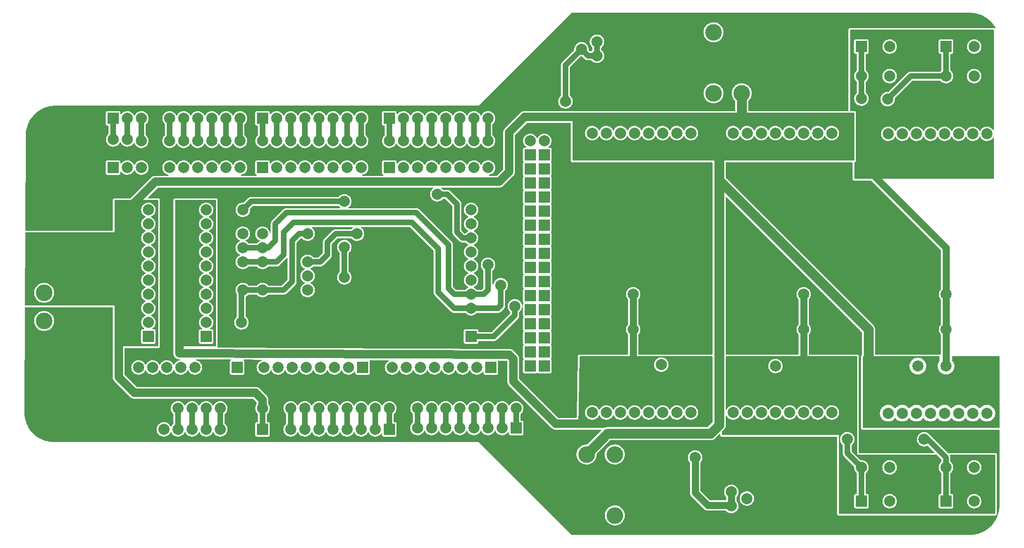
<source format=gbl>
G04 Layer: BottomLayer*
G04 EasyEDA v6.4.19.5, 2021-05-27T13:51:55--3:00*
G04 d4571b5f0cad4c8e9ba745b3e698b6d2,59636247558045d2802cba280e4ac9d9,10*
G04 Gerber Generator version 0.2*
G04 Scale: 100 percent, Rotated: No, Reflected: No *
G04 Dimensions in millimeters *
G04 leading zeros omitted , absolute positions ,4 integer and 5 decimal *
%FSLAX45Y45*%
%MOMM*%

%ADD11C,1.0160*%
%ADD12C,2.0000*%
%ADD13C,5.0000*%
%ADD14R,2.0000X2.0000*%
%ADD15C,3.0000*%
%ADD16R,2.4000X2.4000*%
%ADD17C,2.4000*%
%ADD18C,1.7780*%
%ADD19C,1.2700*%
%ADD20C,1.5240*%

%LPD*%
G36*
X9738360Y-508000D02*
G01*
X9734448Y-507238D01*
X9731197Y-505002D01*
X9728962Y-501751D01*
X9728200Y-497840D01*
X9728200Y345440D01*
X9728962Y349351D01*
X9731197Y352602D01*
X9734448Y354838D01*
X9738360Y355600D01*
X14798040Y355600D01*
X14801951Y354838D01*
X14805202Y352602D01*
X14807438Y349351D01*
X14808200Y345440D01*
X14808200Y-497840D01*
X14807438Y-501751D01*
X14805202Y-505002D01*
X14801951Y-507238D01*
X14798040Y-508000D01*
G37*

%LPC*%
G36*
X12619837Y-142900D02*
G01*
X12635280Y-142443D01*
X12650520Y-140157D01*
X12665405Y-136093D01*
X12679730Y-130251D01*
X12693243Y-122834D01*
X12705791Y-113842D01*
X12717170Y-103428D01*
X12727228Y-91744D01*
X12735864Y-78943D01*
X12741706Y-67513D01*
X12744043Y-64516D01*
X12747294Y-62585D01*
X12751054Y-62026D01*
X12754762Y-62839D01*
X12757912Y-64922D01*
X12760045Y-68072D01*
X12761823Y-72186D01*
X12769697Y-85445D01*
X12779044Y-97739D01*
X12789814Y-108813D01*
X12801803Y-118516D01*
X12814858Y-126746D01*
X12828778Y-133400D01*
X12843408Y-138328D01*
X12858496Y-141528D01*
X12873837Y-142900D01*
X12889280Y-142443D01*
X12904520Y-140157D01*
X12919405Y-136093D01*
X12933730Y-130251D01*
X12947243Y-122834D01*
X12959791Y-113842D01*
X12971170Y-103428D01*
X12981228Y-91744D01*
X12989864Y-78943D01*
X12995706Y-67513D01*
X12998043Y-64516D01*
X13001294Y-62585D01*
X13005054Y-62026D01*
X13008762Y-62839D01*
X13011912Y-64922D01*
X13014045Y-68072D01*
X13015823Y-72186D01*
X13023697Y-85445D01*
X13033044Y-97739D01*
X13043814Y-108813D01*
X13055803Y-118516D01*
X13068858Y-126746D01*
X13082778Y-133400D01*
X13097408Y-138328D01*
X13112496Y-141528D01*
X13127837Y-142900D01*
X13143280Y-142443D01*
X13158520Y-140157D01*
X13173405Y-136093D01*
X13187730Y-130251D01*
X13201243Y-122834D01*
X13213791Y-113842D01*
X13225170Y-103428D01*
X13235228Y-91744D01*
X13243864Y-78943D01*
X13249706Y-67513D01*
X13252043Y-64516D01*
X13255294Y-62585D01*
X13259054Y-62026D01*
X13262762Y-62839D01*
X13265912Y-64922D01*
X13268045Y-68072D01*
X13269823Y-72186D01*
X13277697Y-85445D01*
X13287044Y-97739D01*
X13297814Y-108813D01*
X13309803Y-118516D01*
X13322858Y-126746D01*
X13336778Y-133400D01*
X13351408Y-138328D01*
X13366496Y-141528D01*
X13381837Y-142900D01*
X13397280Y-142443D01*
X13412520Y-140157D01*
X13427405Y-136093D01*
X13441730Y-130251D01*
X13455243Y-122834D01*
X13467791Y-113842D01*
X13479170Y-103428D01*
X13489228Y-91744D01*
X13497864Y-78943D01*
X13503706Y-67513D01*
X13506043Y-64516D01*
X13509294Y-62585D01*
X13513054Y-62026D01*
X13516762Y-62839D01*
X13519912Y-64922D01*
X13522045Y-68072D01*
X13523823Y-72186D01*
X13531697Y-85445D01*
X13541044Y-97739D01*
X13551814Y-108813D01*
X13563803Y-118516D01*
X13576858Y-126746D01*
X13590778Y-133400D01*
X13605408Y-138328D01*
X13620496Y-141528D01*
X13635837Y-142900D01*
X13651280Y-142443D01*
X13666520Y-140157D01*
X13681405Y-136093D01*
X13695730Y-130251D01*
X13709243Y-122834D01*
X13721791Y-113842D01*
X13733170Y-103428D01*
X13743228Y-91744D01*
X13751864Y-78943D01*
X13757706Y-67513D01*
X13760043Y-64516D01*
X13763294Y-62585D01*
X13767054Y-62026D01*
X13770762Y-62839D01*
X13773912Y-64922D01*
X13776045Y-68072D01*
X13777823Y-72186D01*
X13785697Y-85445D01*
X13795044Y-97739D01*
X13805814Y-108813D01*
X13817803Y-118516D01*
X13830858Y-126746D01*
X13844778Y-133400D01*
X13859408Y-138328D01*
X13874496Y-141528D01*
X13889837Y-142900D01*
X13905280Y-142443D01*
X13920520Y-140157D01*
X13935405Y-136093D01*
X13949730Y-130251D01*
X13963243Y-122834D01*
X13975791Y-113842D01*
X13987170Y-103428D01*
X13997228Y-91744D01*
X14005864Y-78943D01*
X14011706Y-67513D01*
X14014043Y-64516D01*
X14017294Y-62585D01*
X14021054Y-62026D01*
X14024762Y-62839D01*
X14027912Y-64922D01*
X14030045Y-68072D01*
X14031823Y-72186D01*
X14039697Y-85445D01*
X14049044Y-97739D01*
X14059814Y-108813D01*
X14071803Y-118516D01*
X14084858Y-126746D01*
X14098778Y-133400D01*
X14113408Y-138328D01*
X14128496Y-141528D01*
X14143837Y-142900D01*
X14159280Y-142443D01*
X14174520Y-140157D01*
X14189405Y-136093D01*
X14203730Y-130251D01*
X14217243Y-122834D01*
X14229791Y-113842D01*
X14241170Y-103428D01*
X14251228Y-91744D01*
X14259864Y-78943D01*
X14265706Y-67513D01*
X14268043Y-64516D01*
X14271294Y-62585D01*
X14275054Y-62026D01*
X14278762Y-62839D01*
X14281912Y-64922D01*
X14284045Y-68072D01*
X14285823Y-72186D01*
X14293697Y-85445D01*
X14303044Y-97739D01*
X14313814Y-108813D01*
X14325803Y-118516D01*
X14338858Y-126746D01*
X14352778Y-133400D01*
X14367408Y-138328D01*
X14382496Y-141528D01*
X14397837Y-142900D01*
X14413280Y-142443D01*
X14428520Y-140157D01*
X14443405Y-136093D01*
X14457730Y-130251D01*
X14471243Y-122834D01*
X14483791Y-113842D01*
X14495170Y-103428D01*
X14505228Y-91744D01*
X14513864Y-78943D01*
X14520875Y-65176D01*
X14526260Y-50749D01*
X14529866Y-35712D01*
X14531695Y-20421D01*
X14531695Y-4978D01*
X14529866Y10312D01*
X14526260Y25349D01*
X14520875Y39776D01*
X14513864Y53543D01*
X14505228Y66344D01*
X14495170Y78028D01*
X14483791Y88442D01*
X14471243Y97434D01*
X14457730Y104851D01*
X14443405Y110693D01*
X14428520Y114757D01*
X14413280Y117043D01*
X14397837Y117500D01*
X14382496Y116128D01*
X14367408Y112928D01*
X14352778Y108000D01*
X14338858Y101346D01*
X14325803Y93116D01*
X14313814Y83413D01*
X14303044Y72339D01*
X14293697Y60045D01*
X14285823Y46786D01*
X14284045Y42672D01*
X14281912Y39522D01*
X14278762Y37439D01*
X14275054Y36626D01*
X14271294Y37185D01*
X14268043Y39116D01*
X14265706Y42113D01*
X14259864Y53543D01*
X14251228Y66344D01*
X14241170Y78028D01*
X14229791Y88442D01*
X14217243Y97434D01*
X14203730Y104851D01*
X14189405Y110693D01*
X14174520Y114757D01*
X14159280Y117043D01*
X14143837Y117500D01*
X14128496Y116128D01*
X14113408Y112928D01*
X14098778Y108000D01*
X14084858Y101346D01*
X14071803Y93116D01*
X14059814Y83413D01*
X14049044Y72339D01*
X14039697Y60045D01*
X14031823Y46786D01*
X14030045Y42672D01*
X14027912Y39522D01*
X14024762Y37439D01*
X14021054Y36626D01*
X14017294Y37185D01*
X14014043Y39116D01*
X14011706Y42113D01*
X14005864Y53543D01*
X13997228Y66344D01*
X13987170Y78028D01*
X13975791Y88442D01*
X13963243Y97434D01*
X13949730Y104851D01*
X13935405Y110693D01*
X13920520Y114757D01*
X13905280Y117043D01*
X13889837Y117500D01*
X13874496Y116128D01*
X13859408Y112928D01*
X13844778Y108000D01*
X13830858Y101346D01*
X13817803Y93116D01*
X13805814Y83413D01*
X13795044Y72339D01*
X13785697Y60045D01*
X13777823Y46786D01*
X13776045Y42672D01*
X13773912Y39522D01*
X13770762Y37439D01*
X13767054Y36626D01*
X13763294Y37185D01*
X13760043Y39116D01*
X13757706Y42113D01*
X13751864Y53543D01*
X13743228Y66344D01*
X13733170Y78028D01*
X13721791Y88442D01*
X13709243Y97434D01*
X13695730Y104851D01*
X13681405Y110693D01*
X13666520Y114757D01*
X13651280Y117043D01*
X13635837Y117500D01*
X13620496Y116128D01*
X13605408Y112928D01*
X13590778Y108000D01*
X13576858Y101346D01*
X13563803Y93116D01*
X13551814Y83413D01*
X13541044Y72339D01*
X13531697Y60045D01*
X13523823Y46786D01*
X13522045Y42672D01*
X13519912Y39522D01*
X13516762Y37439D01*
X13513054Y36626D01*
X13509294Y37185D01*
X13506043Y39116D01*
X13503706Y42113D01*
X13497864Y53543D01*
X13489228Y66344D01*
X13479170Y78028D01*
X13467791Y88442D01*
X13455243Y97434D01*
X13441730Y104851D01*
X13427405Y110693D01*
X13412520Y114757D01*
X13397280Y117043D01*
X13381837Y117500D01*
X13366496Y116128D01*
X13351408Y112928D01*
X13336778Y108000D01*
X13322858Y101346D01*
X13309803Y93116D01*
X13297814Y83413D01*
X13287044Y72339D01*
X13277697Y60045D01*
X13269823Y46786D01*
X13268045Y42672D01*
X13265912Y39522D01*
X13262762Y37439D01*
X13259054Y36626D01*
X13255294Y37185D01*
X13252043Y39116D01*
X13249706Y42113D01*
X13243864Y53543D01*
X13235228Y66344D01*
X13225170Y78028D01*
X13213791Y88442D01*
X13201243Y97434D01*
X13187730Y104851D01*
X13173405Y110693D01*
X13158520Y114757D01*
X13143280Y117043D01*
X13127837Y117500D01*
X13112496Y116128D01*
X13097408Y112928D01*
X13082778Y108000D01*
X13068858Y101346D01*
X13055803Y93116D01*
X13043814Y83413D01*
X13033044Y72339D01*
X13023697Y60045D01*
X13015823Y46786D01*
X13014045Y42672D01*
X13011912Y39522D01*
X13008762Y37439D01*
X13005054Y36626D01*
X13001294Y37185D01*
X12998043Y39116D01*
X12995706Y42113D01*
X12989864Y53543D01*
X12981228Y66344D01*
X12971170Y78028D01*
X12959791Y88442D01*
X12947243Y97434D01*
X12933730Y104851D01*
X12919405Y110693D01*
X12904520Y114757D01*
X12889280Y117043D01*
X12873837Y117500D01*
X12858496Y116128D01*
X12843408Y112928D01*
X12828778Y108000D01*
X12814858Y101346D01*
X12801803Y93116D01*
X12789814Y83413D01*
X12779044Y72339D01*
X12769697Y60045D01*
X12761823Y46786D01*
X12760045Y42672D01*
X12757912Y39522D01*
X12754762Y37439D01*
X12751054Y36626D01*
X12747294Y37185D01*
X12744043Y39116D01*
X12741706Y42113D01*
X12735864Y53543D01*
X12727228Y66344D01*
X12717170Y78028D01*
X12705791Y88442D01*
X12693243Y97434D01*
X12679730Y104851D01*
X12665405Y110693D01*
X12650520Y114757D01*
X12635280Y117043D01*
X12619837Y117500D01*
X12604496Y116128D01*
X12589408Y112928D01*
X12574778Y108000D01*
X12560858Y101346D01*
X12547803Y93116D01*
X12535814Y83413D01*
X12525044Y72339D01*
X12515697Y60045D01*
X12507823Y46786D01*
X12501626Y32664D01*
X12497104Y17881D01*
X12494412Y2692D01*
X12493498Y-12700D01*
X12494412Y-28092D01*
X12497104Y-43281D01*
X12501626Y-58064D01*
X12507823Y-72186D01*
X12515697Y-85445D01*
X12525044Y-97739D01*
X12535814Y-108813D01*
X12547803Y-118516D01*
X12560858Y-126746D01*
X12574778Y-133400D01*
X12589408Y-138328D01*
X12604496Y-141528D01*
G37*
G36*
X10079939Y-142900D02*
G01*
X10095382Y-142443D01*
X10110622Y-140157D01*
X10125506Y-136093D01*
X10139832Y-130251D01*
X10153345Y-122834D01*
X10165842Y-113842D01*
X10177221Y-103428D01*
X10187330Y-91744D01*
X10195915Y-78943D01*
X10201808Y-67513D01*
X10204145Y-64516D01*
X10207396Y-62585D01*
X10211155Y-62026D01*
X10214813Y-62839D01*
X10217962Y-64922D01*
X10220147Y-68072D01*
X10221925Y-72186D01*
X10229799Y-85445D01*
X10239146Y-97739D01*
X10249916Y-108813D01*
X10261854Y-118516D01*
X10274909Y-126746D01*
X10288879Y-133400D01*
X10303459Y-138328D01*
X10318546Y-141528D01*
X10333939Y-142900D01*
X10349382Y-142443D01*
X10364622Y-140157D01*
X10379506Y-136093D01*
X10393832Y-130251D01*
X10407345Y-122834D01*
X10419842Y-113842D01*
X10431221Y-103428D01*
X10441330Y-91744D01*
X10449915Y-78943D01*
X10455808Y-67513D01*
X10458145Y-64516D01*
X10461396Y-62585D01*
X10465155Y-62026D01*
X10468813Y-62839D01*
X10471962Y-64922D01*
X10474147Y-68072D01*
X10475925Y-72186D01*
X10483799Y-85445D01*
X10493146Y-97739D01*
X10503916Y-108813D01*
X10515854Y-118516D01*
X10528909Y-126746D01*
X10542879Y-133400D01*
X10557459Y-138328D01*
X10572546Y-141528D01*
X10587939Y-142900D01*
X10603382Y-142443D01*
X10618622Y-140157D01*
X10633506Y-136093D01*
X10647832Y-130251D01*
X10661345Y-122834D01*
X10673842Y-113842D01*
X10685221Y-103428D01*
X10695330Y-91744D01*
X10703915Y-78943D01*
X10709808Y-67513D01*
X10712145Y-64516D01*
X10715396Y-62585D01*
X10719155Y-62026D01*
X10722813Y-62839D01*
X10725962Y-64922D01*
X10728147Y-68072D01*
X10729925Y-72186D01*
X10737799Y-85445D01*
X10747146Y-97739D01*
X10757916Y-108813D01*
X10769854Y-118516D01*
X10782909Y-126746D01*
X10796879Y-133400D01*
X10811459Y-138328D01*
X10826546Y-141528D01*
X10841939Y-142900D01*
X10857382Y-142443D01*
X10872622Y-140157D01*
X10887506Y-136093D01*
X10901832Y-130251D01*
X10915345Y-122834D01*
X10927842Y-113842D01*
X10939221Y-103428D01*
X10949330Y-91744D01*
X10957915Y-78943D01*
X10963808Y-67513D01*
X10966145Y-64516D01*
X10969396Y-62585D01*
X10973155Y-62026D01*
X10976813Y-62839D01*
X10979962Y-64922D01*
X10982147Y-68072D01*
X10983925Y-72186D01*
X10991799Y-85445D01*
X11001146Y-97739D01*
X11011916Y-108813D01*
X11023854Y-118516D01*
X11036909Y-126746D01*
X11050879Y-133400D01*
X11065459Y-138328D01*
X11080546Y-141528D01*
X11095939Y-142900D01*
X11111382Y-142443D01*
X11126622Y-140157D01*
X11141506Y-136093D01*
X11155832Y-130251D01*
X11169345Y-122834D01*
X11181842Y-113842D01*
X11193221Y-103428D01*
X11203330Y-91744D01*
X11211915Y-78943D01*
X11217808Y-67513D01*
X11220145Y-64516D01*
X11223396Y-62585D01*
X11227155Y-62026D01*
X11230813Y-62839D01*
X11233962Y-64922D01*
X11236147Y-68072D01*
X11237925Y-72186D01*
X11245799Y-85445D01*
X11255146Y-97739D01*
X11265916Y-108813D01*
X11277854Y-118516D01*
X11290909Y-126746D01*
X11304879Y-133400D01*
X11319459Y-138328D01*
X11334546Y-141528D01*
X11349939Y-142900D01*
X11365382Y-142443D01*
X11380622Y-140157D01*
X11395506Y-136093D01*
X11409832Y-130251D01*
X11423345Y-122834D01*
X11435842Y-113842D01*
X11447221Y-103428D01*
X11457330Y-91744D01*
X11465915Y-78943D01*
X11471808Y-67513D01*
X11474145Y-64516D01*
X11477396Y-62585D01*
X11481155Y-62026D01*
X11484813Y-62839D01*
X11487962Y-64922D01*
X11490147Y-68072D01*
X11491925Y-72186D01*
X11499799Y-85445D01*
X11509146Y-97739D01*
X11519916Y-108813D01*
X11531854Y-118516D01*
X11544909Y-126746D01*
X11558879Y-133400D01*
X11573459Y-138328D01*
X11588546Y-141528D01*
X11603939Y-142900D01*
X11619382Y-142443D01*
X11634622Y-140157D01*
X11649506Y-136093D01*
X11663832Y-130251D01*
X11677345Y-122834D01*
X11689842Y-113842D01*
X11701221Y-103428D01*
X11711330Y-91744D01*
X11719915Y-78943D01*
X11725808Y-67513D01*
X11728145Y-64516D01*
X11731396Y-62585D01*
X11735155Y-62026D01*
X11738813Y-62839D01*
X11741962Y-64922D01*
X11744147Y-68072D01*
X11745925Y-72186D01*
X11753799Y-85445D01*
X11763146Y-97739D01*
X11773916Y-108813D01*
X11785854Y-118516D01*
X11798909Y-126746D01*
X11812879Y-133400D01*
X11827459Y-138328D01*
X11842546Y-141528D01*
X11857939Y-142900D01*
X11873382Y-142443D01*
X11888622Y-140157D01*
X11903506Y-136093D01*
X11917832Y-130251D01*
X11931345Y-122834D01*
X11943842Y-113842D01*
X11955221Y-103428D01*
X11965330Y-91744D01*
X11973915Y-78943D01*
X11980976Y-65176D01*
X11986361Y-50749D01*
X11989968Y-35712D01*
X11991797Y-20421D01*
X11991797Y-4978D01*
X11989968Y10312D01*
X11986361Y25349D01*
X11980976Y39776D01*
X11973915Y53543D01*
X11965330Y66344D01*
X11955221Y78028D01*
X11943842Y88442D01*
X11931345Y97434D01*
X11917832Y104851D01*
X11903506Y110693D01*
X11888622Y114757D01*
X11873382Y117043D01*
X11857939Y117500D01*
X11842546Y116128D01*
X11827459Y112928D01*
X11812879Y108000D01*
X11798909Y101346D01*
X11785854Y93116D01*
X11773916Y83413D01*
X11763146Y72339D01*
X11753799Y60045D01*
X11745925Y46786D01*
X11744147Y42672D01*
X11741962Y39522D01*
X11738813Y37439D01*
X11735155Y36626D01*
X11731396Y37185D01*
X11728145Y39116D01*
X11725808Y42113D01*
X11719915Y53543D01*
X11711330Y66344D01*
X11701221Y78028D01*
X11689842Y88442D01*
X11677345Y97434D01*
X11663832Y104851D01*
X11649506Y110693D01*
X11634622Y114757D01*
X11619382Y117043D01*
X11603939Y117500D01*
X11588546Y116128D01*
X11573459Y112928D01*
X11558879Y108000D01*
X11544909Y101346D01*
X11531854Y93116D01*
X11519916Y83413D01*
X11509146Y72339D01*
X11499799Y60045D01*
X11491925Y46786D01*
X11490147Y42672D01*
X11487962Y39522D01*
X11484813Y37439D01*
X11481155Y36626D01*
X11477396Y37185D01*
X11474145Y39116D01*
X11471808Y42113D01*
X11465915Y53543D01*
X11457330Y66344D01*
X11447221Y78028D01*
X11435842Y88442D01*
X11423345Y97434D01*
X11409832Y104851D01*
X11395506Y110693D01*
X11380622Y114757D01*
X11365382Y117043D01*
X11349939Y117500D01*
X11334546Y116128D01*
X11319459Y112928D01*
X11304879Y108000D01*
X11290909Y101346D01*
X11277854Y93116D01*
X11265916Y83413D01*
X11255146Y72339D01*
X11245799Y60045D01*
X11237925Y46786D01*
X11236147Y42672D01*
X11233962Y39522D01*
X11230813Y37439D01*
X11227155Y36626D01*
X11223396Y37185D01*
X11220145Y39116D01*
X11217808Y42113D01*
X11211915Y53543D01*
X11203330Y66344D01*
X11193221Y78028D01*
X11181842Y88442D01*
X11169345Y97434D01*
X11155832Y104851D01*
X11141506Y110693D01*
X11126622Y114757D01*
X11111382Y117043D01*
X11095939Y117500D01*
X11080546Y116128D01*
X11065459Y112928D01*
X11050879Y108000D01*
X11036909Y101346D01*
X11023854Y93116D01*
X11011916Y83413D01*
X11001146Y72339D01*
X10991799Y60045D01*
X10983925Y46786D01*
X10982147Y42672D01*
X10979962Y39522D01*
X10976813Y37439D01*
X10973155Y36626D01*
X10969396Y37185D01*
X10966145Y39116D01*
X10963808Y42113D01*
X10957915Y53543D01*
X10949330Y66344D01*
X10939221Y78028D01*
X10927842Y88442D01*
X10915345Y97434D01*
X10901832Y104851D01*
X10887506Y110693D01*
X10872622Y114757D01*
X10857382Y117043D01*
X10841939Y117500D01*
X10826546Y116128D01*
X10811459Y112928D01*
X10796879Y108000D01*
X10782909Y101346D01*
X10769854Y93116D01*
X10757916Y83413D01*
X10747146Y72339D01*
X10737799Y60045D01*
X10729925Y46786D01*
X10728147Y42672D01*
X10725962Y39522D01*
X10722813Y37439D01*
X10719155Y36626D01*
X10715396Y37185D01*
X10712145Y39116D01*
X10709808Y42113D01*
X10703915Y53543D01*
X10695330Y66344D01*
X10685221Y78028D01*
X10673842Y88442D01*
X10661345Y97434D01*
X10647832Y104851D01*
X10633506Y110693D01*
X10618622Y114757D01*
X10603382Y117043D01*
X10587939Y117500D01*
X10572546Y116128D01*
X10557459Y112928D01*
X10542879Y108000D01*
X10528909Y101346D01*
X10515854Y93116D01*
X10503916Y83413D01*
X10493146Y72339D01*
X10483799Y60045D01*
X10475925Y46786D01*
X10474147Y42672D01*
X10471962Y39522D01*
X10468813Y37439D01*
X10465155Y36626D01*
X10461396Y37185D01*
X10458145Y39116D01*
X10455808Y42113D01*
X10449915Y53543D01*
X10441330Y66344D01*
X10431221Y78028D01*
X10419842Y88442D01*
X10407345Y97434D01*
X10393832Y104851D01*
X10379506Y110693D01*
X10364622Y114757D01*
X10349382Y117043D01*
X10333939Y117500D01*
X10318546Y116128D01*
X10303459Y112928D01*
X10288879Y108000D01*
X10274909Y101346D01*
X10261854Y93116D01*
X10249916Y83413D01*
X10239146Y72339D01*
X10229799Y60045D01*
X10221925Y46786D01*
X10220147Y42672D01*
X10217962Y39522D01*
X10214813Y37439D01*
X10211155Y36626D01*
X10207396Y37185D01*
X10204145Y39116D01*
X10201808Y42113D01*
X10195915Y53543D01*
X10187330Y66344D01*
X10177221Y78028D01*
X10165842Y88442D01*
X10153345Y97434D01*
X10139832Y104851D01*
X10125506Y110693D01*
X10110622Y114757D01*
X10095382Y117043D01*
X10079939Y117500D01*
X10064546Y116128D01*
X10049459Y112928D01*
X10034879Y108000D01*
X10020909Y101346D01*
X10007854Y93116D01*
X9995916Y83413D01*
X9985146Y72339D01*
X9975799Y60045D01*
X9967925Y46786D01*
X9961727Y32664D01*
X9957206Y17881D01*
X9954463Y2692D01*
X9953548Y-12700D01*
X9954463Y-28092D01*
X9957206Y-43281D01*
X9961727Y-58064D01*
X9967925Y-72186D01*
X9975799Y-85445D01*
X9985146Y-97739D01*
X9995916Y-108813D01*
X10007854Y-118516D01*
X10020909Y-126746D01*
X10034879Y-133400D01*
X10049459Y-138328D01*
X10064546Y-141528D01*
G37*

%LPD*%
G36*
X14818360Y-838200D02*
G01*
X14814448Y-837437D01*
X14811197Y-835202D01*
X14808962Y-831951D01*
X14808200Y-828040D01*
X14808200Y-547065D01*
X14809063Y-542950D01*
X14811501Y-539597D01*
X14815057Y-537464D01*
X14820696Y-535533D01*
X14825980Y-532485D01*
X14830653Y-528218D01*
X14834362Y-523138D01*
X14836952Y-517347D01*
X14838273Y-511149D01*
X14838476Y-507746D01*
X14838476Y355346D01*
X14837765Y361899D01*
X14835835Y367893D01*
X14832685Y373380D01*
X14828418Y378053D01*
X14823338Y381762D01*
X14817547Y384352D01*
X14811349Y385673D01*
X14807946Y385826D01*
X14742160Y385826D01*
X14738248Y386638D01*
X14734997Y388823D01*
X14732762Y392125D01*
X14732000Y395986D01*
X14732000Y1844039D01*
X14732762Y1847951D01*
X14734997Y1851202D01*
X14738248Y1853438D01*
X14742160Y1854200D01*
X17312640Y1854200D01*
X17316551Y1853438D01*
X17319802Y1851202D01*
X17322038Y1847951D01*
X17322800Y1844039D01*
X17322800Y52374D01*
X17321834Y48107D01*
X17319193Y44653D01*
X17315332Y42570D01*
X17310963Y42367D01*
X17306899Y44043D01*
X17303800Y47345D01*
X17294453Y59639D01*
X17283684Y70713D01*
X17271746Y80416D01*
X17258690Y88646D01*
X17244720Y95300D01*
X17230140Y100228D01*
X17215053Y103428D01*
X17199660Y104800D01*
X17184217Y104343D01*
X17168977Y102057D01*
X17154093Y97993D01*
X17139767Y92151D01*
X17126254Y84734D01*
X17113758Y75742D01*
X17102378Y65328D01*
X17092269Y53644D01*
X17083684Y40843D01*
X17077791Y29413D01*
X17075454Y26416D01*
X17072203Y24485D01*
X17068444Y23926D01*
X17064786Y24739D01*
X17061637Y26822D01*
X17059452Y29971D01*
X17057674Y34086D01*
X17049800Y47345D01*
X17040453Y59639D01*
X17029684Y70713D01*
X17017746Y80416D01*
X17004690Y88646D01*
X16990720Y95300D01*
X16976140Y100228D01*
X16961053Y103428D01*
X16945660Y104800D01*
X16930217Y104343D01*
X16914977Y102057D01*
X16900093Y97993D01*
X16885767Y92151D01*
X16872254Y84734D01*
X16859758Y75742D01*
X16848378Y65328D01*
X16838269Y53644D01*
X16829684Y40843D01*
X16823791Y29413D01*
X16821454Y26416D01*
X16818203Y24485D01*
X16814444Y23926D01*
X16810786Y24739D01*
X16807637Y26822D01*
X16805452Y29971D01*
X16803674Y34086D01*
X16795800Y47345D01*
X16786453Y59639D01*
X16775684Y70713D01*
X16763746Y80416D01*
X16750690Y88646D01*
X16736720Y95300D01*
X16722140Y100228D01*
X16707053Y103428D01*
X16691660Y104800D01*
X16676217Y104343D01*
X16660977Y102057D01*
X16646093Y97993D01*
X16631767Y92151D01*
X16618254Y84734D01*
X16605757Y75742D01*
X16594378Y65328D01*
X16584269Y53644D01*
X16575684Y40843D01*
X16569791Y29413D01*
X16567454Y26416D01*
X16564203Y24485D01*
X16560444Y23926D01*
X16556786Y24739D01*
X16553637Y26822D01*
X16551452Y29971D01*
X16549674Y34086D01*
X16541800Y47345D01*
X16532453Y59639D01*
X16521684Y70713D01*
X16509746Y80416D01*
X16496690Y88646D01*
X16482720Y95300D01*
X16468140Y100228D01*
X16453053Y103428D01*
X16437660Y104800D01*
X16422217Y104343D01*
X16406977Y102057D01*
X16392093Y97993D01*
X16377767Y92151D01*
X16364254Y84734D01*
X16351757Y75742D01*
X16340378Y65328D01*
X16330269Y53644D01*
X16321684Y40843D01*
X16315791Y29413D01*
X16313454Y26416D01*
X16310203Y24485D01*
X16306444Y23926D01*
X16302786Y24739D01*
X16299637Y26822D01*
X16297452Y29971D01*
X16295674Y34086D01*
X16287800Y47345D01*
X16278453Y59639D01*
X16267684Y70713D01*
X16255746Y80416D01*
X16242690Y88646D01*
X16228720Y95300D01*
X16214140Y100228D01*
X16199053Y103428D01*
X16183660Y104800D01*
X16168217Y104343D01*
X16152977Y102057D01*
X16138093Y97993D01*
X16123767Y92151D01*
X16110254Y84734D01*
X16097757Y75742D01*
X16086378Y65328D01*
X16076269Y53644D01*
X16067684Y40843D01*
X16061791Y29413D01*
X16059454Y26416D01*
X16056203Y24485D01*
X16052444Y23926D01*
X16048786Y24739D01*
X16045637Y26822D01*
X16043452Y29971D01*
X16041674Y34086D01*
X16033800Y47345D01*
X16024453Y59639D01*
X16013684Y70713D01*
X16001746Y80416D01*
X15988690Y88646D01*
X15974720Y95300D01*
X15960140Y100228D01*
X15945053Y103428D01*
X15929660Y104800D01*
X15914217Y104343D01*
X15898977Y102057D01*
X15884093Y97993D01*
X15869767Y92151D01*
X15856254Y84734D01*
X15843757Y75742D01*
X15832378Y65328D01*
X15822269Y53644D01*
X15813684Y40843D01*
X15807791Y29413D01*
X15805454Y26416D01*
X15802203Y24485D01*
X15798444Y23926D01*
X15794786Y24739D01*
X15791637Y26822D01*
X15789452Y29971D01*
X15787674Y34086D01*
X15779800Y47345D01*
X15770453Y59639D01*
X15759684Y70713D01*
X15747746Y80416D01*
X15734690Y88646D01*
X15720720Y95300D01*
X15706140Y100228D01*
X15691053Y103428D01*
X15675660Y104800D01*
X15660217Y104343D01*
X15644977Y102057D01*
X15630093Y97993D01*
X15615767Y92151D01*
X15602254Y84734D01*
X15589757Y75742D01*
X15578378Y65328D01*
X15568269Y53644D01*
X15559684Y40843D01*
X15553791Y29413D01*
X15551454Y26416D01*
X15548203Y24485D01*
X15544444Y23926D01*
X15540786Y24739D01*
X15537637Y26822D01*
X15535452Y29971D01*
X15533674Y34086D01*
X15525800Y47345D01*
X15516453Y59639D01*
X15505684Y70713D01*
X15493746Y80416D01*
X15480690Y88646D01*
X15466720Y95300D01*
X15452140Y100228D01*
X15437053Y103428D01*
X15421660Y104800D01*
X15406217Y104343D01*
X15390977Y102057D01*
X15376093Y97993D01*
X15361767Y92151D01*
X15348254Y84734D01*
X15335757Y75742D01*
X15324378Y65328D01*
X15314269Y53644D01*
X15305684Y40843D01*
X15298623Y27076D01*
X15293238Y12649D01*
X15289631Y-2387D01*
X15287802Y-17678D01*
X15287802Y-33121D01*
X15289631Y-48412D01*
X15293238Y-63449D01*
X15298623Y-77876D01*
X15305684Y-91643D01*
X15314269Y-104444D01*
X15324378Y-116128D01*
X15335757Y-126542D01*
X15348254Y-135534D01*
X15361767Y-142951D01*
X15376093Y-148793D01*
X15390977Y-152857D01*
X15406217Y-155143D01*
X15421660Y-155600D01*
X15437053Y-154228D01*
X15452140Y-151028D01*
X15466720Y-146100D01*
X15480690Y-139446D01*
X15493746Y-131216D01*
X15505684Y-121513D01*
X15516453Y-110439D01*
X15525800Y-98145D01*
X15533674Y-84886D01*
X15535452Y-80772D01*
X15537637Y-77622D01*
X15540786Y-75539D01*
X15544444Y-74726D01*
X15548203Y-75285D01*
X15551454Y-77216D01*
X15553791Y-80213D01*
X15559684Y-91643D01*
X15568269Y-104444D01*
X15578378Y-116128D01*
X15589757Y-126542D01*
X15602254Y-135534D01*
X15615767Y-142951D01*
X15630093Y-148793D01*
X15644977Y-152857D01*
X15660217Y-155143D01*
X15675660Y-155600D01*
X15691053Y-154228D01*
X15706140Y-151028D01*
X15720720Y-146100D01*
X15734690Y-139446D01*
X15747746Y-131216D01*
X15759684Y-121513D01*
X15770453Y-110439D01*
X15779800Y-98145D01*
X15787674Y-84886D01*
X15789452Y-80772D01*
X15791637Y-77622D01*
X15794786Y-75539D01*
X15798444Y-74726D01*
X15802203Y-75285D01*
X15805454Y-77216D01*
X15807791Y-80213D01*
X15813684Y-91643D01*
X15822269Y-104444D01*
X15832378Y-116128D01*
X15843757Y-126542D01*
X15856254Y-135534D01*
X15869767Y-142951D01*
X15884093Y-148793D01*
X15898977Y-152857D01*
X15914217Y-155143D01*
X15929660Y-155600D01*
X15945053Y-154228D01*
X15960140Y-151028D01*
X15974720Y-146100D01*
X15988690Y-139446D01*
X16001746Y-131216D01*
X16013684Y-121513D01*
X16024453Y-110439D01*
X16033800Y-98145D01*
X16041674Y-84886D01*
X16043452Y-80772D01*
X16045637Y-77622D01*
X16048786Y-75539D01*
X16052444Y-74726D01*
X16056203Y-75285D01*
X16059454Y-77216D01*
X16061791Y-80213D01*
X16067684Y-91643D01*
X16076269Y-104444D01*
X16086378Y-116128D01*
X16097757Y-126542D01*
X16110254Y-135534D01*
X16123767Y-142951D01*
X16138093Y-148793D01*
X16152977Y-152857D01*
X16168217Y-155143D01*
X16183660Y-155600D01*
X16199053Y-154228D01*
X16214140Y-151028D01*
X16228720Y-146100D01*
X16242690Y-139446D01*
X16255746Y-131216D01*
X16267684Y-121513D01*
X16278453Y-110439D01*
X16287800Y-98145D01*
X16295674Y-84886D01*
X16297452Y-80772D01*
X16299637Y-77622D01*
X16302786Y-75539D01*
X16306444Y-74726D01*
X16310203Y-75285D01*
X16313454Y-77216D01*
X16315791Y-80213D01*
X16321684Y-91643D01*
X16330269Y-104444D01*
X16340378Y-116128D01*
X16351757Y-126542D01*
X16364254Y-135534D01*
X16377767Y-142951D01*
X16392093Y-148793D01*
X16406977Y-152857D01*
X16422217Y-155143D01*
X16437660Y-155600D01*
X16453053Y-154228D01*
X16468140Y-151028D01*
X16482720Y-146100D01*
X16496690Y-139446D01*
X16509746Y-131216D01*
X16521684Y-121513D01*
X16532453Y-110439D01*
X16541800Y-98145D01*
X16549674Y-84886D01*
X16551452Y-80772D01*
X16553637Y-77622D01*
X16556786Y-75539D01*
X16560444Y-74726D01*
X16564203Y-75285D01*
X16567454Y-77216D01*
X16569791Y-80213D01*
X16575684Y-91643D01*
X16584269Y-104444D01*
X16594378Y-116128D01*
X16605757Y-126542D01*
X16618254Y-135534D01*
X16631767Y-142951D01*
X16646093Y-148793D01*
X16660977Y-152857D01*
X16676217Y-155143D01*
X16691660Y-155600D01*
X16707053Y-154228D01*
X16722140Y-151028D01*
X16736720Y-146100D01*
X16750690Y-139446D01*
X16763746Y-131216D01*
X16775684Y-121513D01*
X16786453Y-110439D01*
X16795800Y-98145D01*
X16803674Y-84886D01*
X16805452Y-80772D01*
X16807637Y-77622D01*
X16810786Y-75539D01*
X16814444Y-74726D01*
X16818203Y-75285D01*
X16821454Y-77216D01*
X16823791Y-80213D01*
X16829684Y-91643D01*
X16838269Y-104444D01*
X16848378Y-116128D01*
X16859758Y-126542D01*
X16872254Y-135534D01*
X16885767Y-142951D01*
X16900093Y-148793D01*
X16914977Y-152857D01*
X16930217Y-155143D01*
X16945660Y-155600D01*
X16961053Y-154228D01*
X16976140Y-151028D01*
X16990720Y-146100D01*
X17004690Y-139446D01*
X17017746Y-131216D01*
X17029684Y-121513D01*
X17040453Y-110439D01*
X17049800Y-98145D01*
X17057674Y-84886D01*
X17059452Y-80772D01*
X17061637Y-77622D01*
X17064786Y-75539D01*
X17068444Y-74726D01*
X17072203Y-75285D01*
X17075454Y-77216D01*
X17077791Y-80213D01*
X17083684Y-91643D01*
X17092269Y-104444D01*
X17102378Y-116128D01*
X17113758Y-126542D01*
X17126254Y-135534D01*
X17139767Y-142951D01*
X17154093Y-148793D01*
X17168977Y-152857D01*
X17184217Y-155143D01*
X17199660Y-155600D01*
X17215053Y-154228D01*
X17230140Y-151028D01*
X17244720Y-146100D01*
X17258690Y-139446D01*
X17271746Y-131216D01*
X17283684Y-121513D01*
X17294453Y-110439D01*
X17303902Y-98044D01*
X17306899Y-94843D01*
X17310963Y-93167D01*
X17315332Y-93370D01*
X17319193Y-95453D01*
X17321834Y-98907D01*
X17322800Y-103174D01*
X17322800Y-828040D01*
X17322038Y-831951D01*
X17319802Y-835202D01*
X17316551Y-837437D01*
X17312640Y-838200D01*
G37*

%LPC*%
G36*
X15404693Y470154D02*
G01*
X15420136Y470611D01*
X15435376Y472897D01*
X15450261Y476961D01*
X15464536Y482752D01*
X15478048Y490220D01*
X15490596Y499211D01*
X15501975Y509625D01*
X15512084Y521309D01*
X15520669Y534111D01*
X15527731Y547827D01*
X15533116Y562305D01*
X15536722Y577291D01*
X15538551Y592632D01*
X15538399Y613054D01*
X15539415Y615950D01*
X15541244Y618388D01*
X15854781Y931976D01*
X15858083Y934161D01*
X15861995Y934923D01*
X16352469Y934923D01*
X16356482Y934161D01*
X16359784Y931824D01*
X16371316Y919886D01*
X16383254Y910183D01*
X16396309Y901953D01*
X16410279Y895299D01*
X16424859Y890371D01*
X16439946Y887171D01*
X16455339Y885799D01*
X16470782Y886256D01*
X16486022Y888542D01*
X16500906Y892606D01*
X16515232Y898448D01*
X16528745Y905865D01*
X16541242Y914857D01*
X16552621Y925271D01*
X16562730Y936955D01*
X16571315Y949756D01*
X16578376Y963523D01*
X16583761Y977950D01*
X16587368Y992987D01*
X16589197Y1008278D01*
X16589197Y1023721D01*
X16587368Y1039012D01*
X16583761Y1054049D01*
X16578376Y1068476D01*
X16571315Y1082243D01*
X16562730Y1095044D01*
X16552621Y1106728D01*
X16543578Y1115009D01*
X16541089Y1118412D01*
X16540276Y1122527D01*
X16540276Y1408988D01*
X16541038Y1412900D01*
X16543223Y1416151D01*
X16546525Y1418386D01*
X16550436Y1419148D01*
X16558717Y1419148D01*
X16565067Y1419758D01*
X16570756Y1421485D01*
X16575989Y1424279D01*
X16580561Y1428038D01*
X16584320Y1432610D01*
X16587114Y1437843D01*
X16588841Y1443532D01*
X16589451Y1449882D01*
X16589451Y1648917D01*
X16588841Y1655267D01*
X16587114Y1660956D01*
X16584320Y1666189D01*
X16580561Y1670761D01*
X16575989Y1674520D01*
X16570756Y1677314D01*
X16565067Y1679041D01*
X16558717Y1679651D01*
X16359682Y1679651D01*
X16353332Y1679041D01*
X16347643Y1677314D01*
X16342410Y1674520D01*
X16337838Y1670761D01*
X16334079Y1666189D01*
X16331285Y1660956D01*
X16329558Y1655267D01*
X16328948Y1648917D01*
X16328948Y1449882D01*
X16329558Y1443532D01*
X16331285Y1437843D01*
X16334079Y1432610D01*
X16337838Y1428038D01*
X16342410Y1424279D01*
X16347643Y1421485D01*
X16353332Y1419758D01*
X16359682Y1419148D01*
X16368013Y1419148D01*
X16371874Y1418386D01*
X16375176Y1416151D01*
X16377361Y1412900D01*
X16378174Y1408988D01*
X16378174Y1122476D01*
X16377157Y1118108D01*
X16374414Y1114602D01*
X16371316Y1112113D01*
X16359784Y1100175D01*
X16356482Y1097838D01*
X16352469Y1097026D01*
X15824403Y1097026D01*
X15818408Y1096822D01*
X15812668Y1096213D01*
X15806978Y1095197D01*
X15801390Y1093774D01*
X15795853Y1091946D01*
X15790519Y1089710D01*
X15785338Y1087120D01*
X15780359Y1084173D01*
X15775635Y1080871D01*
X15771113Y1077264D01*
X15766745Y1073200D01*
X15426639Y733094D01*
X15423235Y730808D01*
X15419171Y730097D01*
X15404693Y730504D01*
X15389301Y729132D01*
X15374213Y725982D01*
X15359583Y721055D01*
X15345663Y714400D01*
X15332608Y706170D01*
X15320670Y696417D01*
X15309900Y685393D01*
X15300553Y673100D01*
X15292679Y659841D01*
X15286482Y645718D01*
X15281960Y630936D01*
X15279217Y615746D01*
X15278303Y600354D01*
X15279217Y584962D01*
X15281960Y569772D01*
X15286482Y554990D01*
X15292679Y540867D01*
X15300553Y527608D01*
X15309900Y515315D01*
X15320670Y504240D01*
X15332608Y494538D01*
X15345663Y486308D01*
X15359583Y479653D01*
X15374213Y474726D01*
X15389301Y471525D01*
G37*
G36*
X14931339Y479399D02*
G01*
X14946782Y479856D01*
X14962022Y482142D01*
X14976906Y486206D01*
X14991232Y492048D01*
X15004745Y499465D01*
X15017242Y508457D01*
X15028621Y518871D01*
X15038730Y530555D01*
X15047315Y543356D01*
X15054376Y557123D01*
X15059761Y571550D01*
X15063368Y586587D01*
X15065197Y601878D01*
X15065197Y617321D01*
X15063368Y632612D01*
X15059761Y647649D01*
X15054376Y662076D01*
X15047315Y675843D01*
X15038730Y688644D01*
X15028621Y700328D01*
X15019578Y708609D01*
X15017089Y712012D01*
X15016276Y716127D01*
X15016276Y909472D01*
X15017089Y913587D01*
X15019578Y916990D01*
X15028621Y925271D01*
X15038730Y936955D01*
X15047315Y949756D01*
X15054376Y963523D01*
X15059761Y977950D01*
X15063368Y992987D01*
X15065197Y1008278D01*
X15065197Y1023721D01*
X15063368Y1039012D01*
X15059761Y1054049D01*
X15054376Y1068476D01*
X15047315Y1082243D01*
X15038730Y1095044D01*
X15028621Y1106728D01*
X15019578Y1115009D01*
X15017089Y1118412D01*
X15016276Y1122527D01*
X15016276Y1408988D01*
X15017038Y1412900D01*
X15019223Y1416151D01*
X15022525Y1418386D01*
X15026436Y1419148D01*
X15034717Y1419148D01*
X15041067Y1419758D01*
X15046756Y1421485D01*
X15051989Y1424279D01*
X15056561Y1428038D01*
X15060320Y1432610D01*
X15063114Y1437843D01*
X15064841Y1443532D01*
X15065451Y1449882D01*
X15065451Y1648917D01*
X15064841Y1655267D01*
X15063114Y1660956D01*
X15060320Y1666189D01*
X15056561Y1670761D01*
X15051989Y1674520D01*
X15046756Y1677314D01*
X15041067Y1679041D01*
X15034717Y1679651D01*
X14835682Y1679651D01*
X14829332Y1679041D01*
X14823643Y1677314D01*
X14818410Y1674520D01*
X14813838Y1670761D01*
X14810079Y1666189D01*
X14807285Y1660956D01*
X14805558Y1655267D01*
X14804948Y1648917D01*
X14804948Y1449882D01*
X14805558Y1443532D01*
X14807285Y1437843D01*
X14810079Y1432610D01*
X14813838Y1428038D01*
X14818410Y1424279D01*
X14823643Y1421485D01*
X14829332Y1419758D01*
X14835682Y1419148D01*
X14844013Y1419148D01*
X14847874Y1418386D01*
X14851176Y1416151D01*
X14853361Y1412900D01*
X14854174Y1408988D01*
X14854174Y1122476D01*
X14853157Y1118108D01*
X14850414Y1114602D01*
X14847316Y1112113D01*
X14836546Y1101039D01*
X14827199Y1088745D01*
X14819325Y1075486D01*
X14813127Y1061364D01*
X14808606Y1046581D01*
X14805863Y1031392D01*
X14804948Y1016000D01*
X14805863Y1000607D01*
X14808606Y985418D01*
X14813127Y970635D01*
X14819325Y956513D01*
X14827199Y943254D01*
X14836546Y930960D01*
X14847316Y919886D01*
X14850414Y917397D01*
X14853157Y913892D01*
X14854174Y909523D01*
X14854174Y716076D01*
X14853157Y711708D01*
X14850414Y708202D01*
X14847316Y705713D01*
X14836546Y694639D01*
X14827199Y682345D01*
X14819325Y669086D01*
X14813127Y654964D01*
X14808606Y640181D01*
X14805863Y624992D01*
X14804948Y609600D01*
X14805863Y594207D01*
X14808606Y579018D01*
X14813127Y564235D01*
X14819325Y550113D01*
X14827199Y536854D01*
X14836546Y524560D01*
X14847316Y513486D01*
X14859254Y503783D01*
X14872309Y495554D01*
X14886279Y488899D01*
X14900859Y483971D01*
X14915946Y480771D01*
G37*
G36*
X15439339Y885799D02*
G01*
X15454782Y886256D01*
X15470022Y888542D01*
X15484906Y892606D01*
X15499232Y898448D01*
X15512745Y905865D01*
X15525242Y914857D01*
X15536621Y925271D01*
X15546730Y936955D01*
X15555315Y949756D01*
X15562376Y963523D01*
X15567761Y977950D01*
X15571368Y992987D01*
X15573197Y1008278D01*
X15573197Y1023721D01*
X15571368Y1039012D01*
X15567761Y1054049D01*
X15562376Y1068476D01*
X15555315Y1082243D01*
X15546730Y1095044D01*
X15536621Y1106728D01*
X15525242Y1117142D01*
X15512745Y1126134D01*
X15499232Y1133551D01*
X15484906Y1139393D01*
X15470022Y1143457D01*
X15454782Y1145743D01*
X15439339Y1146200D01*
X15423946Y1144828D01*
X15408859Y1141628D01*
X15394279Y1136700D01*
X15380309Y1130046D01*
X15367254Y1121816D01*
X15355316Y1112113D01*
X15344546Y1101039D01*
X15335199Y1088745D01*
X15327325Y1075486D01*
X15321127Y1061364D01*
X15316606Y1046581D01*
X15313863Y1031392D01*
X15312948Y1016000D01*
X15313863Y1000607D01*
X15316606Y985418D01*
X15321127Y970635D01*
X15327325Y956513D01*
X15335199Y943254D01*
X15344546Y930960D01*
X15355316Y919886D01*
X15367254Y910183D01*
X15380309Y901953D01*
X15394279Y895299D01*
X15408859Y890371D01*
X15423946Y887171D01*
G37*
G36*
X16963339Y885799D02*
G01*
X16978782Y886256D01*
X16994022Y888542D01*
X17008906Y892606D01*
X17023232Y898448D01*
X17036745Y905865D01*
X17049242Y914857D01*
X17060621Y925271D01*
X17070730Y936955D01*
X17079315Y949756D01*
X17086376Y963523D01*
X17091761Y977950D01*
X17095368Y992987D01*
X17097197Y1008278D01*
X17097197Y1023721D01*
X17095368Y1039012D01*
X17091761Y1054049D01*
X17086376Y1068476D01*
X17079315Y1082243D01*
X17070730Y1095044D01*
X17060621Y1106728D01*
X17049242Y1117142D01*
X17036745Y1126134D01*
X17023232Y1133551D01*
X17008906Y1139393D01*
X16994022Y1143457D01*
X16978782Y1145743D01*
X16963339Y1146200D01*
X16947946Y1144828D01*
X16932859Y1141628D01*
X16918279Y1136700D01*
X16904309Y1130046D01*
X16891254Y1121816D01*
X16879316Y1112113D01*
X16868546Y1101039D01*
X16859199Y1088745D01*
X16851325Y1075486D01*
X16845127Y1061364D01*
X16840606Y1046581D01*
X16837863Y1031392D01*
X16836948Y1016000D01*
X16837863Y1000607D01*
X16840606Y985418D01*
X16845127Y970635D01*
X16851325Y956513D01*
X16859199Y943254D01*
X16868546Y930960D01*
X16879316Y919886D01*
X16891254Y910183D01*
X16904309Y901953D01*
X16918279Y895299D01*
X16932859Y890371D01*
X16947946Y887171D01*
G37*
G36*
X15447060Y1419199D02*
G01*
X15462453Y1420571D01*
X15477540Y1423771D01*
X15492120Y1428699D01*
X15506090Y1435354D01*
X15519146Y1443583D01*
X15531084Y1453286D01*
X15541853Y1464360D01*
X15551200Y1476654D01*
X15559074Y1489913D01*
X15565272Y1504035D01*
X15569793Y1518818D01*
X15572536Y1534007D01*
X15573451Y1549400D01*
X15572536Y1564792D01*
X15569793Y1579981D01*
X15565272Y1594764D01*
X15559074Y1608886D01*
X15551200Y1622145D01*
X15541853Y1634439D01*
X15531084Y1645513D01*
X15519146Y1655216D01*
X15506090Y1663446D01*
X15492120Y1670100D01*
X15477540Y1675028D01*
X15462453Y1678228D01*
X15447060Y1679600D01*
X15431617Y1679143D01*
X15416377Y1676857D01*
X15401493Y1672793D01*
X15387167Y1666951D01*
X15373654Y1659534D01*
X15361157Y1650542D01*
X15349778Y1640128D01*
X15339669Y1628444D01*
X15331084Y1615643D01*
X15324023Y1601876D01*
X15318638Y1587449D01*
X15315031Y1572412D01*
X15313202Y1557121D01*
X15313202Y1541678D01*
X15315031Y1526387D01*
X15318638Y1511350D01*
X15324023Y1496923D01*
X15331084Y1483156D01*
X15339669Y1470355D01*
X15349778Y1458671D01*
X15361157Y1448257D01*
X15373654Y1439265D01*
X15387167Y1431848D01*
X15401493Y1426006D01*
X15416377Y1421942D01*
X15431617Y1419656D01*
G37*
G36*
X16971060Y1419199D02*
G01*
X16986453Y1420571D01*
X17001540Y1423771D01*
X17016120Y1428699D01*
X17030090Y1435354D01*
X17043146Y1443583D01*
X17055084Y1453286D01*
X17065853Y1464360D01*
X17075200Y1476654D01*
X17083074Y1489913D01*
X17089272Y1504035D01*
X17093793Y1518818D01*
X17096536Y1534007D01*
X17097451Y1549400D01*
X17096536Y1564792D01*
X17093793Y1579981D01*
X17089272Y1594764D01*
X17083074Y1608886D01*
X17075200Y1622145D01*
X17065853Y1634439D01*
X17055084Y1645513D01*
X17043146Y1655216D01*
X17030090Y1663446D01*
X17016120Y1670100D01*
X17001540Y1675028D01*
X16986453Y1678228D01*
X16971060Y1679600D01*
X16955617Y1679143D01*
X16940377Y1676857D01*
X16925493Y1672793D01*
X16911167Y1666951D01*
X16897654Y1659534D01*
X16885158Y1650542D01*
X16873778Y1640128D01*
X16863669Y1628444D01*
X16855084Y1615643D01*
X16848023Y1601876D01*
X16842638Y1587449D01*
X16839031Y1572412D01*
X16837202Y1557121D01*
X16837202Y1541678D01*
X16839031Y1526387D01*
X16842638Y1511350D01*
X16848023Y1496923D01*
X16855084Y1483156D01*
X16863669Y1470355D01*
X16873778Y1458671D01*
X16885158Y1448257D01*
X16897654Y1439265D01*
X16911167Y1431848D01*
X16925493Y1426006D01*
X16940377Y1421942D01*
X16955617Y1419656D01*
G37*

%LPD*%
G36*
X-125272Y-1773174D02*
G01*
X-129184Y-1772361D01*
X-132486Y-1770176D01*
X-134670Y-1766824D01*
X-135432Y-1762912D01*
X-126746Y-51562D01*
X-125831Y-19761D01*
X-123088Y11176D01*
X-118567Y41808D01*
X-112268Y72186D01*
X-104241Y102158D01*
X-94488Y131572D01*
X-83007Y160375D01*
X-69900Y188518D01*
X-55168Y215798D01*
X-38862Y242163D01*
X-21082Y267563D01*
X-1828Y291896D01*
X18796Y315010D01*
X40741Y336956D01*
X63957Y357530D01*
X88290Y376783D01*
X113690Y394563D01*
X140106Y410819D01*
X167386Y425500D01*
X195529Y438607D01*
X224332Y450037D01*
X253796Y459790D01*
X283718Y467766D01*
X314096Y474065D01*
X344779Y478535D01*
X375716Y481228D01*
X406908Y482092D01*
X8025993Y482346D01*
X8029752Y482650D01*
X8036763Y484682D01*
X8041640Y487375D01*
X8044789Y490118D01*
X9710470Y2155748D01*
X9713722Y2157984D01*
X9717633Y2158746D01*
X16890492Y2158746D01*
X16922292Y2157831D01*
X16953179Y2155088D01*
X16983862Y2150567D01*
X17014240Y2144268D01*
X17044162Y2136241D01*
X17073626Y2126488D01*
X17102429Y2115007D01*
X17130522Y2101900D01*
X17157801Y2087168D01*
X17184217Y2070862D01*
X17209617Y2053082D01*
X17233900Y2033828D01*
X17257064Y2013204D01*
X17279010Y1991258D01*
X17299584Y1968042D01*
X17318786Y1943709D01*
X17336566Y1918309D01*
X17351044Y1894839D01*
X17352518Y1890725D01*
X17352111Y1886356D01*
X17349876Y1882597D01*
X17346320Y1880107D01*
X17342002Y1879346D01*
X17337786Y1880463D01*
X17332147Y1882952D01*
X17325949Y1884273D01*
X17322546Y1884425D01*
X14732254Y1884425D01*
X14725700Y1883765D01*
X14719706Y1881835D01*
X14714219Y1878685D01*
X14709546Y1874418D01*
X14705838Y1869338D01*
X14703247Y1863547D01*
X14701926Y1857349D01*
X14701774Y1853946D01*
X14701774Y395986D01*
X14700961Y392125D01*
X14698776Y388823D01*
X14695474Y386638D01*
X14691613Y385826D01*
X12907518Y385826D01*
X12903606Y386638D01*
X12900355Y388823D01*
X12898120Y392125D01*
X12897358Y395986D01*
X12897358Y566623D01*
X12898120Y570484D01*
X12900253Y573735D01*
X12913563Y587400D01*
X12925094Y601980D01*
X12935051Y617626D01*
X12943332Y634238D01*
X12949885Y651611D01*
X12954609Y669544D01*
X12957505Y687882D01*
X12958419Y706374D01*
X12957505Y724916D01*
X12954609Y743254D01*
X12949885Y761187D01*
X12943332Y778560D01*
X12935051Y795172D01*
X12925094Y810818D01*
X12913563Y825398D01*
X12900609Y838657D01*
X12886385Y850544D01*
X12870992Y860907D01*
X12854584Y869645D01*
X12837414Y876655D01*
X12819583Y881837D01*
X12801346Y885139D01*
X12782854Y886561D01*
X12764312Y886104D01*
X12745872Y883716D01*
X12727838Y879449D01*
X12710312Y873353D01*
X12693497Y865479D01*
X12677597Y855929D01*
X12662763Y844803D01*
X12649149Y832205D01*
X12636855Y818235D01*
X12626136Y803148D01*
X12616992Y786993D01*
X12609525Y769975D01*
X12603886Y752297D01*
X12600127Y734110D01*
X12598196Y715670D01*
X12598196Y697128D01*
X12600127Y678637D01*
X12603886Y660501D01*
X12609525Y642823D01*
X12616992Y625805D01*
X12626136Y609650D01*
X12636855Y594563D01*
X12649149Y580593D01*
X12655804Y574446D01*
X12658191Y571042D01*
X12659055Y566978D01*
X12659055Y395986D01*
X12658293Y392125D01*
X12656058Y388823D01*
X12652806Y386638D01*
X12648895Y385826D01*
X8864955Y385826D01*
X8850731Y384911D01*
X8837066Y382219D01*
X8823858Y377748D01*
X8811361Y371551D01*
X8799830Y363829D01*
X8789111Y354431D01*
X8510168Y75488D01*
X8500770Y64769D01*
X8493048Y53238D01*
X8486851Y40741D01*
X8482380Y27533D01*
X8479688Y13868D01*
X8478774Y-355D01*
X8478774Y-660349D01*
X8477961Y-664260D01*
X8475776Y-667562D01*
X8363762Y-779576D01*
X8360460Y-781761D01*
X8356549Y-782574D01*
X8231987Y-782574D01*
X8227822Y-781659D01*
X8224418Y-779170D01*
X8222335Y-775512D01*
X8221878Y-771296D01*
X8223199Y-767283D01*
X8226044Y-764184D01*
X8229904Y-762457D01*
X8238540Y-760628D01*
X8253120Y-755700D01*
X8267090Y-749046D01*
X8280146Y-740816D01*
X8292084Y-731113D01*
X8302853Y-720039D01*
X8312200Y-707745D01*
X8320074Y-694486D01*
X8326272Y-680364D01*
X8330793Y-665581D01*
X8333536Y-650392D01*
X8334451Y-635000D01*
X8333536Y-619607D01*
X8330793Y-604418D01*
X8326272Y-589635D01*
X8320074Y-575513D01*
X8312200Y-562254D01*
X8302853Y-549960D01*
X8292084Y-538886D01*
X8280146Y-529183D01*
X8267090Y-520954D01*
X8253120Y-514299D01*
X8238540Y-509371D01*
X8223453Y-506171D01*
X8208060Y-504799D01*
X8192617Y-505256D01*
X8177377Y-507542D01*
X8162493Y-511606D01*
X8148167Y-517448D01*
X8134654Y-524865D01*
X8122158Y-533857D01*
X8110778Y-544271D01*
X8100669Y-555955D01*
X8092084Y-568756D01*
X8086191Y-580186D01*
X8083854Y-583184D01*
X8080603Y-585114D01*
X8076844Y-585673D01*
X8073186Y-584860D01*
X8070037Y-582777D01*
X8067852Y-579628D01*
X8066074Y-575513D01*
X8058200Y-562254D01*
X8048853Y-549960D01*
X8038084Y-538886D01*
X8026146Y-529183D01*
X8013090Y-520954D01*
X7999120Y-514299D01*
X7984540Y-509371D01*
X7969453Y-506171D01*
X7954060Y-504799D01*
X7938617Y-505256D01*
X7923377Y-507542D01*
X7908493Y-511606D01*
X7894167Y-517448D01*
X7880654Y-524865D01*
X7868158Y-533857D01*
X7856778Y-544271D01*
X7846669Y-555955D01*
X7838084Y-568756D01*
X7832191Y-580186D01*
X7829854Y-583184D01*
X7826603Y-585114D01*
X7822844Y-585673D01*
X7819186Y-584860D01*
X7816037Y-582777D01*
X7813852Y-579628D01*
X7812074Y-575513D01*
X7804200Y-562254D01*
X7794853Y-549960D01*
X7784084Y-538886D01*
X7772146Y-529183D01*
X7759090Y-520954D01*
X7745120Y-514299D01*
X7730540Y-509371D01*
X7715453Y-506171D01*
X7700060Y-504799D01*
X7684617Y-505256D01*
X7669377Y-507542D01*
X7654493Y-511606D01*
X7640167Y-517448D01*
X7626654Y-524865D01*
X7614158Y-533857D01*
X7602778Y-544271D01*
X7592669Y-555955D01*
X7584084Y-568756D01*
X7578191Y-580186D01*
X7575854Y-583184D01*
X7572603Y-585114D01*
X7568844Y-585673D01*
X7565186Y-584860D01*
X7562037Y-582777D01*
X7559852Y-579628D01*
X7558074Y-575513D01*
X7550200Y-562254D01*
X7540853Y-549960D01*
X7530084Y-538886D01*
X7518146Y-529183D01*
X7505090Y-520954D01*
X7491120Y-514299D01*
X7476540Y-509371D01*
X7461453Y-506171D01*
X7446060Y-504799D01*
X7430617Y-505256D01*
X7415377Y-507542D01*
X7400493Y-511606D01*
X7386167Y-517448D01*
X7372654Y-524865D01*
X7360158Y-533857D01*
X7348778Y-544271D01*
X7338669Y-555955D01*
X7330084Y-568756D01*
X7324191Y-580186D01*
X7321854Y-583184D01*
X7318603Y-585114D01*
X7314844Y-585673D01*
X7311186Y-584860D01*
X7308037Y-582777D01*
X7305852Y-579628D01*
X7304074Y-575513D01*
X7296200Y-562254D01*
X7286853Y-549960D01*
X7276084Y-538886D01*
X7264146Y-529183D01*
X7251090Y-520954D01*
X7237120Y-514299D01*
X7222540Y-509371D01*
X7207453Y-506171D01*
X7192060Y-504799D01*
X7176617Y-505256D01*
X7161377Y-507542D01*
X7146493Y-511606D01*
X7132167Y-517448D01*
X7118654Y-524865D01*
X7106158Y-533857D01*
X7094778Y-544271D01*
X7084669Y-555955D01*
X7076084Y-568756D01*
X7070191Y-580186D01*
X7067854Y-583184D01*
X7064603Y-585114D01*
X7060844Y-585673D01*
X7057186Y-584860D01*
X7054037Y-582777D01*
X7051852Y-579628D01*
X7050074Y-575513D01*
X7042200Y-562254D01*
X7032853Y-549960D01*
X7022084Y-538886D01*
X7010146Y-529183D01*
X6997090Y-520954D01*
X6983120Y-514299D01*
X6968540Y-509371D01*
X6953453Y-506171D01*
X6938060Y-504799D01*
X6922617Y-505256D01*
X6907377Y-507542D01*
X6892493Y-511606D01*
X6878167Y-517448D01*
X6864654Y-524865D01*
X6852158Y-533857D01*
X6840778Y-544271D01*
X6830669Y-555955D01*
X6822084Y-568756D01*
X6816191Y-580186D01*
X6813854Y-583184D01*
X6810603Y-585114D01*
X6806844Y-585673D01*
X6803186Y-584860D01*
X6800037Y-582777D01*
X6797852Y-579628D01*
X6796074Y-575513D01*
X6788200Y-562254D01*
X6778853Y-549960D01*
X6768084Y-538886D01*
X6756146Y-529183D01*
X6743090Y-520954D01*
X6729120Y-514299D01*
X6714540Y-509371D01*
X6699453Y-506171D01*
X6684060Y-504799D01*
X6668617Y-505256D01*
X6653377Y-507542D01*
X6638493Y-511606D01*
X6624167Y-517448D01*
X6610654Y-524865D01*
X6598158Y-533857D01*
X6586778Y-544271D01*
X6576669Y-555955D01*
X6575044Y-558393D01*
X6571945Y-561390D01*
X6567931Y-562813D01*
X6563664Y-562457D01*
X6559905Y-560374D01*
X6557365Y-556920D01*
X6556451Y-552754D01*
X6556451Y-535482D01*
X6555841Y-529132D01*
X6554114Y-523443D01*
X6551320Y-518210D01*
X6547561Y-513638D01*
X6542989Y-509879D01*
X6537756Y-507085D01*
X6532067Y-505358D01*
X6525717Y-504748D01*
X6326682Y-504748D01*
X6320332Y-505358D01*
X6314643Y-507085D01*
X6309410Y-509879D01*
X6304838Y-513638D01*
X6301079Y-518210D01*
X6298285Y-523443D01*
X6296558Y-529132D01*
X6295948Y-535482D01*
X6295948Y-734517D01*
X6296558Y-740867D01*
X6298285Y-746556D01*
X6301079Y-751789D01*
X6304838Y-756361D01*
X6309410Y-760120D01*
X6315659Y-763422D01*
X6319062Y-766318D01*
X6320891Y-770382D01*
X6320790Y-774852D01*
X6318758Y-778814D01*
X6315252Y-781558D01*
X6310934Y-782574D01*
X5945987Y-782574D01*
X5941822Y-781659D01*
X5938418Y-779170D01*
X5936335Y-775512D01*
X5935878Y-771296D01*
X5937199Y-767283D01*
X5940044Y-764184D01*
X5943904Y-762457D01*
X5952540Y-760628D01*
X5967120Y-755700D01*
X5981090Y-749046D01*
X5994146Y-740816D01*
X6006084Y-731113D01*
X6016853Y-720039D01*
X6026200Y-707745D01*
X6034074Y-694486D01*
X6040272Y-680364D01*
X6044793Y-665581D01*
X6047536Y-650392D01*
X6048451Y-635000D01*
X6047536Y-619607D01*
X6044793Y-604418D01*
X6040272Y-589635D01*
X6034074Y-575513D01*
X6026200Y-562254D01*
X6016853Y-549960D01*
X6006084Y-538886D01*
X5994146Y-529183D01*
X5981090Y-520954D01*
X5967120Y-514299D01*
X5952540Y-509371D01*
X5937453Y-506171D01*
X5922060Y-504799D01*
X5906617Y-505256D01*
X5891377Y-507542D01*
X5876493Y-511606D01*
X5862167Y-517448D01*
X5848654Y-524865D01*
X5836158Y-533857D01*
X5824778Y-544271D01*
X5814669Y-555955D01*
X5806084Y-568756D01*
X5800191Y-580186D01*
X5797854Y-583184D01*
X5794603Y-585114D01*
X5790844Y-585673D01*
X5787186Y-584860D01*
X5784037Y-582777D01*
X5781852Y-579628D01*
X5780074Y-575513D01*
X5772200Y-562254D01*
X5762853Y-549960D01*
X5752084Y-538886D01*
X5740146Y-529183D01*
X5727090Y-520954D01*
X5713120Y-514299D01*
X5698540Y-509371D01*
X5683453Y-506171D01*
X5668060Y-504799D01*
X5652617Y-505256D01*
X5637377Y-507542D01*
X5622493Y-511606D01*
X5608167Y-517448D01*
X5594654Y-524865D01*
X5582158Y-533857D01*
X5570778Y-544271D01*
X5560669Y-555955D01*
X5552084Y-568756D01*
X5546191Y-580186D01*
X5543854Y-583184D01*
X5540603Y-585114D01*
X5536844Y-585673D01*
X5533186Y-584860D01*
X5530037Y-582777D01*
X5527852Y-579628D01*
X5526074Y-575513D01*
X5518200Y-562254D01*
X5508853Y-549960D01*
X5498084Y-538886D01*
X5486146Y-529183D01*
X5473090Y-520954D01*
X5459120Y-514299D01*
X5444540Y-509371D01*
X5429453Y-506171D01*
X5414060Y-504799D01*
X5398617Y-505256D01*
X5383377Y-507542D01*
X5368493Y-511606D01*
X5354167Y-517448D01*
X5340654Y-524865D01*
X5328158Y-533857D01*
X5316778Y-544271D01*
X5306669Y-555955D01*
X5298084Y-568756D01*
X5292191Y-580186D01*
X5289854Y-583184D01*
X5286603Y-585114D01*
X5282844Y-585673D01*
X5279186Y-584860D01*
X5276037Y-582777D01*
X5273852Y-579628D01*
X5272074Y-575513D01*
X5264200Y-562254D01*
X5254853Y-549960D01*
X5244084Y-538886D01*
X5232146Y-529183D01*
X5219090Y-520954D01*
X5205120Y-514299D01*
X5190540Y-509371D01*
X5175453Y-506171D01*
X5160060Y-504799D01*
X5144617Y-505256D01*
X5129377Y-507542D01*
X5114493Y-511606D01*
X5100167Y-517448D01*
X5086654Y-524865D01*
X5074158Y-533857D01*
X5062778Y-544271D01*
X5052669Y-555955D01*
X5044084Y-568756D01*
X5038191Y-580186D01*
X5035854Y-583184D01*
X5032603Y-585114D01*
X5028844Y-585673D01*
X5025186Y-584860D01*
X5022037Y-582777D01*
X5019852Y-579628D01*
X5018074Y-575513D01*
X5010200Y-562254D01*
X5000853Y-549960D01*
X4990084Y-538886D01*
X4978146Y-529183D01*
X4965090Y-520954D01*
X4951120Y-514299D01*
X4936540Y-509371D01*
X4921453Y-506171D01*
X4906060Y-504799D01*
X4890617Y-505256D01*
X4875377Y-507542D01*
X4860493Y-511606D01*
X4846167Y-517448D01*
X4832654Y-524865D01*
X4820158Y-533857D01*
X4808778Y-544271D01*
X4798669Y-555955D01*
X4790084Y-568756D01*
X4784191Y-580186D01*
X4781854Y-583184D01*
X4778603Y-585114D01*
X4774844Y-585673D01*
X4771186Y-584860D01*
X4768037Y-582777D01*
X4765852Y-579628D01*
X4764074Y-575513D01*
X4756200Y-562254D01*
X4746853Y-549960D01*
X4736084Y-538886D01*
X4724146Y-529183D01*
X4711090Y-520954D01*
X4697120Y-514299D01*
X4682540Y-509371D01*
X4667453Y-506171D01*
X4652060Y-504799D01*
X4636617Y-505256D01*
X4621377Y-507542D01*
X4606493Y-511606D01*
X4592167Y-517448D01*
X4578654Y-524865D01*
X4566158Y-533857D01*
X4554778Y-544271D01*
X4544669Y-555955D01*
X4536084Y-568756D01*
X4530191Y-580186D01*
X4527854Y-583184D01*
X4524603Y-585114D01*
X4520844Y-585673D01*
X4517186Y-584860D01*
X4514037Y-582777D01*
X4511852Y-579628D01*
X4510074Y-575513D01*
X4502200Y-562254D01*
X4492853Y-549960D01*
X4482084Y-538886D01*
X4470146Y-529183D01*
X4457090Y-520954D01*
X4443120Y-514299D01*
X4428540Y-509371D01*
X4413453Y-506171D01*
X4398060Y-504799D01*
X4382617Y-505256D01*
X4367377Y-507542D01*
X4352493Y-511606D01*
X4338167Y-517448D01*
X4324654Y-524865D01*
X4312158Y-533857D01*
X4300778Y-544271D01*
X4290669Y-555955D01*
X4289044Y-558393D01*
X4285945Y-561390D01*
X4281932Y-562813D01*
X4277664Y-562457D01*
X4273905Y-560374D01*
X4271365Y-556920D01*
X4270451Y-552754D01*
X4270451Y-535482D01*
X4269841Y-529132D01*
X4268114Y-523443D01*
X4265320Y-518210D01*
X4261561Y-513638D01*
X4256989Y-509879D01*
X4251756Y-507085D01*
X4246067Y-505358D01*
X4239717Y-504748D01*
X4040682Y-504748D01*
X4034332Y-505358D01*
X4028643Y-507085D01*
X4023410Y-509879D01*
X4018838Y-513638D01*
X4015079Y-518210D01*
X4012285Y-523443D01*
X4010558Y-529132D01*
X4009948Y-535482D01*
X4009948Y-734517D01*
X4010558Y-740867D01*
X4012285Y-746556D01*
X4015079Y-751789D01*
X4018838Y-756361D01*
X4023410Y-760120D01*
X4029659Y-763422D01*
X4033062Y-766318D01*
X4034891Y-770382D01*
X4034790Y-774852D01*
X4032758Y-778814D01*
X4029252Y-781558D01*
X4024934Y-782574D01*
X3761587Y-782574D01*
X3757422Y-781659D01*
X3754018Y-779170D01*
X3751935Y-775512D01*
X3751478Y-771296D01*
X3752799Y-767283D01*
X3755644Y-764184D01*
X3759504Y-762457D01*
X3768140Y-760628D01*
X3782720Y-755700D01*
X3796690Y-749046D01*
X3809746Y-740816D01*
X3821684Y-731113D01*
X3832453Y-720039D01*
X3841800Y-707745D01*
X3849674Y-694486D01*
X3855872Y-680364D01*
X3860393Y-665581D01*
X3863136Y-650392D01*
X3864051Y-635000D01*
X3863136Y-619607D01*
X3860393Y-604418D01*
X3855872Y-589635D01*
X3849674Y-575513D01*
X3841800Y-562254D01*
X3832453Y-549960D01*
X3821684Y-538886D01*
X3809746Y-529183D01*
X3796690Y-520954D01*
X3782720Y-514299D01*
X3768140Y-509371D01*
X3753053Y-506171D01*
X3737660Y-504799D01*
X3722217Y-505256D01*
X3706977Y-507542D01*
X3692093Y-511606D01*
X3677767Y-517448D01*
X3664254Y-524865D01*
X3651758Y-533857D01*
X3640378Y-544271D01*
X3630269Y-555955D01*
X3621684Y-568756D01*
X3615791Y-580186D01*
X3613454Y-583184D01*
X3610203Y-585114D01*
X3606444Y-585673D01*
X3602786Y-584860D01*
X3599637Y-582777D01*
X3597452Y-579628D01*
X3595674Y-575513D01*
X3587800Y-562254D01*
X3578453Y-549960D01*
X3567684Y-538886D01*
X3555746Y-529183D01*
X3542690Y-520954D01*
X3528720Y-514299D01*
X3514140Y-509371D01*
X3499053Y-506171D01*
X3483660Y-504799D01*
X3468217Y-505256D01*
X3452977Y-507542D01*
X3438093Y-511606D01*
X3423767Y-517448D01*
X3410254Y-524865D01*
X3397758Y-533857D01*
X3386378Y-544271D01*
X3376269Y-555955D01*
X3367684Y-568756D01*
X3361791Y-580186D01*
X3359454Y-583184D01*
X3356203Y-585114D01*
X3352444Y-585673D01*
X3348786Y-584860D01*
X3345637Y-582777D01*
X3343452Y-579628D01*
X3341674Y-575513D01*
X3333800Y-562254D01*
X3324453Y-549960D01*
X3313684Y-538886D01*
X3301746Y-529183D01*
X3288690Y-520954D01*
X3274720Y-514299D01*
X3260140Y-509371D01*
X3245053Y-506171D01*
X3229660Y-504799D01*
X3214217Y-505256D01*
X3198977Y-507542D01*
X3184093Y-511606D01*
X3169767Y-517448D01*
X3156254Y-524865D01*
X3143758Y-533857D01*
X3132378Y-544271D01*
X3122269Y-555955D01*
X3113684Y-568756D01*
X3107791Y-580186D01*
X3105454Y-583184D01*
X3102203Y-585114D01*
X3098444Y-585673D01*
X3094786Y-584860D01*
X3091637Y-582777D01*
X3089452Y-579628D01*
X3087674Y-575513D01*
X3079800Y-562254D01*
X3070453Y-549960D01*
X3059684Y-538886D01*
X3047746Y-529183D01*
X3034690Y-520954D01*
X3020720Y-514299D01*
X3006140Y-509371D01*
X2991053Y-506171D01*
X2975660Y-504799D01*
X2960217Y-505256D01*
X2944977Y-507542D01*
X2930093Y-511606D01*
X2915767Y-517448D01*
X2902254Y-524865D01*
X2889758Y-533857D01*
X2878378Y-544271D01*
X2868269Y-555955D01*
X2859684Y-568756D01*
X2853791Y-580186D01*
X2851454Y-583184D01*
X2848203Y-585114D01*
X2844444Y-585673D01*
X2840786Y-584860D01*
X2837637Y-582777D01*
X2835452Y-579628D01*
X2833674Y-575513D01*
X2825800Y-562254D01*
X2816453Y-549960D01*
X2805684Y-538886D01*
X2793746Y-529183D01*
X2780690Y-520954D01*
X2766720Y-514299D01*
X2752140Y-509371D01*
X2737053Y-506171D01*
X2721660Y-504799D01*
X2706217Y-505256D01*
X2690977Y-507542D01*
X2676093Y-511606D01*
X2661767Y-517448D01*
X2648254Y-524865D01*
X2635758Y-533857D01*
X2624378Y-544271D01*
X2614269Y-555955D01*
X2605684Y-568756D01*
X2599791Y-580186D01*
X2597454Y-583184D01*
X2594203Y-585114D01*
X2590444Y-585673D01*
X2586786Y-584860D01*
X2583637Y-582777D01*
X2581452Y-579628D01*
X2579674Y-575513D01*
X2571800Y-562254D01*
X2562453Y-549960D01*
X2551684Y-538886D01*
X2539746Y-529183D01*
X2526690Y-520954D01*
X2512720Y-514299D01*
X2498140Y-509371D01*
X2483053Y-506171D01*
X2467660Y-504799D01*
X2452217Y-505256D01*
X2436977Y-507542D01*
X2422093Y-511606D01*
X2407767Y-517448D01*
X2394254Y-524865D01*
X2381758Y-533857D01*
X2370378Y-544271D01*
X2360269Y-555955D01*
X2351684Y-568756D01*
X2344623Y-582523D01*
X2339238Y-596950D01*
X2335631Y-611987D01*
X2333802Y-627278D01*
X2333802Y-642721D01*
X2335631Y-658012D01*
X2339238Y-673049D01*
X2344623Y-687476D01*
X2351684Y-701243D01*
X2360269Y-714044D01*
X2370378Y-725728D01*
X2381758Y-736142D01*
X2394254Y-745134D01*
X2407767Y-752551D01*
X2422093Y-758393D01*
X2437536Y-762609D01*
X2441194Y-764489D01*
X2443835Y-767689D01*
X2444953Y-771652D01*
X2444394Y-775766D01*
X2442260Y-779322D01*
X2438908Y-781710D01*
X2434844Y-782574D01*
X2210155Y-782574D01*
X2195931Y-783488D01*
X2182266Y-786180D01*
X2169058Y-790651D01*
X2156561Y-796848D01*
X2145030Y-804570D01*
X2134311Y-813968D01*
X1762302Y-1185976D01*
X1759000Y-1188161D01*
X1755089Y-1188974D01*
X1473454Y-1188974D01*
X1466900Y-1189634D01*
X1460906Y-1191564D01*
X1455420Y-1194714D01*
X1450746Y-1198981D01*
X1447038Y-1204061D01*
X1444447Y-1209852D01*
X1443126Y-1216050D01*
X1442974Y-1219454D01*
X1442974Y-1763014D01*
X1442161Y-1766874D01*
X1439976Y-1770176D01*
X1436674Y-1772361D01*
X1432814Y-1773174D01*
G37*

%LPC*%
G36*
X1348282Y-765251D02*
G01*
X1547317Y-765251D01*
X1553667Y-764641D01*
X1559356Y-762914D01*
X1564589Y-760120D01*
X1569161Y-756361D01*
X1572920Y-751789D01*
X1575714Y-746556D01*
X1577441Y-740867D01*
X1578051Y-734517D01*
X1578051Y-717245D01*
X1578965Y-713079D01*
X1581505Y-709625D01*
X1585264Y-707542D01*
X1589532Y-707186D01*
X1593545Y-708609D01*
X1596644Y-711606D01*
X1598269Y-714044D01*
X1608378Y-725728D01*
X1619758Y-736142D01*
X1632254Y-745134D01*
X1645767Y-752551D01*
X1660093Y-758393D01*
X1674977Y-762457D01*
X1690217Y-764743D01*
X1705660Y-765200D01*
X1721053Y-763828D01*
X1736140Y-760628D01*
X1750720Y-755700D01*
X1764690Y-749046D01*
X1777746Y-740816D01*
X1789684Y-731113D01*
X1800453Y-720039D01*
X1809800Y-707745D01*
X1817674Y-694486D01*
X1819452Y-690372D01*
X1821637Y-687222D01*
X1824786Y-685139D01*
X1828444Y-684326D01*
X1832203Y-684885D01*
X1835454Y-686816D01*
X1837791Y-689813D01*
X1843684Y-701243D01*
X1852269Y-714044D01*
X1862378Y-725728D01*
X1873757Y-736142D01*
X1886254Y-745134D01*
X1899767Y-752551D01*
X1914093Y-758393D01*
X1928977Y-762457D01*
X1944217Y-764743D01*
X1959660Y-765200D01*
X1975053Y-763828D01*
X1990140Y-760628D01*
X2004720Y-755700D01*
X2018690Y-749046D01*
X2031746Y-740816D01*
X2043684Y-731113D01*
X2054453Y-720039D01*
X2063800Y-707745D01*
X2071674Y-694486D01*
X2077872Y-680364D01*
X2082393Y-665581D01*
X2085136Y-650392D01*
X2086051Y-635000D01*
X2085136Y-619607D01*
X2082393Y-604418D01*
X2077872Y-589635D01*
X2071674Y-575513D01*
X2063800Y-562254D01*
X2054453Y-549960D01*
X2043684Y-538886D01*
X2031746Y-529183D01*
X2018690Y-520954D01*
X2004720Y-514299D01*
X1990140Y-509371D01*
X1975053Y-506171D01*
X1959660Y-504799D01*
X1944217Y-505256D01*
X1928977Y-507542D01*
X1914093Y-511606D01*
X1899767Y-517448D01*
X1886254Y-524865D01*
X1873757Y-533857D01*
X1862378Y-544271D01*
X1852269Y-555955D01*
X1843684Y-568756D01*
X1837791Y-580186D01*
X1835454Y-583184D01*
X1832203Y-585114D01*
X1828444Y-585673D01*
X1824786Y-584860D01*
X1821637Y-582777D01*
X1819452Y-579628D01*
X1817674Y-575513D01*
X1809800Y-562254D01*
X1800453Y-549960D01*
X1789684Y-538886D01*
X1777746Y-529183D01*
X1764690Y-520954D01*
X1750720Y-514299D01*
X1736140Y-509371D01*
X1721053Y-506171D01*
X1705660Y-504799D01*
X1690217Y-505256D01*
X1674977Y-507542D01*
X1660093Y-511606D01*
X1645767Y-517448D01*
X1632254Y-524865D01*
X1619758Y-533857D01*
X1608378Y-544271D01*
X1598269Y-555955D01*
X1596644Y-558393D01*
X1593545Y-561390D01*
X1589532Y-562813D01*
X1585264Y-562457D01*
X1581505Y-560374D01*
X1578965Y-556920D01*
X1578051Y-552754D01*
X1578051Y-535482D01*
X1577441Y-529132D01*
X1575714Y-523443D01*
X1572920Y-518210D01*
X1569161Y-513638D01*
X1564589Y-509879D01*
X1559356Y-507085D01*
X1553667Y-505358D01*
X1547317Y-504748D01*
X1348282Y-504748D01*
X1341932Y-505358D01*
X1336243Y-507085D01*
X1331010Y-509879D01*
X1326438Y-513638D01*
X1322679Y-518210D01*
X1319885Y-523443D01*
X1318158Y-529132D01*
X1317548Y-535482D01*
X1317548Y-734517D01*
X1318158Y-740867D01*
X1319885Y-746556D01*
X1322679Y-751789D01*
X1326438Y-756361D01*
X1331010Y-760120D01*
X1336243Y-762914D01*
X1341932Y-764641D01*
G37*
G36*
X1948078Y-282397D02*
G01*
X1963521Y-282397D01*
X1978812Y-280568D01*
X1993849Y-276961D01*
X2008276Y-271576D01*
X2022043Y-264515D01*
X2034844Y-255930D01*
X2046528Y-245821D01*
X2056942Y-234442D01*
X2065934Y-221945D01*
X2073351Y-208432D01*
X2079193Y-194106D01*
X2083257Y-179222D01*
X2085543Y-163982D01*
X2086000Y-148539D01*
X2084628Y-133146D01*
X2081428Y-118059D01*
X2076500Y-103479D01*
X2069846Y-89509D01*
X2061616Y-76454D01*
X2051913Y-64516D01*
X2039975Y-52984D01*
X2037638Y-49682D01*
X2036876Y-45669D01*
X2036876Y147523D01*
X2037842Y151892D01*
X2040585Y155397D01*
X2043684Y157886D01*
X2054453Y168960D01*
X2063800Y181254D01*
X2071674Y194513D01*
X2077872Y208635D01*
X2082393Y223418D01*
X2085136Y238607D01*
X2086051Y254000D01*
X2085136Y269392D01*
X2082393Y284581D01*
X2077872Y299364D01*
X2071674Y313486D01*
X2063800Y326745D01*
X2054453Y339039D01*
X2043684Y350113D01*
X2031746Y359816D01*
X2018690Y368046D01*
X2004720Y374700D01*
X1990140Y379628D01*
X1975053Y382828D01*
X1959660Y384200D01*
X1944217Y383743D01*
X1928977Y381457D01*
X1914093Y377393D01*
X1899767Y371551D01*
X1886254Y364134D01*
X1873757Y355142D01*
X1862378Y344728D01*
X1852269Y333044D01*
X1843684Y320243D01*
X1837791Y308813D01*
X1835454Y305816D01*
X1832203Y303885D01*
X1828444Y303326D01*
X1824786Y304139D01*
X1821637Y306222D01*
X1819452Y309372D01*
X1817674Y313486D01*
X1809800Y326745D01*
X1800453Y339039D01*
X1789684Y350113D01*
X1777746Y359816D01*
X1764690Y368046D01*
X1750720Y374700D01*
X1736140Y379628D01*
X1721053Y382828D01*
X1705660Y384200D01*
X1690217Y383743D01*
X1674977Y381457D01*
X1660093Y377393D01*
X1645767Y371551D01*
X1632254Y364134D01*
X1619758Y355142D01*
X1608378Y344728D01*
X1598269Y333044D01*
X1596644Y330606D01*
X1593545Y327609D01*
X1589532Y326186D01*
X1585264Y326542D01*
X1581505Y328625D01*
X1578965Y332079D01*
X1578051Y336245D01*
X1578051Y353517D01*
X1577441Y359867D01*
X1575714Y365556D01*
X1572920Y370789D01*
X1569161Y375361D01*
X1564589Y379120D01*
X1559356Y381914D01*
X1553667Y383641D01*
X1547317Y384251D01*
X1348282Y384251D01*
X1341932Y383641D01*
X1336243Y381914D01*
X1331010Y379120D01*
X1326438Y375361D01*
X1322679Y370789D01*
X1319885Y365556D01*
X1318158Y359867D01*
X1317548Y353517D01*
X1317548Y154482D01*
X1318158Y148132D01*
X1319885Y142443D01*
X1322679Y137210D01*
X1326438Y132638D01*
X1331010Y128879D01*
X1336243Y126085D01*
X1341932Y124358D01*
X1348282Y123748D01*
X1356614Y123748D01*
X1360474Y122986D01*
X1363776Y120751D01*
X1365961Y117500D01*
X1366774Y113588D01*
X1366774Y-20472D01*
X1365910Y-24587D01*
X1363421Y-27990D01*
X1354378Y-36271D01*
X1344269Y-47955D01*
X1335684Y-60756D01*
X1328623Y-74523D01*
X1323238Y-88950D01*
X1319631Y-103987D01*
X1317802Y-119278D01*
X1317802Y-134721D01*
X1319631Y-150012D01*
X1323238Y-165049D01*
X1328623Y-179476D01*
X1335684Y-193243D01*
X1344269Y-206044D01*
X1354378Y-217728D01*
X1365758Y-228142D01*
X1378254Y-237134D01*
X1391767Y-244551D01*
X1406093Y-250393D01*
X1420977Y-254457D01*
X1436217Y-256743D01*
X1451660Y-257200D01*
X1467053Y-255828D01*
X1482140Y-252628D01*
X1496720Y-247700D01*
X1510690Y-241046D01*
X1523746Y-232816D01*
X1535684Y-223113D01*
X1546453Y-212039D01*
X1555800Y-199745D01*
X1563674Y-186486D01*
X1565452Y-182372D01*
X1567637Y-179222D01*
X1570786Y-177139D01*
X1574444Y-176326D01*
X1578203Y-176885D01*
X1581454Y-178816D01*
X1583791Y-181813D01*
X1589684Y-193243D01*
X1598269Y-206044D01*
X1608378Y-217728D01*
X1619758Y-228142D01*
X1632254Y-237134D01*
X1645767Y-244551D01*
X1660093Y-250393D01*
X1674977Y-254457D01*
X1690217Y-256743D01*
X1705660Y-257200D01*
X1721053Y-255828D01*
X1736140Y-252628D01*
X1750720Y-247700D01*
X1764690Y-241046D01*
X1777746Y-232816D01*
X1789684Y-223113D01*
X1800453Y-212039D01*
X1809800Y-199745D01*
X1814118Y-192430D01*
X1817217Y-189179D01*
X1821383Y-187553D01*
X1825853Y-187909D01*
X1829765Y-190093D01*
X1832305Y-193802D01*
X1838248Y-208432D01*
X1845665Y-221945D01*
X1854657Y-234442D01*
X1865071Y-245821D01*
X1876755Y-255930D01*
X1889556Y-264515D01*
X1903323Y-271576D01*
X1917750Y-276961D01*
X1932787Y-280568D01*
G37*
G36*
X2456078Y-282397D02*
G01*
X2471521Y-282397D01*
X2486812Y-280568D01*
X2501849Y-276961D01*
X2516276Y-271576D01*
X2530043Y-264515D01*
X2542844Y-255930D01*
X2554528Y-245821D01*
X2564942Y-234442D01*
X2573934Y-221945D01*
X2581859Y-207314D01*
X2584704Y-204063D01*
X2588615Y-202285D01*
X2592984Y-202285D01*
X2596896Y-204063D01*
X2599740Y-207314D01*
X2607665Y-221945D01*
X2616657Y-234442D01*
X2627071Y-245821D01*
X2638755Y-255930D01*
X2651556Y-264515D01*
X2665323Y-271576D01*
X2679750Y-276961D01*
X2694787Y-280568D01*
X2710078Y-282397D01*
X2725521Y-282397D01*
X2740812Y-280568D01*
X2755849Y-276961D01*
X2770276Y-271576D01*
X2784043Y-264515D01*
X2796844Y-255930D01*
X2808528Y-245821D01*
X2818942Y-234442D01*
X2827934Y-221945D01*
X2835859Y-207314D01*
X2838704Y-204063D01*
X2842615Y-202285D01*
X2846984Y-202285D01*
X2850896Y-204063D01*
X2853740Y-207314D01*
X2861665Y-221945D01*
X2870657Y-234442D01*
X2881071Y-245821D01*
X2892755Y-255930D01*
X2905556Y-264515D01*
X2919323Y-271576D01*
X2933750Y-276961D01*
X2948787Y-280568D01*
X2964078Y-282397D01*
X2979521Y-282397D01*
X2994812Y-280568D01*
X3009849Y-276961D01*
X3024276Y-271576D01*
X3038043Y-264515D01*
X3050844Y-255930D01*
X3062528Y-245821D01*
X3072942Y-234442D01*
X3081934Y-221945D01*
X3089859Y-207314D01*
X3092704Y-204063D01*
X3096615Y-202285D01*
X3100984Y-202285D01*
X3104896Y-204063D01*
X3107740Y-207314D01*
X3115665Y-221945D01*
X3124657Y-234442D01*
X3135071Y-245821D01*
X3146755Y-255930D01*
X3159556Y-264515D01*
X3173323Y-271576D01*
X3187750Y-276961D01*
X3202787Y-280568D01*
X3218078Y-282397D01*
X3233521Y-282397D01*
X3248812Y-280568D01*
X3263849Y-276961D01*
X3278276Y-271576D01*
X3292043Y-264515D01*
X3304844Y-255930D01*
X3316528Y-245821D01*
X3326942Y-234442D01*
X3335934Y-221945D01*
X3343859Y-207314D01*
X3346704Y-204063D01*
X3350615Y-202285D01*
X3354984Y-202285D01*
X3358896Y-204063D01*
X3361740Y-207314D01*
X3369665Y-221945D01*
X3378657Y-234442D01*
X3389071Y-245821D01*
X3400755Y-255930D01*
X3413556Y-264515D01*
X3427323Y-271576D01*
X3441750Y-276961D01*
X3456787Y-280568D01*
X3472078Y-282397D01*
X3487521Y-282397D01*
X3502812Y-280568D01*
X3517849Y-276961D01*
X3532276Y-271576D01*
X3546043Y-264515D01*
X3558844Y-255930D01*
X3570528Y-245821D01*
X3580942Y-234442D01*
X3589934Y-221945D01*
X3597859Y-207314D01*
X3600704Y-204063D01*
X3604615Y-202285D01*
X3608984Y-202285D01*
X3612896Y-204063D01*
X3615740Y-207314D01*
X3623665Y-221945D01*
X3632657Y-234442D01*
X3643071Y-245821D01*
X3654755Y-255930D01*
X3667556Y-264515D01*
X3681323Y-271576D01*
X3695750Y-276961D01*
X3710787Y-280568D01*
X3726078Y-282397D01*
X3741521Y-282397D01*
X3756812Y-280568D01*
X3771849Y-276961D01*
X3786276Y-271576D01*
X3800043Y-264515D01*
X3812844Y-255930D01*
X3824528Y-245821D01*
X3834942Y-234442D01*
X3843934Y-221945D01*
X3851351Y-208432D01*
X3857193Y-194106D01*
X3861257Y-179222D01*
X3863543Y-163982D01*
X3864000Y-148539D01*
X3862628Y-133146D01*
X3859428Y-118059D01*
X3854500Y-103479D01*
X3847846Y-89509D01*
X3839616Y-76454D01*
X3829913Y-64516D01*
X3817975Y-52984D01*
X3815638Y-49682D01*
X3814876Y-45669D01*
X3814876Y147523D01*
X3815842Y151892D01*
X3818585Y155397D01*
X3821684Y157886D01*
X3832453Y168960D01*
X3841800Y181254D01*
X3849674Y194513D01*
X3855872Y208635D01*
X3860393Y223418D01*
X3863136Y238607D01*
X3864051Y254000D01*
X3863136Y269392D01*
X3860393Y284581D01*
X3855872Y299364D01*
X3849674Y313486D01*
X3841800Y326745D01*
X3832453Y339039D01*
X3821684Y350113D01*
X3809746Y359816D01*
X3796690Y368046D01*
X3782720Y374700D01*
X3768140Y379628D01*
X3753053Y382828D01*
X3737660Y384200D01*
X3722217Y383743D01*
X3706977Y381457D01*
X3692093Y377393D01*
X3677767Y371551D01*
X3664254Y364134D01*
X3651758Y355142D01*
X3640378Y344728D01*
X3630269Y333044D01*
X3621684Y320243D01*
X3615791Y308813D01*
X3613454Y305816D01*
X3610203Y303885D01*
X3606444Y303326D01*
X3602786Y304139D01*
X3599637Y306222D01*
X3597452Y309372D01*
X3595674Y313486D01*
X3587800Y326745D01*
X3578453Y339039D01*
X3567684Y350113D01*
X3555746Y359816D01*
X3542690Y368046D01*
X3528720Y374700D01*
X3514140Y379628D01*
X3499053Y382828D01*
X3483660Y384200D01*
X3468217Y383743D01*
X3452977Y381457D01*
X3438093Y377393D01*
X3423767Y371551D01*
X3410254Y364134D01*
X3397758Y355142D01*
X3386378Y344728D01*
X3376269Y333044D01*
X3367684Y320243D01*
X3361791Y308813D01*
X3359454Y305816D01*
X3356203Y303885D01*
X3352444Y303326D01*
X3348786Y304139D01*
X3345637Y306222D01*
X3343452Y309372D01*
X3341674Y313486D01*
X3333800Y326745D01*
X3324453Y339039D01*
X3313684Y350113D01*
X3301746Y359816D01*
X3288690Y368046D01*
X3274720Y374700D01*
X3260140Y379628D01*
X3245053Y382828D01*
X3229660Y384200D01*
X3214217Y383743D01*
X3198977Y381457D01*
X3184093Y377393D01*
X3169767Y371551D01*
X3156254Y364134D01*
X3143758Y355142D01*
X3132378Y344728D01*
X3122269Y333044D01*
X3113684Y320243D01*
X3107791Y308813D01*
X3105454Y305816D01*
X3102203Y303885D01*
X3098444Y303326D01*
X3094786Y304139D01*
X3091637Y306222D01*
X3089452Y309372D01*
X3087674Y313486D01*
X3079800Y326745D01*
X3070453Y339039D01*
X3059684Y350113D01*
X3047746Y359816D01*
X3034690Y368046D01*
X3020720Y374700D01*
X3006140Y379628D01*
X2991053Y382828D01*
X2975660Y384200D01*
X2960217Y383743D01*
X2944977Y381457D01*
X2930093Y377393D01*
X2915767Y371551D01*
X2902254Y364134D01*
X2889758Y355142D01*
X2878378Y344728D01*
X2868269Y333044D01*
X2859684Y320243D01*
X2853791Y308813D01*
X2851454Y305816D01*
X2848203Y303885D01*
X2844444Y303326D01*
X2840786Y304139D01*
X2837637Y306222D01*
X2835452Y309372D01*
X2833674Y313486D01*
X2825800Y326745D01*
X2816453Y339039D01*
X2805684Y350113D01*
X2793746Y359816D01*
X2780690Y368046D01*
X2766720Y374700D01*
X2752140Y379628D01*
X2737053Y382828D01*
X2721660Y384200D01*
X2706217Y383743D01*
X2690977Y381457D01*
X2676093Y377393D01*
X2661767Y371551D01*
X2648254Y364134D01*
X2635758Y355142D01*
X2624378Y344728D01*
X2614269Y333044D01*
X2605684Y320243D01*
X2599791Y308813D01*
X2597454Y305816D01*
X2594203Y303885D01*
X2590444Y303326D01*
X2586786Y304139D01*
X2583637Y306222D01*
X2581452Y309372D01*
X2579674Y313486D01*
X2571800Y326745D01*
X2562453Y339039D01*
X2551684Y350113D01*
X2539746Y359816D01*
X2526690Y368046D01*
X2512720Y374700D01*
X2498140Y379628D01*
X2483053Y382828D01*
X2467660Y384200D01*
X2452217Y383743D01*
X2436977Y381457D01*
X2422093Y377393D01*
X2407767Y371551D01*
X2394254Y364134D01*
X2381758Y355142D01*
X2370378Y344728D01*
X2360269Y333044D01*
X2351684Y320243D01*
X2344623Y306476D01*
X2339238Y292049D01*
X2335631Y277012D01*
X2333802Y261721D01*
X2333802Y246278D01*
X2335631Y230987D01*
X2339238Y215950D01*
X2344623Y201523D01*
X2351684Y187756D01*
X2360269Y174955D01*
X2370378Y163271D01*
X2379421Y154990D01*
X2381910Y151587D01*
X2382774Y147472D01*
X2382774Y-45669D01*
X2381961Y-49682D01*
X2379624Y-52984D01*
X2367686Y-64516D01*
X2357983Y-76454D01*
X2349754Y-89509D01*
X2343099Y-103479D01*
X2338171Y-118059D01*
X2334971Y-133146D01*
X2333599Y-148539D01*
X2334056Y-163982D01*
X2336342Y-179222D01*
X2340406Y-194106D01*
X2346248Y-208432D01*
X2353665Y-221945D01*
X2362657Y-234442D01*
X2373071Y-245821D01*
X2384755Y-255930D01*
X2397556Y-264515D01*
X2411323Y-271576D01*
X2425750Y-276961D01*
X2440787Y-280568D01*
G37*
G36*
X6418478Y-282397D02*
G01*
X6433921Y-282397D01*
X6449212Y-280568D01*
X6464249Y-276961D01*
X6478676Y-271576D01*
X6492443Y-264515D01*
X6505244Y-255930D01*
X6516928Y-245821D01*
X6527342Y-234442D01*
X6536334Y-221945D01*
X6544259Y-207314D01*
X6547104Y-204063D01*
X6551015Y-202285D01*
X6555384Y-202285D01*
X6559296Y-204063D01*
X6562140Y-207314D01*
X6570065Y-221945D01*
X6579057Y-234442D01*
X6589471Y-245821D01*
X6601155Y-255930D01*
X6613956Y-264515D01*
X6627723Y-271576D01*
X6642150Y-276961D01*
X6657187Y-280568D01*
X6672478Y-282397D01*
X6687921Y-282397D01*
X6703212Y-280568D01*
X6718249Y-276961D01*
X6732676Y-271576D01*
X6746443Y-264515D01*
X6759244Y-255930D01*
X6770928Y-245821D01*
X6781342Y-234442D01*
X6790334Y-221945D01*
X6798259Y-207314D01*
X6801103Y-204063D01*
X6805015Y-202285D01*
X6809384Y-202285D01*
X6813296Y-204063D01*
X6816140Y-207314D01*
X6824065Y-221945D01*
X6833057Y-234442D01*
X6843471Y-245821D01*
X6855155Y-255930D01*
X6867956Y-264515D01*
X6881723Y-271576D01*
X6896150Y-276961D01*
X6911187Y-280568D01*
X6926478Y-282397D01*
X6941921Y-282397D01*
X6957212Y-280568D01*
X6972249Y-276961D01*
X6986676Y-271576D01*
X7000443Y-264515D01*
X7013244Y-255930D01*
X7024928Y-245821D01*
X7035342Y-234442D01*
X7044334Y-221945D01*
X7052259Y-207314D01*
X7055103Y-204063D01*
X7059015Y-202285D01*
X7063384Y-202285D01*
X7067296Y-204063D01*
X7070140Y-207314D01*
X7078065Y-221945D01*
X7087057Y-234442D01*
X7097471Y-245821D01*
X7109155Y-255930D01*
X7121956Y-264515D01*
X7135723Y-271576D01*
X7150150Y-276961D01*
X7165187Y-280568D01*
X7180478Y-282397D01*
X7195921Y-282397D01*
X7211212Y-280568D01*
X7226249Y-276961D01*
X7240676Y-271576D01*
X7254443Y-264515D01*
X7267244Y-255930D01*
X7278928Y-245821D01*
X7289342Y-234442D01*
X7298334Y-221945D01*
X7306259Y-207314D01*
X7309103Y-204063D01*
X7313015Y-202285D01*
X7317384Y-202285D01*
X7321296Y-204063D01*
X7324140Y-207314D01*
X7332065Y-221945D01*
X7341057Y-234442D01*
X7351471Y-245821D01*
X7363155Y-255930D01*
X7375956Y-264515D01*
X7389723Y-271576D01*
X7404150Y-276961D01*
X7419187Y-280568D01*
X7434478Y-282397D01*
X7449921Y-282397D01*
X7465212Y-280568D01*
X7480249Y-276961D01*
X7494676Y-271576D01*
X7508443Y-264515D01*
X7521244Y-255930D01*
X7532928Y-245821D01*
X7543342Y-234442D01*
X7552334Y-221945D01*
X7560259Y-207314D01*
X7563103Y-204063D01*
X7567015Y-202285D01*
X7571384Y-202285D01*
X7575296Y-204063D01*
X7578140Y-207314D01*
X7586065Y-221945D01*
X7595057Y-234442D01*
X7605471Y-245821D01*
X7617155Y-255930D01*
X7629956Y-264515D01*
X7643723Y-271576D01*
X7658150Y-276961D01*
X7673187Y-280568D01*
X7688478Y-282397D01*
X7703921Y-282397D01*
X7719212Y-280568D01*
X7734249Y-276961D01*
X7748676Y-271576D01*
X7762443Y-264515D01*
X7775244Y-255930D01*
X7786928Y-245821D01*
X7797342Y-234442D01*
X7806334Y-221945D01*
X7814259Y-207314D01*
X7817103Y-204063D01*
X7821015Y-202285D01*
X7825384Y-202285D01*
X7829296Y-204063D01*
X7832140Y-207314D01*
X7840065Y-221945D01*
X7849057Y-234442D01*
X7859471Y-245821D01*
X7871155Y-255930D01*
X7883956Y-264515D01*
X7897723Y-271576D01*
X7912150Y-276961D01*
X7927187Y-280568D01*
X7942478Y-282397D01*
X7957921Y-282397D01*
X7973212Y-280568D01*
X7988249Y-276961D01*
X8002676Y-271576D01*
X8016443Y-264515D01*
X8029244Y-255930D01*
X8040928Y-245821D01*
X8051342Y-234442D01*
X8060334Y-221945D01*
X8068259Y-207314D01*
X8071103Y-204063D01*
X8075015Y-202285D01*
X8079384Y-202285D01*
X8083296Y-204063D01*
X8086140Y-207314D01*
X8094065Y-221945D01*
X8103057Y-234442D01*
X8113471Y-245821D01*
X8125155Y-255930D01*
X8137956Y-264515D01*
X8151723Y-271576D01*
X8166150Y-276961D01*
X8181187Y-280568D01*
X8196478Y-282397D01*
X8211921Y-282397D01*
X8227212Y-280568D01*
X8242249Y-276961D01*
X8256676Y-271576D01*
X8270443Y-264515D01*
X8283244Y-255930D01*
X8294928Y-245821D01*
X8305342Y-234442D01*
X8314334Y-221945D01*
X8321751Y-208432D01*
X8327593Y-194106D01*
X8331657Y-179222D01*
X8333943Y-163982D01*
X8334400Y-148539D01*
X8333028Y-133146D01*
X8329828Y-118059D01*
X8324900Y-103479D01*
X8318246Y-89509D01*
X8310016Y-76454D01*
X8300313Y-64516D01*
X8288375Y-52984D01*
X8286038Y-49682D01*
X8285276Y-45669D01*
X8285276Y147523D01*
X8286242Y151892D01*
X8288985Y155397D01*
X8292084Y157886D01*
X8302853Y168960D01*
X8312200Y181254D01*
X8320074Y194513D01*
X8326272Y208635D01*
X8330793Y223418D01*
X8333536Y238607D01*
X8334451Y254000D01*
X8333536Y269392D01*
X8330793Y284581D01*
X8326272Y299364D01*
X8320074Y313486D01*
X8312200Y326745D01*
X8302853Y339039D01*
X8292084Y350113D01*
X8280146Y359816D01*
X8267090Y368046D01*
X8253120Y374700D01*
X8238540Y379628D01*
X8223453Y382828D01*
X8208060Y384200D01*
X8192617Y383743D01*
X8177377Y381457D01*
X8162493Y377393D01*
X8148167Y371551D01*
X8134654Y364134D01*
X8122158Y355142D01*
X8110778Y344728D01*
X8100669Y333044D01*
X8092084Y320243D01*
X8086191Y308813D01*
X8083854Y305816D01*
X8080603Y303885D01*
X8076844Y303326D01*
X8073186Y304139D01*
X8070037Y306222D01*
X8067852Y309372D01*
X8066074Y313486D01*
X8058200Y326745D01*
X8048853Y339039D01*
X8038084Y350113D01*
X8026146Y359816D01*
X8013090Y368046D01*
X7999120Y374700D01*
X7984540Y379628D01*
X7969453Y382828D01*
X7954060Y384200D01*
X7938617Y383743D01*
X7923377Y381457D01*
X7908493Y377393D01*
X7894167Y371551D01*
X7880654Y364134D01*
X7868158Y355142D01*
X7856778Y344728D01*
X7846669Y333044D01*
X7838084Y320243D01*
X7832191Y308813D01*
X7829854Y305816D01*
X7826603Y303885D01*
X7822844Y303326D01*
X7819186Y304139D01*
X7816037Y306222D01*
X7813852Y309372D01*
X7812074Y313486D01*
X7804200Y326745D01*
X7794853Y339039D01*
X7784084Y350113D01*
X7772146Y359816D01*
X7759090Y368046D01*
X7745120Y374700D01*
X7730540Y379628D01*
X7715453Y382828D01*
X7700060Y384200D01*
X7684617Y383743D01*
X7669377Y381457D01*
X7654493Y377393D01*
X7640167Y371551D01*
X7626654Y364134D01*
X7614158Y355142D01*
X7602778Y344728D01*
X7592669Y333044D01*
X7584084Y320243D01*
X7578191Y308813D01*
X7575854Y305816D01*
X7572603Y303885D01*
X7568844Y303326D01*
X7565186Y304139D01*
X7562037Y306222D01*
X7559852Y309372D01*
X7558074Y313486D01*
X7550200Y326745D01*
X7540853Y339039D01*
X7530084Y350113D01*
X7518146Y359816D01*
X7505090Y368046D01*
X7491120Y374700D01*
X7476540Y379628D01*
X7461453Y382828D01*
X7446060Y384200D01*
X7430617Y383743D01*
X7415377Y381457D01*
X7400493Y377393D01*
X7386167Y371551D01*
X7372654Y364134D01*
X7360158Y355142D01*
X7348778Y344728D01*
X7338669Y333044D01*
X7330084Y320243D01*
X7324191Y308813D01*
X7321854Y305816D01*
X7318603Y303885D01*
X7314844Y303326D01*
X7311186Y304139D01*
X7308037Y306222D01*
X7305852Y309372D01*
X7304074Y313486D01*
X7296200Y326745D01*
X7286853Y339039D01*
X7276084Y350113D01*
X7264146Y359816D01*
X7251090Y368046D01*
X7237120Y374700D01*
X7222540Y379628D01*
X7207453Y382828D01*
X7192060Y384200D01*
X7176617Y383743D01*
X7161377Y381457D01*
X7146493Y377393D01*
X7132167Y371551D01*
X7118654Y364134D01*
X7106158Y355142D01*
X7094778Y344728D01*
X7084669Y333044D01*
X7076084Y320243D01*
X7070191Y308813D01*
X7067854Y305816D01*
X7064603Y303885D01*
X7060844Y303326D01*
X7057186Y304139D01*
X7054037Y306222D01*
X7051852Y309372D01*
X7050074Y313486D01*
X7042200Y326745D01*
X7032853Y339039D01*
X7022084Y350113D01*
X7010146Y359816D01*
X6997090Y368046D01*
X6983120Y374700D01*
X6968540Y379628D01*
X6953453Y382828D01*
X6938060Y384200D01*
X6922617Y383743D01*
X6907377Y381457D01*
X6892493Y377393D01*
X6878167Y371551D01*
X6864654Y364134D01*
X6852158Y355142D01*
X6840778Y344728D01*
X6830669Y333044D01*
X6822084Y320243D01*
X6816191Y308813D01*
X6813854Y305816D01*
X6810603Y303885D01*
X6806844Y303326D01*
X6803186Y304139D01*
X6800037Y306222D01*
X6797852Y309372D01*
X6796074Y313486D01*
X6788200Y326745D01*
X6778853Y339039D01*
X6768084Y350113D01*
X6756146Y359816D01*
X6743090Y368046D01*
X6729120Y374700D01*
X6714540Y379628D01*
X6699453Y382828D01*
X6684060Y384200D01*
X6668617Y383743D01*
X6653377Y381457D01*
X6638493Y377393D01*
X6624167Y371551D01*
X6610654Y364134D01*
X6598158Y355142D01*
X6586778Y344728D01*
X6576669Y333044D01*
X6575044Y330606D01*
X6571945Y327609D01*
X6567931Y326186D01*
X6563664Y326542D01*
X6559905Y328625D01*
X6557365Y332079D01*
X6556451Y336245D01*
X6556451Y353517D01*
X6555841Y359867D01*
X6554114Y365556D01*
X6551320Y370789D01*
X6547561Y375361D01*
X6542989Y379120D01*
X6537756Y381914D01*
X6532067Y383641D01*
X6525717Y384251D01*
X6326682Y384251D01*
X6320332Y383641D01*
X6314643Y381914D01*
X6309410Y379120D01*
X6304838Y375361D01*
X6301079Y370789D01*
X6298285Y365556D01*
X6296558Y359867D01*
X6295948Y353517D01*
X6295948Y154482D01*
X6296558Y148132D01*
X6298285Y142443D01*
X6301079Y137210D01*
X6304838Y132638D01*
X6309410Y128879D01*
X6314643Y126085D01*
X6320332Y124358D01*
X6326682Y123748D01*
X6335014Y123748D01*
X6338874Y122986D01*
X6342176Y120751D01*
X6344361Y117500D01*
X6345174Y113588D01*
X6345174Y-45669D01*
X6344361Y-49682D01*
X6342024Y-52984D01*
X6330086Y-64516D01*
X6320383Y-76454D01*
X6312154Y-89509D01*
X6305499Y-103479D01*
X6300571Y-118059D01*
X6297371Y-133146D01*
X6295999Y-148539D01*
X6296456Y-163982D01*
X6298742Y-179222D01*
X6302806Y-194106D01*
X6308648Y-208432D01*
X6316065Y-221945D01*
X6325057Y-234442D01*
X6335471Y-245821D01*
X6347155Y-255930D01*
X6359956Y-264515D01*
X6373723Y-271576D01*
X6388150Y-276961D01*
X6403187Y-280568D01*
G37*
G36*
X4132478Y-282397D02*
G01*
X4147921Y-282397D01*
X4163212Y-280568D01*
X4178249Y-276961D01*
X4192676Y-271576D01*
X4206443Y-264515D01*
X4219244Y-255930D01*
X4230928Y-245821D01*
X4241342Y-234442D01*
X4250334Y-221945D01*
X4258259Y-207314D01*
X4261104Y-204063D01*
X4265015Y-202285D01*
X4269384Y-202285D01*
X4273296Y-204063D01*
X4276140Y-207314D01*
X4284065Y-221945D01*
X4293057Y-234442D01*
X4303471Y-245821D01*
X4315155Y-255930D01*
X4327956Y-264515D01*
X4341723Y-271576D01*
X4356150Y-276961D01*
X4371187Y-280568D01*
X4386478Y-282397D01*
X4401921Y-282397D01*
X4417212Y-280568D01*
X4432249Y-276961D01*
X4446676Y-271576D01*
X4460443Y-264515D01*
X4473244Y-255930D01*
X4484928Y-245821D01*
X4495342Y-234442D01*
X4504334Y-221945D01*
X4512259Y-207314D01*
X4515104Y-204063D01*
X4519015Y-202285D01*
X4523384Y-202285D01*
X4527296Y-204063D01*
X4530140Y-207314D01*
X4538065Y-221945D01*
X4547057Y-234442D01*
X4557471Y-245821D01*
X4569155Y-255930D01*
X4581956Y-264515D01*
X4595723Y-271576D01*
X4610150Y-276961D01*
X4625187Y-280568D01*
X4640478Y-282397D01*
X4655921Y-282397D01*
X4671212Y-280568D01*
X4686249Y-276961D01*
X4700676Y-271576D01*
X4714443Y-264515D01*
X4727244Y-255930D01*
X4738928Y-245821D01*
X4749342Y-234442D01*
X4758334Y-221945D01*
X4766259Y-207314D01*
X4769104Y-204063D01*
X4773015Y-202285D01*
X4777384Y-202285D01*
X4781296Y-204063D01*
X4784140Y-207314D01*
X4792065Y-221945D01*
X4801057Y-234442D01*
X4811471Y-245821D01*
X4823155Y-255930D01*
X4835956Y-264515D01*
X4849723Y-271576D01*
X4864150Y-276961D01*
X4879187Y-280568D01*
X4894478Y-282397D01*
X4909921Y-282397D01*
X4925212Y-280568D01*
X4940249Y-276961D01*
X4954676Y-271576D01*
X4968443Y-264515D01*
X4981244Y-255930D01*
X4992928Y-245821D01*
X5003342Y-234442D01*
X5012334Y-221945D01*
X5020259Y-207314D01*
X5023104Y-204063D01*
X5027015Y-202285D01*
X5031384Y-202285D01*
X5035296Y-204063D01*
X5038140Y-207314D01*
X5046065Y-221945D01*
X5055057Y-234442D01*
X5065471Y-245821D01*
X5077155Y-255930D01*
X5089956Y-264515D01*
X5103723Y-271576D01*
X5118150Y-276961D01*
X5133187Y-280568D01*
X5148478Y-282397D01*
X5163921Y-282397D01*
X5179212Y-280568D01*
X5194249Y-276961D01*
X5208676Y-271576D01*
X5222443Y-264515D01*
X5235244Y-255930D01*
X5246928Y-245821D01*
X5257342Y-234442D01*
X5266334Y-221945D01*
X5274259Y-207314D01*
X5277104Y-204063D01*
X5281015Y-202285D01*
X5285384Y-202285D01*
X5289296Y-204063D01*
X5292140Y-207314D01*
X5300065Y-221945D01*
X5309057Y-234442D01*
X5319471Y-245821D01*
X5331155Y-255930D01*
X5343956Y-264515D01*
X5357723Y-271576D01*
X5372150Y-276961D01*
X5387187Y-280568D01*
X5402478Y-282397D01*
X5417921Y-282397D01*
X5433212Y-280568D01*
X5448249Y-276961D01*
X5462676Y-271576D01*
X5476443Y-264515D01*
X5489244Y-255930D01*
X5500928Y-245821D01*
X5511342Y-234442D01*
X5520334Y-221945D01*
X5528259Y-207314D01*
X5531104Y-204063D01*
X5535015Y-202285D01*
X5539384Y-202285D01*
X5543296Y-204063D01*
X5546140Y-207314D01*
X5554065Y-221945D01*
X5563057Y-234442D01*
X5573471Y-245821D01*
X5585155Y-255930D01*
X5597956Y-264515D01*
X5611723Y-271576D01*
X5626150Y-276961D01*
X5641187Y-280568D01*
X5656478Y-282397D01*
X5671921Y-282397D01*
X5687212Y-280568D01*
X5702249Y-276961D01*
X5716676Y-271576D01*
X5730443Y-264515D01*
X5743244Y-255930D01*
X5754928Y-245821D01*
X5765342Y-234442D01*
X5774334Y-221945D01*
X5782259Y-207314D01*
X5785104Y-204063D01*
X5789015Y-202285D01*
X5793384Y-202285D01*
X5797296Y-204063D01*
X5800140Y-207314D01*
X5808065Y-221945D01*
X5817057Y-234442D01*
X5827471Y-245821D01*
X5839155Y-255930D01*
X5851956Y-264515D01*
X5865723Y-271576D01*
X5880150Y-276961D01*
X5895187Y-280568D01*
X5910478Y-282397D01*
X5925921Y-282397D01*
X5941212Y-280568D01*
X5956249Y-276961D01*
X5970676Y-271576D01*
X5984443Y-264515D01*
X5997244Y-255930D01*
X6008928Y-245821D01*
X6019342Y-234442D01*
X6028334Y-221945D01*
X6035751Y-208432D01*
X6041593Y-194106D01*
X6045657Y-179222D01*
X6047943Y-163982D01*
X6048400Y-148539D01*
X6047028Y-133146D01*
X6043828Y-118059D01*
X6038900Y-103479D01*
X6032246Y-89509D01*
X6024016Y-76454D01*
X6014313Y-64516D01*
X6002375Y-52984D01*
X6000038Y-49682D01*
X5999276Y-45669D01*
X5999276Y147523D01*
X6000242Y151892D01*
X6002985Y155397D01*
X6006084Y157886D01*
X6016853Y168960D01*
X6026200Y181254D01*
X6034074Y194513D01*
X6040272Y208635D01*
X6044793Y223418D01*
X6047536Y238607D01*
X6048451Y254000D01*
X6047536Y269392D01*
X6044793Y284581D01*
X6040272Y299364D01*
X6034074Y313486D01*
X6026200Y326745D01*
X6016853Y339039D01*
X6006084Y350113D01*
X5994146Y359816D01*
X5981090Y368046D01*
X5967120Y374700D01*
X5952540Y379628D01*
X5937453Y382828D01*
X5922060Y384200D01*
X5906617Y383743D01*
X5891377Y381457D01*
X5876493Y377393D01*
X5862167Y371551D01*
X5848654Y364134D01*
X5836158Y355142D01*
X5824778Y344728D01*
X5814669Y333044D01*
X5806084Y320243D01*
X5800191Y308813D01*
X5797854Y305816D01*
X5794603Y303885D01*
X5790844Y303326D01*
X5787186Y304139D01*
X5784037Y306222D01*
X5781852Y309372D01*
X5780074Y313486D01*
X5772200Y326745D01*
X5762853Y339039D01*
X5752084Y350113D01*
X5740146Y359816D01*
X5727090Y368046D01*
X5713120Y374700D01*
X5698540Y379628D01*
X5683453Y382828D01*
X5668060Y384200D01*
X5652617Y383743D01*
X5637377Y381457D01*
X5622493Y377393D01*
X5608167Y371551D01*
X5594654Y364134D01*
X5582158Y355142D01*
X5570778Y344728D01*
X5560669Y333044D01*
X5552084Y320243D01*
X5546191Y308813D01*
X5543854Y305816D01*
X5540603Y303885D01*
X5536844Y303326D01*
X5533186Y304139D01*
X5530037Y306222D01*
X5527852Y309372D01*
X5526074Y313486D01*
X5518200Y326745D01*
X5508853Y339039D01*
X5498084Y350113D01*
X5486146Y359816D01*
X5473090Y368046D01*
X5459120Y374700D01*
X5444540Y379628D01*
X5429453Y382828D01*
X5414060Y384200D01*
X5398617Y383743D01*
X5383377Y381457D01*
X5368493Y377393D01*
X5354167Y371551D01*
X5340654Y364134D01*
X5328158Y355142D01*
X5316778Y344728D01*
X5306669Y333044D01*
X5298084Y320243D01*
X5292191Y308813D01*
X5289854Y305816D01*
X5286603Y303885D01*
X5282844Y303326D01*
X5279186Y304139D01*
X5276037Y306222D01*
X5273852Y309372D01*
X5272074Y313486D01*
X5264200Y326745D01*
X5254853Y339039D01*
X5244084Y350113D01*
X5232146Y359816D01*
X5219090Y368046D01*
X5205120Y374700D01*
X5190540Y379628D01*
X5175453Y382828D01*
X5160060Y384200D01*
X5144617Y383743D01*
X5129377Y381457D01*
X5114493Y377393D01*
X5100167Y371551D01*
X5086654Y364134D01*
X5074158Y355142D01*
X5062778Y344728D01*
X5052669Y333044D01*
X5044084Y320243D01*
X5038191Y308813D01*
X5035854Y305816D01*
X5032603Y303885D01*
X5028844Y303326D01*
X5025186Y304139D01*
X5022037Y306222D01*
X5019852Y309372D01*
X5018074Y313486D01*
X5010200Y326745D01*
X5000853Y339039D01*
X4990084Y350113D01*
X4978146Y359816D01*
X4965090Y368046D01*
X4951120Y374700D01*
X4936540Y379628D01*
X4921453Y382828D01*
X4906060Y384200D01*
X4890617Y383743D01*
X4875377Y381457D01*
X4860493Y377393D01*
X4846167Y371551D01*
X4832654Y364134D01*
X4820158Y355142D01*
X4808778Y344728D01*
X4798669Y333044D01*
X4790084Y320243D01*
X4784191Y308813D01*
X4781854Y305816D01*
X4778603Y303885D01*
X4774844Y303326D01*
X4771186Y304139D01*
X4768037Y306222D01*
X4765852Y309372D01*
X4764074Y313486D01*
X4756200Y326745D01*
X4746853Y339039D01*
X4736084Y350113D01*
X4724146Y359816D01*
X4711090Y368046D01*
X4697120Y374700D01*
X4682540Y379628D01*
X4667453Y382828D01*
X4652060Y384200D01*
X4636617Y383743D01*
X4621377Y381457D01*
X4606493Y377393D01*
X4592167Y371551D01*
X4578654Y364134D01*
X4566158Y355142D01*
X4554778Y344728D01*
X4544669Y333044D01*
X4536084Y320243D01*
X4530191Y308813D01*
X4527854Y305816D01*
X4524603Y303885D01*
X4520844Y303326D01*
X4517186Y304139D01*
X4514037Y306222D01*
X4511852Y309372D01*
X4510074Y313486D01*
X4502200Y326745D01*
X4492853Y339039D01*
X4482084Y350113D01*
X4470146Y359816D01*
X4457090Y368046D01*
X4443120Y374700D01*
X4428540Y379628D01*
X4413453Y382828D01*
X4398060Y384200D01*
X4382617Y383743D01*
X4367377Y381457D01*
X4352493Y377393D01*
X4338167Y371551D01*
X4324654Y364134D01*
X4312158Y355142D01*
X4300778Y344728D01*
X4290669Y333044D01*
X4289044Y330606D01*
X4285945Y327609D01*
X4281932Y326186D01*
X4277664Y326542D01*
X4273905Y328625D01*
X4271365Y332079D01*
X4270451Y336245D01*
X4270451Y353517D01*
X4269841Y359867D01*
X4268114Y365556D01*
X4265320Y370789D01*
X4261561Y375361D01*
X4256989Y379120D01*
X4251756Y381914D01*
X4246067Y383641D01*
X4239717Y384251D01*
X4040682Y384251D01*
X4034332Y383641D01*
X4028643Y381914D01*
X4023410Y379120D01*
X4018838Y375361D01*
X4015079Y370789D01*
X4012285Y365556D01*
X4010558Y359867D01*
X4009948Y353517D01*
X4009948Y154482D01*
X4010558Y148132D01*
X4012285Y142443D01*
X4015079Y137210D01*
X4018838Y132638D01*
X4023410Y128879D01*
X4028643Y126085D01*
X4034332Y124358D01*
X4040682Y123748D01*
X4048963Y123748D01*
X4052874Y122986D01*
X4056176Y120751D01*
X4058361Y117500D01*
X4059174Y113588D01*
X4059174Y-45669D01*
X4058361Y-49682D01*
X4056024Y-52984D01*
X4044086Y-64516D01*
X4034383Y-76454D01*
X4026154Y-89509D01*
X4019499Y-103479D01*
X4014571Y-118059D01*
X4011371Y-133146D01*
X4009999Y-148539D01*
X4010456Y-163982D01*
X4012742Y-179222D01*
X4016806Y-194106D01*
X4022648Y-208432D01*
X4030065Y-221945D01*
X4039057Y-234442D01*
X4049471Y-245821D01*
X4061155Y-255930D01*
X4073956Y-264515D01*
X4087723Y-271576D01*
X4102150Y-276961D01*
X4117187Y-280568D01*
G37*
G36*
X9597339Y428599D02*
G01*
X9612782Y429056D01*
X9628022Y431342D01*
X9642906Y435406D01*
X9657232Y441248D01*
X9670745Y448665D01*
X9683242Y457657D01*
X9694621Y468071D01*
X9704730Y479755D01*
X9713315Y492556D01*
X9720376Y506323D01*
X9725761Y520750D01*
X9729368Y535787D01*
X9731197Y551078D01*
X9731197Y566521D01*
X9729368Y581812D01*
X9725761Y596849D01*
X9720376Y611276D01*
X9713315Y625043D01*
X9704730Y637844D01*
X9694621Y649528D01*
X9685578Y657809D01*
X9683089Y661212D01*
X9682276Y665327D01*
X9682276Y1176629D01*
X9683038Y1180490D01*
X9685223Y1183792D01*
X9870084Y1368704D01*
X9873538Y1370939D01*
X9877602Y1371650D01*
X9892080Y1371244D01*
X9898075Y1371752D01*
X9902444Y1371193D01*
X9906152Y1368806D01*
X9949738Y1325219D01*
X9954107Y1321155D01*
X9958628Y1317498D01*
X9963353Y1314196D01*
X9968331Y1311249D01*
X9973513Y1308658D01*
X9978847Y1306474D01*
X9984384Y1304645D01*
X9989972Y1303223D01*
X9995662Y1302156D01*
X10001402Y1301546D01*
X10007396Y1301343D01*
X10061752Y1301343D01*
X10066020Y1300429D01*
X10069474Y1297838D01*
X10074757Y1291691D01*
X10086136Y1281277D01*
X10098684Y1272286D01*
X10112197Y1264818D01*
X10126472Y1259027D01*
X10141356Y1254963D01*
X10156647Y1252677D01*
X10172039Y1252220D01*
X10187432Y1253591D01*
X10202519Y1256792D01*
X10217150Y1261719D01*
X10231069Y1268374D01*
X10244124Y1276604D01*
X10256113Y1286306D01*
X10266832Y1297381D01*
X10276230Y1309624D01*
X10284053Y1322933D01*
X10290302Y1337056D01*
X10294772Y1351788D01*
X10297515Y1366977D01*
X10298430Y1382420D01*
X10297515Y1397812D01*
X10294772Y1413002D01*
X10290302Y1427734D01*
X10284053Y1441856D01*
X10276230Y1455166D01*
X10266832Y1467408D01*
X10256113Y1478483D01*
X10253014Y1481023D01*
X10250220Y1484528D01*
X10249255Y1488897D01*
X10249255Y1529892D01*
X10250220Y1534261D01*
X10253014Y1537817D01*
X10256113Y1540306D01*
X10266832Y1551381D01*
X10276230Y1563624D01*
X10284053Y1576933D01*
X10290302Y1591056D01*
X10294772Y1605788D01*
X10297515Y1620977D01*
X10298430Y1636420D01*
X10297515Y1651812D01*
X10294772Y1667002D01*
X10290302Y1681734D01*
X10284053Y1695856D01*
X10276230Y1709166D01*
X10266832Y1721408D01*
X10256113Y1732483D01*
X10244124Y1742236D01*
X10231069Y1750466D01*
X10217150Y1757070D01*
X10202519Y1762048D01*
X10187432Y1765198D01*
X10172039Y1766570D01*
X10156647Y1766112D01*
X10141356Y1763826D01*
X10126472Y1759762D01*
X10112197Y1753971D01*
X10098684Y1746504D01*
X10086136Y1737512D01*
X10074757Y1727098D01*
X10064699Y1715414D01*
X10056063Y1702612D01*
X10049002Y1688896D01*
X10043668Y1674418D01*
X10040010Y1659432D01*
X10038181Y1644091D01*
X10038181Y1628698D01*
X10040010Y1613357D01*
X10043668Y1598371D01*
X10049002Y1583893D01*
X10056063Y1570177D01*
X10064699Y1557375D01*
X10074757Y1545691D01*
X10083850Y1537360D01*
X10086289Y1533956D01*
X10087152Y1529892D01*
X10087152Y1488948D01*
X10086289Y1484833D01*
X10083850Y1481429D01*
X10074757Y1473098D01*
X10069474Y1466951D01*
X10066020Y1464360D01*
X10061752Y1463446D01*
X10044988Y1463446D01*
X10041077Y1464208D01*
X10037775Y1466443D01*
X10020808Y1483410D01*
X10018471Y1487017D01*
X10017810Y1491234D01*
X10018420Y1501394D01*
X10017506Y1516786D01*
X10014813Y1531975D01*
X10010292Y1546758D01*
X10004044Y1560880D01*
X9996220Y1574139D01*
X9986873Y1586433D01*
X9976104Y1597507D01*
X9964115Y1607210D01*
X9951059Y1615440D01*
X9937140Y1622094D01*
X9922510Y1627022D01*
X9907422Y1630222D01*
X9892080Y1631594D01*
X9876637Y1631137D01*
X9861397Y1628851D01*
X9846513Y1624787D01*
X9832187Y1618996D01*
X9818674Y1611528D01*
X9806127Y1602536D01*
X9794748Y1592122D01*
X9784689Y1580438D01*
X9776053Y1567637D01*
X9768992Y1553921D01*
X9763658Y1539443D01*
X9760000Y1524457D01*
X9758172Y1509115D01*
X9758324Y1488694D01*
X9757308Y1485798D01*
X9755530Y1483360D01*
X9543999Y1271828D01*
X9539935Y1267460D01*
X9536328Y1262989D01*
X9533026Y1258214D01*
X9530080Y1253236D01*
X9527489Y1248054D01*
X9525254Y1242720D01*
X9523425Y1237234D01*
X9522002Y1231646D01*
X9520986Y1225956D01*
X9520377Y1220165D01*
X9520174Y1214221D01*
X9520174Y665276D01*
X9519158Y660908D01*
X9516414Y657402D01*
X9513316Y654913D01*
X9502546Y643839D01*
X9493199Y631545D01*
X9485325Y618286D01*
X9479127Y604164D01*
X9474606Y589381D01*
X9471863Y574192D01*
X9470948Y558800D01*
X9471863Y543407D01*
X9474606Y528218D01*
X9479127Y513435D01*
X9485325Y499313D01*
X9493199Y486054D01*
X9502546Y473760D01*
X9513316Y462686D01*
X9525254Y452983D01*
X9538309Y444754D01*
X9552279Y438099D01*
X9566859Y433171D01*
X9581946Y429971D01*
G37*
G36*
X12274854Y526237D02*
G01*
X12293346Y527659D01*
X12311583Y530961D01*
X12329414Y536143D01*
X12346584Y543153D01*
X12362992Y551891D01*
X12378385Y562254D01*
X12392609Y574141D01*
X12405563Y587400D01*
X12417094Y601980D01*
X12427051Y617626D01*
X12435332Y634238D01*
X12441885Y651611D01*
X12446609Y669544D01*
X12449505Y687882D01*
X12450419Y706374D01*
X12449505Y724916D01*
X12446609Y743254D01*
X12441885Y761187D01*
X12435332Y778560D01*
X12427051Y795172D01*
X12417094Y810818D01*
X12405563Y825398D01*
X12392609Y838657D01*
X12378385Y850544D01*
X12362992Y860907D01*
X12346584Y869645D01*
X12329414Y876655D01*
X12311583Y881837D01*
X12293346Y885139D01*
X12274854Y886561D01*
X12256312Y886104D01*
X12237872Y883716D01*
X12219838Y879449D01*
X12202312Y873353D01*
X12185497Y865479D01*
X12169597Y855929D01*
X12154763Y844803D01*
X12141149Y832205D01*
X12128855Y818235D01*
X12118136Y803148D01*
X12108992Y786993D01*
X12101525Y769975D01*
X12095886Y752297D01*
X12092127Y734110D01*
X12090196Y715670D01*
X12090196Y697128D01*
X12092127Y678637D01*
X12095886Y660501D01*
X12101525Y642823D01*
X12108992Y625805D01*
X12118136Y609650D01*
X12128855Y594563D01*
X12141149Y580593D01*
X12154763Y567994D01*
X12169597Y556869D01*
X12185497Y547319D01*
X12202312Y539445D01*
X12219838Y533349D01*
X12237872Y529082D01*
X12256312Y526694D01*
G37*
G36*
X12263577Y1626209D02*
G01*
X12282119Y1626717D01*
X12300508Y1629105D01*
X12318593Y1633321D01*
X12336119Y1639417D01*
X12352934Y1647291D01*
X12368834Y1656842D01*
X12383668Y1668018D01*
X12397282Y1680616D01*
X12409525Y1694535D01*
X12420295Y1709674D01*
X12429439Y1725828D01*
X12436856Y1742795D01*
X12442494Y1760474D01*
X12446304Y1778660D01*
X12448184Y1797100D01*
X12448184Y1815693D01*
X12446304Y1834134D01*
X12442494Y1852320D01*
X12436856Y1869998D01*
X12429439Y1886966D01*
X12420295Y1903120D01*
X12409525Y1918258D01*
X12397282Y1932178D01*
X12383668Y1944776D01*
X12368834Y1955952D01*
X12352934Y1965502D01*
X12336119Y1973376D01*
X12318593Y1979472D01*
X12300508Y1983739D01*
X12282119Y1986076D01*
X12263577Y1986584D01*
X12245035Y1985162D01*
X12226798Y1981809D01*
X12208967Y1976628D01*
X12191796Y1969617D01*
X12175439Y1960930D01*
X12160046Y1950567D01*
X12145772Y1938680D01*
X12132818Y1925370D01*
X12121286Y1910842D01*
X12111329Y1895195D01*
X12103049Y1878584D01*
X12096496Y1861210D01*
X12091771Y1843278D01*
X12088926Y1824939D01*
X12087961Y1806397D01*
X12088926Y1787855D01*
X12091771Y1769516D01*
X12096496Y1751584D01*
X12103049Y1734210D01*
X12111329Y1717598D01*
X12121286Y1701952D01*
X12132818Y1687423D01*
X12145772Y1674114D01*
X12160046Y1662226D01*
X12175439Y1651863D01*
X12191796Y1643176D01*
X12208967Y1636166D01*
X12226798Y1630984D01*
X12245035Y1627632D01*
G37*

%LPD*%
G36*
X1483360Y-3860800D02*
G01*
X1479448Y-3860037D01*
X1476197Y-3857802D01*
X1473962Y-3854551D01*
X1473200Y-3850640D01*
X1473200Y-3125216D01*
X1472184Y-3124200D01*
X-132130Y-3124200D01*
X-136042Y-3123438D01*
X-139344Y-3121202D01*
X-141528Y-3117900D01*
X-142290Y-3113989D01*
X-135686Y-1813509D01*
X-134924Y-1809648D01*
X-132689Y-1806346D01*
X-129387Y-1804162D01*
X-125526Y-1803400D01*
X1472184Y-1803400D01*
X1473200Y-1802384D01*
X1473200Y-1229360D01*
X1473962Y-1225448D01*
X1476197Y-1222197D01*
X1479448Y-1219962D01*
X1483360Y-1219200D01*
X2250440Y-1219200D01*
X2254351Y-1219962D01*
X2257602Y-1222197D01*
X2259838Y-1225448D01*
X2260600Y-1229360D01*
X2260600Y-3850640D01*
X2259838Y-3854551D01*
X2257602Y-3857802D01*
X2254351Y-3860037D01*
X2250440Y-3860800D01*
G37*

%LPC*%
G36*
X1983282Y-3813251D02*
G01*
X2182317Y-3813251D01*
X2188667Y-3812641D01*
X2194356Y-3810914D01*
X2199589Y-3808120D01*
X2204161Y-3804361D01*
X2207920Y-3799789D01*
X2210714Y-3794556D01*
X2212441Y-3788867D01*
X2213051Y-3782517D01*
X2213051Y-3583482D01*
X2212441Y-3577132D01*
X2210714Y-3571443D01*
X2207920Y-3566210D01*
X2204161Y-3561638D01*
X2199589Y-3557879D01*
X2194356Y-3555085D01*
X2188667Y-3553358D01*
X2182317Y-3552748D01*
X2165045Y-3552748D01*
X2160879Y-3551834D01*
X2157425Y-3549294D01*
X2155342Y-3545535D01*
X2154986Y-3541268D01*
X2156409Y-3537254D01*
X2159406Y-3534156D01*
X2161844Y-3532530D01*
X2173528Y-3522421D01*
X2183942Y-3511042D01*
X2192934Y-3498545D01*
X2200351Y-3485032D01*
X2206193Y-3470706D01*
X2210257Y-3455822D01*
X2212543Y-3440582D01*
X2213000Y-3425139D01*
X2211628Y-3409746D01*
X2208428Y-3394659D01*
X2203500Y-3380079D01*
X2196846Y-3366109D01*
X2188616Y-3353054D01*
X2178913Y-3341115D01*
X2167839Y-3330346D01*
X2155545Y-3320999D01*
X2142286Y-3313125D01*
X2138172Y-3311347D01*
X2135022Y-3309162D01*
X2132939Y-3306013D01*
X2132126Y-3302355D01*
X2132685Y-3298596D01*
X2134616Y-3295345D01*
X2137613Y-3293008D01*
X2149043Y-3287115D01*
X2161844Y-3278530D01*
X2173528Y-3268421D01*
X2183942Y-3257042D01*
X2192934Y-3244545D01*
X2200351Y-3231032D01*
X2206193Y-3216706D01*
X2210257Y-3201822D01*
X2212543Y-3186582D01*
X2213000Y-3171139D01*
X2211628Y-3155746D01*
X2208428Y-3140659D01*
X2203500Y-3126079D01*
X2196846Y-3112109D01*
X2188616Y-3099054D01*
X2178913Y-3087116D01*
X2167839Y-3076346D01*
X2155545Y-3066999D01*
X2142286Y-3059125D01*
X2138172Y-3057347D01*
X2135022Y-3055162D01*
X2132939Y-3052013D01*
X2132126Y-3048355D01*
X2132685Y-3044596D01*
X2134616Y-3041345D01*
X2137613Y-3039008D01*
X2149043Y-3033115D01*
X2161844Y-3024530D01*
X2173528Y-3014421D01*
X2183942Y-3003042D01*
X2192934Y-2990545D01*
X2200351Y-2977032D01*
X2206193Y-2962706D01*
X2210257Y-2947822D01*
X2212543Y-2932582D01*
X2213000Y-2917139D01*
X2211628Y-2901746D01*
X2208428Y-2886659D01*
X2203500Y-2872079D01*
X2196846Y-2858109D01*
X2188616Y-2845054D01*
X2178913Y-2833116D01*
X2167839Y-2822346D01*
X2155545Y-2812999D01*
X2142286Y-2805125D01*
X2138172Y-2803347D01*
X2135022Y-2801162D01*
X2132939Y-2798013D01*
X2132126Y-2794355D01*
X2132685Y-2790596D01*
X2134616Y-2787345D01*
X2137613Y-2785008D01*
X2149043Y-2779115D01*
X2161844Y-2770530D01*
X2173528Y-2760421D01*
X2183942Y-2749042D01*
X2192934Y-2736545D01*
X2200351Y-2723032D01*
X2206193Y-2708706D01*
X2210257Y-2693822D01*
X2212543Y-2678582D01*
X2213000Y-2663139D01*
X2211628Y-2647746D01*
X2208428Y-2632659D01*
X2203500Y-2618079D01*
X2196846Y-2604109D01*
X2188616Y-2591054D01*
X2178913Y-2579116D01*
X2167839Y-2568346D01*
X2155545Y-2558999D01*
X2142286Y-2551125D01*
X2138172Y-2549347D01*
X2135022Y-2547162D01*
X2132939Y-2544013D01*
X2132126Y-2540355D01*
X2132685Y-2536596D01*
X2134616Y-2533345D01*
X2137613Y-2531008D01*
X2149043Y-2525115D01*
X2161844Y-2516530D01*
X2173528Y-2506421D01*
X2183942Y-2495042D01*
X2192934Y-2482545D01*
X2200351Y-2469032D01*
X2206193Y-2454706D01*
X2210257Y-2439822D01*
X2212543Y-2424582D01*
X2213000Y-2409139D01*
X2211628Y-2393746D01*
X2208428Y-2378659D01*
X2203500Y-2364079D01*
X2196846Y-2350109D01*
X2188616Y-2337054D01*
X2178913Y-2325116D01*
X2167839Y-2314346D01*
X2155545Y-2304999D01*
X2142286Y-2297125D01*
X2138172Y-2295347D01*
X2135022Y-2293162D01*
X2132939Y-2290013D01*
X2132126Y-2286355D01*
X2132685Y-2282596D01*
X2134616Y-2279345D01*
X2137613Y-2277008D01*
X2149043Y-2271115D01*
X2161844Y-2262530D01*
X2173528Y-2252421D01*
X2183942Y-2241042D01*
X2192934Y-2228545D01*
X2200351Y-2215032D01*
X2206193Y-2200706D01*
X2210257Y-2185822D01*
X2212543Y-2170582D01*
X2213000Y-2155139D01*
X2211628Y-2139746D01*
X2208428Y-2124659D01*
X2203500Y-2110079D01*
X2196846Y-2096109D01*
X2188616Y-2083054D01*
X2178913Y-2071116D01*
X2167839Y-2060346D01*
X2155545Y-2050999D01*
X2142286Y-2043125D01*
X2138172Y-2041347D01*
X2135022Y-2039162D01*
X2132939Y-2036013D01*
X2132126Y-2032355D01*
X2132685Y-2028596D01*
X2134616Y-2025345D01*
X2137613Y-2023008D01*
X2149043Y-2017115D01*
X2161844Y-2008530D01*
X2173528Y-1998421D01*
X2183942Y-1987042D01*
X2192934Y-1974545D01*
X2200351Y-1961032D01*
X2206193Y-1946706D01*
X2210257Y-1931822D01*
X2212543Y-1916582D01*
X2213000Y-1901139D01*
X2211628Y-1885746D01*
X2208428Y-1870659D01*
X2203500Y-1856079D01*
X2196846Y-1842109D01*
X2188616Y-1829054D01*
X2178913Y-1817116D01*
X2167839Y-1806346D01*
X2155545Y-1796999D01*
X2142286Y-1789125D01*
X2138172Y-1787347D01*
X2135022Y-1785162D01*
X2132939Y-1782013D01*
X2132126Y-1778355D01*
X2132685Y-1774596D01*
X2134616Y-1771345D01*
X2137613Y-1769008D01*
X2149043Y-1763115D01*
X2161844Y-1754530D01*
X2173528Y-1744421D01*
X2183942Y-1733042D01*
X2192934Y-1720545D01*
X2200351Y-1707032D01*
X2206193Y-1692706D01*
X2210257Y-1677822D01*
X2212543Y-1662582D01*
X2213000Y-1647139D01*
X2211628Y-1631746D01*
X2208428Y-1616659D01*
X2203500Y-1602079D01*
X2196846Y-1588109D01*
X2188616Y-1575054D01*
X2178913Y-1563116D01*
X2167839Y-1552346D01*
X2155545Y-1542999D01*
X2142286Y-1535125D01*
X2138172Y-1533347D01*
X2135022Y-1531162D01*
X2132939Y-1528013D01*
X2132126Y-1524355D01*
X2132685Y-1520596D01*
X2134616Y-1517345D01*
X2137613Y-1515008D01*
X2149043Y-1509115D01*
X2161844Y-1500530D01*
X2173528Y-1490421D01*
X2183942Y-1479042D01*
X2192934Y-1466545D01*
X2200351Y-1453032D01*
X2206193Y-1438706D01*
X2210257Y-1423822D01*
X2212543Y-1408582D01*
X2213000Y-1393139D01*
X2211628Y-1377746D01*
X2208428Y-1362659D01*
X2203500Y-1348079D01*
X2196846Y-1334109D01*
X2188616Y-1321054D01*
X2178913Y-1309116D01*
X2167839Y-1298346D01*
X2155545Y-1288999D01*
X2142286Y-1281125D01*
X2128164Y-1274927D01*
X2113381Y-1270406D01*
X2098192Y-1267663D01*
X2082800Y-1266748D01*
X2067407Y-1267663D01*
X2052218Y-1270406D01*
X2037435Y-1274927D01*
X2023313Y-1281125D01*
X2010054Y-1288999D01*
X1997760Y-1298346D01*
X1986686Y-1309116D01*
X1976983Y-1321054D01*
X1968754Y-1334109D01*
X1962099Y-1348079D01*
X1957171Y-1362659D01*
X1953971Y-1377746D01*
X1952599Y-1393139D01*
X1953056Y-1408582D01*
X1955342Y-1423822D01*
X1959406Y-1438706D01*
X1965248Y-1453032D01*
X1972665Y-1466545D01*
X1981657Y-1479042D01*
X1992071Y-1490421D01*
X2003755Y-1500530D01*
X2016556Y-1509115D01*
X2027986Y-1515008D01*
X2030984Y-1517345D01*
X2032914Y-1520596D01*
X2033473Y-1524355D01*
X2032660Y-1528013D01*
X2030577Y-1531162D01*
X2027428Y-1533347D01*
X2023313Y-1535125D01*
X2010054Y-1542999D01*
X1997760Y-1552346D01*
X1986686Y-1563116D01*
X1976983Y-1575054D01*
X1968754Y-1588109D01*
X1962099Y-1602079D01*
X1957171Y-1616659D01*
X1953971Y-1631746D01*
X1952599Y-1647139D01*
X1953056Y-1662582D01*
X1955342Y-1677822D01*
X1959406Y-1692706D01*
X1965248Y-1707032D01*
X1972665Y-1720545D01*
X1981657Y-1733042D01*
X1992071Y-1744421D01*
X2003755Y-1754530D01*
X2016556Y-1763115D01*
X2027986Y-1769008D01*
X2030984Y-1771345D01*
X2032914Y-1774596D01*
X2033473Y-1778355D01*
X2032660Y-1782013D01*
X2030577Y-1785162D01*
X2027428Y-1787347D01*
X2023313Y-1789125D01*
X2010054Y-1796999D01*
X1997760Y-1806346D01*
X1986686Y-1817116D01*
X1976983Y-1829054D01*
X1968754Y-1842109D01*
X1962099Y-1856079D01*
X1957171Y-1870659D01*
X1953971Y-1885746D01*
X1952599Y-1901139D01*
X1953056Y-1916582D01*
X1955342Y-1931822D01*
X1959406Y-1946706D01*
X1965248Y-1961032D01*
X1972665Y-1974545D01*
X1981657Y-1987042D01*
X1992071Y-1998421D01*
X2003755Y-2008530D01*
X2016556Y-2017115D01*
X2027986Y-2023008D01*
X2030984Y-2025345D01*
X2032914Y-2028596D01*
X2033473Y-2032355D01*
X2032660Y-2036013D01*
X2030577Y-2039162D01*
X2027428Y-2041347D01*
X2023313Y-2043125D01*
X2010054Y-2050999D01*
X1997760Y-2060346D01*
X1986686Y-2071116D01*
X1976983Y-2083054D01*
X1968754Y-2096109D01*
X1962099Y-2110079D01*
X1957171Y-2124659D01*
X1953971Y-2139746D01*
X1952599Y-2155139D01*
X1953056Y-2170582D01*
X1955342Y-2185822D01*
X1959406Y-2200706D01*
X1965248Y-2215032D01*
X1972665Y-2228545D01*
X1981657Y-2241042D01*
X1992071Y-2252421D01*
X2003755Y-2262530D01*
X2016556Y-2271115D01*
X2027986Y-2277008D01*
X2030984Y-2279345D01*
X2032914Y-2282596D01*
X2033473Y-2286355D01*
X2032660Y-2290013D01*
X2030577Y-2293162D01*
X2027428Y-2295347D01*
X2023313Y-2297125D01*
X2010054Y-2304999D01*
X1997760Y-2314346D01*
X1986686Y-2325116D01*
X1976983Y-2337054D01*
X1968754Y-2350109D01*
X1962099Y-2364079D01*
X1957171Y-2378659D01*
X1953971Y-2393746D01*
X1952599Y-2409139D01*
X1953056Y-2424582D01*
X1955342Y-2439822D01*
X1959406Y-2454706D01*
X1965248Y-2469032D01*
X1972665Y-2482545D01*
X1981657Y-2495042D01*
X1992071Y-2506421D01*
X2003755Y-2516530D01*
X2016556Y-2525115D01*
X2027986Y-2531008D01*
X2030984Y-2533345D01*
X2032914Y-2536596D01*
X2033473Y-2540355D01*
X2032660Y-2544013D01*
X2030577Y-2547162D01*
X2027428Y-2549347D01*
X2023313Y-2551125D01*
X2010054Y-2558999D01*
X1997760Y-2568346D01*
X1986686Y-2579116D01*
X1976983Y-2591054D01*
X1968754Y-2604109D01*
X1962099Y-2618079D01*
X1957171Y-2632659D01*
X1953971Y-2647746D01*
X1952599Y-2663139D01*
X1953056Y-2678582D01*
X1955342Y-2693822D01*
X1959406Y-2708706D01*
X1965248Y-2723032D01*
X1972665Y-2736545D01*
X1981657Y-2749042D01*
X1992071Y-2760421D01*
X2003755Y-2770530D01*
X2016556Y-2779115D01*
X2027986Y-2785008D01*
X2030984Y-2787345D01*
X2032914Y-2790596D01*
X2033473Y-2794355D01*
X2032660Y-2798013D01*
X2030577Y-2801162D01*
X2027428Y-2803347D01*
X2023313Y-2805125D01*
X2010054Y-2812999D01*
X1997760Y-2822346D01*
X1986686Y-2833116D01*
X1976983Y-2845054D01*
X1968754Y-2858109D01*
X1962099Y-2872079D01*
X1957171Y-2886659D01*
X1953971Y-2901746D01*
X1952599Y-2917139D01*
X1953056Y-2932582D01*
X1955342Y-2947822D01*
X1959406Y-2962706D01*
X1965248Y-2977032D01*
X1972665Y-2990545D01*
X1981657Y-3003042D01*
X1992071Y-3014421D01*
X2003755Y-3024530D01*
X2016556Y-3033115D01*
X2027986Y-3039008D01*
X2030984Y-3041345D01*
X2032914Y-3044596D01*
X2033473Y-3048355D01*
X2032660Y-3052013D01*
X2030577Y-3055162D01*
X2027428Y-3057347D01*
X2023313Y-3059125D01*
X2010054Y-3066999D01*
X1997760Y-3076346D01*
X1986686Y-3087116D01*
X1976983Y-3099054D01*
X1968754Y-3112109D01*
X1962099Y-3126079D01*
X1957171Y-3140659D01*
X1953971Y-3155746D01*
X1952599Y-3171139D01*
X1953056Y-3186582D01*
X1955342Y-3201822D01*
X1959406Y-3216706D01*
X1965248Y-3231032D01*
X1972665Y-3244545D01*
X1981657Y-3257042D01*
X1992071Y-3268421D01*
X2003755Y-3278530D01*
X2016556Y-3287115D01*
X2027986Y-3293008D01*
X2030984Y-3295345D01*
X2032914Y-3298596D01*
X2033473Y-3302355D01*
X2032660Y-3306013D01*
X2030577Y-3309162D01*
X2027428Y-3311347D01*
X2023313Y-3313125D01*
X2010054Y-3320999D01*
X1997760Y-3330346D01*
X1986686Y-3341115D01*
X1976983Y-3353054D01*
X1968754Y-3366109D01*
X1962099Y-3380079D01*
X1957171Y-3394659D01*
X1953971Y-3409746D01*
X1952599Y-3425139D01*
X1953056Y-3440582D01*
X1955342Y-3455822D01*
X1959406Y-3470706D01*
X1965248Y-3485032D01*
X1972665Y-3498545D01*
X1981657Y-3511042D01*
X1992071Y-3522421D01*
X2003755Y-3532530D01*
X2006193Y-3534156D01*
X2009190Y-3537254D01*
X2010613Y-3541268D01*
X2010257Y-3545535D01*
X2008174Y-3549294D01*
X2004720Y-3551834D01*
X2000554Y-3552748D01*
X1983282Y-3552748D01*
X1976932Y-3553358D01*
X1971243Y-3555085D01*
X1966010Y-3557879D01*
X1961438Y-3561638D01*
X1957679Y-3566210D01*
X1954885Y-3571443D01*
X1953158Y-3577132D01*
X1952548Y-3583482D01*
X1952548Y-3782517D01*
X1953158Y-3788867D01*
X1954885Y-3794556D01*
X1957679Y-3799789D01*
X1961438Y-3804361D01*
X1966010Y-3808120D01*
X1971243Y-3810914D01*
X1976932Y-3812641D01*
G37*
G36*
X203200Y-3075838D02*
G01*
X221742Y-3074873D01*
X240080Y-3072028D01*
X258013Y-3067304D01*
X275386Y-3060750D01*
X291998Y-3052470D01*
X307644Y-3042513D01*
X322173Y-3030982D01*
X335483Y-3018028D01*
X347370Y-3003804D01*
X357733Y-2988360D01*
X366420Y-2972003D01*
X373430Y-2954832D01*
X378612Y-2937002D01*
X381965Y-2918764D01*
X383387Y-2900222D01*
X382879Y-2881680D01*
X380542Y-2863291D01*
X376275Y-2845206D01*
X370179Y-2827680D01*
X362305Y-2810916D01*
X352755Y-2794965D01*
X341579Y-2780131D01*
X328980Y-2766517D01*
X315061Y-2754274D01*
X299923Y-2743504D01*
X283768Y-2734360D01*
X266801Y-2726944D01*
X249123Y-2721305D01*
X230936Y-2717495D01*
X212496Y-2715615D01*
X193903Y-2715615D01*
X175463Y-2717495D01*
X157276Y-2721305D01*
X139598Y-2726944D01*
X122631Y-2734360D01*
X106476Y-2743504D01*
X91338Y-2754274D01*
X77419Y-2766517D01*
X64820Y-2780131D01*
X53644Y-2794965D01*
X44094Y-2810916D01*
X36220Y-2827680D01*
X30124Y-2845206D01*
X25908Y-2863291D01*
X23520Y-2881680D01*
X23012Y-2900222D01*
X24434Y-2918764D01*
X27787Y-2937002D01*
X32969Y-2954832D01*
X39979Y-2972003D01*
X48666Y-2988360D01*
X59029Y-3003804D01*
X70916Y-3018028D01*
X84226Y-3030982D01*
X98755Y-3042513D01*
X114401Y-3052470D01*
X131013Y-3060750D01*
X148386Y-3067304D01*
X166319Y-3072028D01*
X184658Y-3074873D01*
G37*

%LPD*%
G36*
X2575560Y-3860800D02*
G01*
X2571648Y-3860037D01*
X2568397Y-3857802D01*
X2566162Y-3854551D01*
X2565400Y-3850640D01*
X2565400Y-1229360D01*
X2566162Y-1225448D01*
X2568397Y-1222197D01*
X2571648Y-1219962D01*
X2575560Y-1219200D01*
X3291840Y-1219200D01*
X3295751Y-1219962D01*
X3299002Y-1222197D01*
X3301237Y-1225448D01*
X3302000Y-1229360D01*
X3302000Y-3850640D01*
X3301237Y-3854551D01*
X3299002Y-3857802D01*
X3295751Y-3860037D01*
X3291840Y-3860800D01*
G37*

%LPC*%
G36*
X3024682Y-3813251D02*
G01*
X3223717Y-3813251D01*
X3230067Y-3812641D01*
X3235756Y-3810914D01*
X3240989Y-3808120D01*
X3245561Y-3804361D01*
X3249320Y-3799789D01*
X3252114Y-3794556D01*
X3253841Y-3788867D01*
X3254451Y-3782517D01*
X3254451Y-3583482D01*
X3253841Y-3577132D01*
X3252114Y-3571443D01*
X3249320Y-3566210D01*
X3245561Y-3561638D01*
X3240989Y-3557879D01*
X3235756Y-3555085D01*
X3230067Y-3553358D01*
X3223717Y-3552748D01*
X3206445Y-3552748D01*
X3202279Y-3551834D01*
X3198825Y-3549294D01*
X3196742Y-3545535D01*
X3196386Y-3541268D01*
X3197809Y-3537254D01*
X3200806Y-3534156D01*
X3203244Y-3532530D01*
X3214928Y-3522421D01*
X3225342Y-3511042D01*
X3234334Y-3498545D01*
X3241751Y-3485032D01*
X3247593Y-3470706D01*
X3251657Y-3455822D01*
X3253943Y-3440582D01*
X3254400Y-3425139D01*
X3253028Y-3409746D01*
X3249828Y-3394659D01*
X3244900Y-3380079D01*
X3238246Y-3366109D01*
X3230016Y-3353054D01*
X3220313Y-3341115D01*
X3209239Y-3330346D01*
X3196945Y-3320999D01*
X3183686Y-3313125D01*
X3179572Y-3311347D01*
X3176422Y-3309162D01*
X3174339Y-3306013D01*
X3173526Y-3302355D01*
X3174085Y-3298596D01*
X3176016Y-3295345D01*
X3179013Y-3293008D01*
X3190443Y-3287115D01*
X3203244Y-3278530D01*
X3214928Y-3268421D01*
X3225342Y-3257042D01*
X3234334Y-3244545D01*
X3241751Y-3231032D01*
X3247593Y-3216706D01*
X3251657Y-3201822D01*
X3253943Y-3186582D01*
X3254400Y-3171139D01*
X3253028Y-3155746D01*
X3249828Y-3140659D01*
X3244900Y-3126079D01*
X3238246Y-3112109D01*
X3230016Y-3099054D01*
X3220313Y-3087116D01*
X3209239Y-3076346D01*
X3196945Y-3066999D01*
X3183686Y-3059125D01*
X3179572Y-3057347D01*
X3176422Y-3055162D01*
X3174339Y-3052013D01*
X3173526Y-3048355D01*
X3174085Y-3044596D01*
X3176016Y-3041345D01*
X3179013Y-3039008D01*
X3190443Y-3033115D01*
X3203244Y-3024530D01*
X3214928Y-3014421D01*
X3225342Y-3003042D01*
X3234334Y-2990545D01*
X3241751Y-2977032D01*
X3247593Y-2962706D01*
X3251657Y-2947822D01*
X3253943Y-2932582D01*
X3254400Y-2917139D01*
X3253028Y-2901746D01*
X3249828Y-2886659D01*
X3244900Y-2872079D01*
X3238246Y-2858109D01*
X3230016Y-2845054D01*
X3220313Y-2833116D01*
X3209239Y-2822346D01*
X3196945Y-2812999D01*
X3183686Y-2805125D01*
X3179572Y-2803347D01*
X3176422Y-2801162D01*
X3174339Y-2798013D01*
X3173526Y-2794355D01*
X3174085Y-2790596D01*
X3176016Y-2787345D01*
X3179013Y-2785008D01*
X3190443Y-2779115D01*
X3203244Y-2770530D01*
X3214928Y-2760421D01*
X3225342Y-2749042D01*
X3234334Y-2736545D01*
X3241751Y-2723032D01*
X3247593Y-2708706D01*
X3251657Y-2693822D01*
X3253943Y-2678582D01*
X3254400Y-2663139D01*
X3253028Y-2647746D01*
X3249828Y-2632659D01*
X3244900Y-2618079D01*
X3238246Y-2604109D01*
X3230016Y-2591054D01*
X3220313Y-2579116D01*
X3209239Y-2568346D01*
X3196945Y-2558999D01*
X3183686Y-2551125D01*
X3179572Y-2549347D01*
X3176422Y-2547162D01*
X3174339Y-2544013D01*
X3173526Y-2540355D01*
X3174085Y-2536596D01*
X3176016Y-2533345D01*
X3179013Y-2531008D01*
X3190443Y-2525115D01*
X3203244Y-2516530D01*
X3214928Y-2506421D01*
X3225342Y-2495042D01*
X3234334Y-2482545D01*
X3241751Y-2469032D01*
X3247593Y-2454706D01*
X3251657Y-2439822D01*
X3253943Y-2424582D01*
X3254400Y-2409139D01*
X3253028Y-2393746D01*
X3249828Y-2378659D01*
X3244900Y-2364079D01*
X3238246Y-2350109D01*
X3230016Y-2337054D01*
X3220313Y-2325116D01*
X3209239Y-2314346D01*
X3196945Y-2304999D01*
X3183686Y-2297125D01*
X3179572Y-2295347D01*
X3176422Y-2293162D01*
X3174339Y-2290013D01*
X3173526Y-2286355D01*
X3174085Y-2282596D01*
X3176016Y-2279345D01*
X3179013Y-2277008D01*
X3190443Y-2271115D01*
X3203244Y-2262530D01*
X3214928Y-2252421D01*
X3225342Y-2241042D01*
X3234334Y-2228545D01*
X3241751Y-2215032D01*
X3247593Y-2200706D01*
X3251657Y-2185822D01*
X3253943Y-2170582D01*
X3254400Y-2155139D01*
X3253028Y-2139746D01*
X3249828Y-2124659D01*
X3244900Y-2110079D01*
X3238246Y-2096109D01*
X3230016Y-2083054D01*
X3220313Y-2071116D01*
X3209239Y-2060346D01*
X3196945Y-2050999D01*
X3183686Y-2043125D01*
X3179572Y-2041347D01*
X3176422Y-2039162D01*
X3174339Y-2036013D01*
X3173526Y-2032355D01*
X3174085Y-2028596D01*
X3176016Y-2025345D01*
X3179013Y-2023008D01*
X3190443Y-2017115D01*
X3203244Y-2008530D01*
X3214928Y-1998421D01*
X3225342Y-1987042D01*
X3234334Y-1974545D01*
X3241751Y-1961032D01*
X3247593Y-1946706D01*
X3251657Y-1931822D01*
X3253943Y-1916582D01*
X3254400Y-1901139D01*
X3253028Y-1885746D01*
X3249828Y-1870659D01*
X3244900Y-1856079D01*
X3238246Y-1842109D01*
X3230016Y-1829054D01*
X3220313Y-1817116D01*
X3209239Y-1806346D01*
X3196945Y-1796999D01*
X3183686Y-1789125D01*
X3179572Y-1787347D01*
X3176422Y-1785162D01*
X3174339Y-1782013D01*
X3173526Y-1778355D01*
X3174085Y-1774596D01*
X3176016Y-1771345D01*
X3179013Y-1769008D01*
X3190443Y-1763115D01*
X3203244Y-1754530D01*
X3214928Y-1744421D01*
X3225342Y-1733042D01*
X3234334Y-1720545D01*
X3241751Y-1707032D01*
X3247593Y-1692706D01*
X3251657Y-1677822D01*
X3253943Y-1662582D01*
X3254400Y-1647139D01*
X3253028Y-1631746D01*
X3249828Y-1616659D01*
X3244900Y-1602079D01*
X3238246Y-1588109D01*
X3230016Y-1575054D01*
X3220313Y-1563116D01*
X3209239Y-1552346D01*
X3196945Y-1542999D01*
X3183686Y-1535125D01*
X3179572Y-1533347D01*
X3176422Y-1531162D01*
X3174339Y-1528013D01*
X3173526Y-1524355D01*
X3174085Y-1520596D01*
X3176016Y-1517345D01*
X3179013Y-1515008D01*
X3190443Y-1509115D01*
X3203244Y-1500530D01*
X3214928Y-1490421D01*
X3225342Y-1479042D01*
X3234334Y-1466545D01*
X3241751Y-1453032D01*
X3247593Y-1438706D01*
X3251657Y-1423822D01*
X3253943Y-1408582D01*
X3254400Y-1393139D01*
X3253028Y-1377746D01*
X3249828Y-1362659D01*
X3244900Y-1348079D01*
X3238246Y-1334109D01*
X3230016Y-1321054D01*
X3220313Y-1309116D01*
X3209239Y-1298346D01*
X3196945Y-1288999D01*
X3183686Y-1281125D01*
X3169564Y-1274927D01*
X3154781Y-1270406D01*
X3139592Y-1267663D01*
X3124200Y-1266748D01*
X3108807Y-1267663D01*
X3093618Y-1270406D01*
X3078835Y-1274927D01*
X3064713Y-1281125D01*
X3051454Y-1288999D01*
X3039160Y-1298346D01*
X3028086Y-1309116D01*
X3018383Y-1321054D01*
X3010154Y-1334109D01*
X3003499Y-1348079D01*
X2998571Y-1362659D01*
X2995371Y-1377746D01*
X2993999Y-1393139D01*
X2994456Y-1408582D01*
X2996742Y-1423822D01*
X3000806Y-1438706D01*
X3006648Y-1453032D01*
X3014065Y-1466545D01*
X3023057Y-1479042D01*
X3033471Y-1490421D01*
X3045155Y-1500530D01*
X3057956Y-1509115D01*
X3069386Y-1515008D01*
X3072384Y-1517345D01*
X3074314Y-1520596D01*
X3074873Y-1524355D01*
X3074060Y-1528013D01*
X3071977Y-1531162D01*
X3068828Y-1533347D01*
X3064713Y-1535125D01*
X3051454Y-1542999D01*
X3039160Y-1552346D01*
X3028086Y-1563116D01*
X3018383Y-1575054D01*
X3010154Y-1588109D01*
X3003499Y-1602079D01*
X2998571Y-1616659D01*
X2995371Y-1631746D01*
X2993999Y-1647139D01*
X2994456Y-1662582D01*
X2996742Y-1677822D01*
X3000806Y-1692706D01*
X3006648Y-1707032D01*
X3014065Y-1720545D01*
X3023057Y-1733042D01*
X3033471Y-1744421D01*
X3045155Y-1754530D01*
X3057956Y-1763115D01*
X3069386Y-1769008D01*
X3072384Y-1771345D01*
X3074314Y-1774596D01*
X3074873Y-1778355D01*
X3074060Y-1782013D01*
X3071977Y-1785162D01*
X3068828Y-1787347D01*
X3064713Y-1789125D01*
X3051454Y-1796999D01*
X3039160Y-1806346D01*
X3028086Y-1817116D01*
X3018383Y-1829054D01*
X3010154Y-1842109D01*
X3003499Y-1856079D01*
X2998571Y-1870659D01*
X2995371Y-1885746D01*
X2993999Y-1901139D01*
X2994456Y-1916582D01*
X2996742Y-1931822D01*
X3000806Y-1946706D01*
X3006648Y-1961032D01*
X3014065Y-1974545D01*
X3023057Y-1987042D01*
X3033471Y-1998421D01*
X3045155Y-2008530D01*
X3057956Y-2017115D01*
X3069386Y-2023008D01*
X3072384Y-2025345D01*
X3074314Y-2028596D01*
X3074873Y-2032355D01*
X3074060Y-2036013D01*
X3071977Y-2039162D01*
X3068828Y-2041347D01*
X3064713Y-2043125D01*
X3051454Y-2050999D01*
X3039160Y-2060346D01*
X3028086Y-2071116D01*
X3018383Y-2083054D01*
X3010154Y-2096109D01*
X3003499Y-2110079D01*
X2998571Y-2124659D01*
X2995371Y-2139746D01*
X2993999Y-2155139D01*
X2994456Y-2170582D01*
X2996742Y-2185822D01*
X3000806Y-2200706D01*
X3006648Y-2215032D01*
X3014065Y-2228545D01*
X3023057Y-2241042D01*
X3033471Y-2252421D01*
X3045155Y-2262530D01*
X3057956Y-2271115D01*
X3069386Y-2277008D01*
X3072384Y-2279345D01*
X3074314Y-2282596D01*
X3074873Y-2286355D01*
X3074060Y-2290013D01*
X3071977Y-2293162D01*
X3068828Y-2295347D01*
X3064713Y-2297125D01*
X3051454Y-2304999D01*
X3039160Y-2314346D01*
X3028086Y-2325116D01*
X3018383Y-2337054D01*
X3010154Y-2350109D01*
X3003499Y-2364079D01*
X2998571Y-2378659D01*
X2995371Y-2393746D01*
X2993999Y-2409139D01*
X2994456Y-2424582D01*
X2996742Y-2439822D01*
X3000806Y-2454706D01*
X3006648Y-2469032D01*
X3014065Y-2482545D01*
X3023057Y-2495042D01*
X3033471Y-2506421D01*
X3045155Y-2516530D01*
X3057956Y-2525115D01*
X3069386Y-2531008D01*
X3072384Y-2533345D01*
X3074314Y-2536596D01*
X3074873Y-2540355D01*
X3074060Y-2544013D01*
X3071977Y-2547162D01*
X3068828Y-2549347D01*
X3064713Y-2551125D01*
X3051454Y-2558999D01*
X3039160Y-2568346D01*
X3028086Y-2579116D01*
X3018383Y-2591054D01*
X3010154Y-2604109D01*
X3003499Y-2618079D01*
X2998571Y-2632659D01*
X2995371Y-2647746D01*
X2993999Y-2663139D01*
X2994456Y-2678582D01*
X2996742Y-2693822D01*
X3000806Y-2708706D01*
X3006648Y-2723032D01*
X3014065Y-2736545D01*
X3023057Y-2749042D01*
X3033471Y-2760421D01*
X3045155Y-2770530D01*
X3057956Y-2779115D01*
X3069386Y-2785008D01*
X3072384Y-2787345D01*
X3074314Y-2790596D01*
X3074873Y-2794355D01*
X3074060Y-2798013D01*
X3071977Y-2801162D01*
X3068828Y-2803347D01*
X3064713Y-2805125D01*
X3051454Y-2812999D01*
X3039160Y-2822346D01*
X3028086Y-2833116D01*
X3018383Y-2845054D01*
X3010154Y-2858109D01*
X3003499Y-2872079D01*
X2998571Y-2886659D01*
X2995371Y-2901746D01*
X2993999Y-2917139D01*
X2994456Y-2932582D01*
X2996742Y-2947822D01*
X3000806Y-2962706D01*
X3006648Y-2977032D01*
X3014065Y-2990545D01*
X3023057Y-3003042D01*
X3033471Y-3014421D01*
X3045155Y-3024530D01*
X3057956Y-3033115D01*
X3069386Y-3039008D01*
X3072384Y-3041345D01*
X3074314Y-3044596D01*
X3074873Y-3048355D01*
X3074060Y-3052013D01*
X3071977Y-3055162D01*
X3068828Y-3057347D01*
X3064713Y-3059125D01*
X3051454Y-3066999D01*
X3039160Y-3076346D01*
X3028086Y-3087116D01*
X3018383Y-3099054D01*
X3010154Y-3112109D01*
X3003499Y-3126079D01*
X2998571Y-3140659D01*
X2995371Y-3155746D01*
X2993999Y-3171139D01*
X2994456Y-3186582D01*
X2996742Y-3201822D01*
X3000806Y-3216706D01*
X3006648Y-3231032D01*
X3014065Y-3244545D01*
X3023057Y-3257042D01*
X3033471Y-3268421D01*
X3045155Y-3278530D01*
X3057956Y-3287115D01*
X3069386Y-3293008D01*
X3072384Y-3295345D01*
X3074314Y-3298596D01*
X3074873Y-3302355D01*
X3074060Y-3306013D01*
X3071977Y-3309162D01*
X3068828Y-3311347D01*
X3064713Y-3313125D01*
X3051454Y-3320999D01*
X3039160Y-3330346D01*
X3028086Y-3341115D01*
X3018383Y-3353054D01*
X3010154Y-3366109D01*
X3003499Y-3380079D01*
X2998571Y-3394659D01*
X2995371Y-3409746D01*
X2993999Y-3425139D01*
X2994456Y-3440582D01*
X2996742Y-3455822D01*
X3000806Y-3470706D01*
X3006648Y-3485032D01*
X3014065Y-3498545D01*
X3023057Y-3511042D01*
X3033471Y-3522421D01*
X3045155Y-3532530D01*
X3047593Y-3534156D01*
X3050590Y-3537254D01*
X3052013Y-3541268D01*
X3051657Y-3545535D01*
X3049574Y-3549294D01*
X3046120Y-3551834D01*
X3041954Y-3552748D01*
X3024682Y-3552748D01*
X3018332Y-3553358D01*
X3012643Y-3555085D01*
X3007410Y-3557879D01*
X3002838Y-3561638D01*
X2999079Y-3566210D01*
X2996285Y-3571443D01*
X2994558Y-3577132D01*
X2993948Y-3583482D01*
X2993948Y-3782517D01*
X2994558Y-3788867D01*
X2996285Y-3794556D01*
X2999079Y-3799789D01*
X3002838Y-3804361D01*
X3007410Y-3808120D01*
X3012643Y-3810914D01*
X3018332Y-3812641D01*
G37*

%LPD*%
G36*
X15191536Y-4008374D02*
G01*
X15187625Y-4007561D01*
X15184323Y-4005376D01*
X15182138Y-4002074D01*
X15181376Y-3998214D01*
X15181376Y-3557422D01*
X15181122Y-3550056D01*
X15180462Y-3542893D01*
X15179395Y-3535781D01*
X15177871Y-3528771D01*
X15175941Y-3521811D01*
X15173604Y-3515004D01*
X15170861Y-3508349D01*
X15167711Y-3501898D01*
X15164155Y-3495649D01*
X15160244Y-3489604D01*
X15155976Y-3483813D01*
X15151404Y-3478276D01*
X15146324Y-3472891D01*
X12491923Y-818489D01*
X12489738Y-815187D01*
X12488976Y-811326D01*
X12488976Y-548436D01*
X12489738Y-544525D01*
X12491923Y-541223D01*
X12495225Y-539038D01*
X12499136Y-538276D01*
X14767813Y-538276D01*
X14771674Y-539038D01*
X14774976Y-541223D01*
X14777161Y-544525D01*
X14777974Y-548436D01*
X14777974Y-837946D01*
X14778634Y-844499D01*
X14780564Y-850493D01*
X14783714Y-855980D01*
X14787981Y-860653D01*
X14793061Y-864362D01*
X14798852Y-866952D01*
X14805050Y-868273D01*
X14808454Y-868476D01*
X15108783Y-868476D01*
X15112949Y-869340D01*
X15116352Y-871829D01*
X15123109Y-879297D01*
X16362476Y-2118664D01*
X16364661Y-2121966D01*
X16365474Y-2125827D01*
X16365474Y-2826867D01*
X16364813Y-2830423D01*
X16362984Y-2833522D01*
X16355669Y-2841955D01*
X16347084Y-2854756D01*
X16340023Y-2868523D01*
X16334638Y-2882950D01*
X16331031Y-2897987D01*
X16329202Y-2913278D01*
X16329202Y-2928721D01*
X16331031Y-2944012D01*
X16334638Y-2959049D01*
X16340023Y-2973476D01*
X16347084Y-2987243D01*
X16355669Y-3000044D01*
X16362984Y-3008477D01*
X16364813Y-3011576D01*
X16365474Y-3015132D01*
X16365474Y-3461867D01*
X16364813Y-3465423D01*
X16362984Y-3468522D01*
X16355669Y-3476955D01*
X16347084Y-3489756D01*
X16340023Y-3503523D01*
X16334638Y-3517950D01*
X16331031Y-3532987D01*
X16329202Y-3548278D01*
X16329202Y-3563721D01*
X16331031Y-3579012D01*
X16334638Y-3594049D01*
X16340023Y-3608476D01*
X16347084Y-3622243D01*
X16355669Y-3635044D01*
X16362984Y-3643477D01*
X16364813Y-3646576D01*
X16365474Y-3650132D01*
X16365474Y-3998214D01*
X16364661Y-4002074D01*
X16362476Y-4005376D01*
X16359174Y-4007561D01*
X16355313Y-4008374D01*
G37*

%LPD*%
G36*
X14970760Y-5334000D02*
G01*
X14966848Y-5333238D01*
X14963597Y-5331002D01*
X14961362Y-5327751D01*
X14960600Y-5323840D01*
X14960600Y-4048760D01*
X14961362Y-4044848D01*
X14963597Y-4041597D01*
X14966848Y-4039362D01*
X14970760Y-4038600D01*
X16335298Y-4038600D01*
X16339159Y-4039362D01*
X16342461Y-4041597D01*
X16344646Y-4044848D01*
X16345458Y-4048760D01*
X16345458Y-4114698D01*
X16344747Y-4118305D01*
X16331996Y-4136440D01*
X16323818Y-4151223D01*
X16317366Y-4166768D01*
X16312692Y-4182973D01*
X16309898Y-4199585D01*
X16308933Y-4216400D01*
X16309898Y-4233214D01*
X16312692Y-4249826D01*
X16317366Y-4266031D01*
X16323818Y-4281576D01*
X16331996Y-4296359D01*
X16341750Y-4310075D01*
X16352977Y-4322622D01*
X16365524Y-4333849D01*
X16379240Y-4343603D01*
X16394023Y-4351782D01*
X16409568Y-4358233D01*
X16425773Y-4362907D01*
X16442385Y-4365701D01*
X16459200Y-4366666D01*
X16476014Y-4365701D01*
X16492626Y-4362907D01*
X16508831Y-4358233D01*
X16524376Y-4351782D01*
X16539159Y-4343603D01*
X16552875Y-4333849D01*
X16565422Y-4322622D01*
X16576649Y-4310075D01*
X16586403Y-4296359D01*
X16594582Y-4281576D01*
X16601033Y-4266031D01*
X16605707Y-4249826D01*
X16608501Y-4233214D01*
X16609466Y-4216400D01*
X16608501Y-4199585D01*
X16605707Y-4182973D01*
X16601033Y-4166768D01*
X16594582Y-4151223D01*
X16586403Y-4136440D01*
X16573652Y-4118305D01*
X16572992Y-4114698D01*
X16572992Y-4048760D01*
X16573754Y-4044848D01*
X16575938Y-4041597D01*
X16579240Y-4039362D01*
X16583151Y-4038600D01*
X17413986Y-4038600D01*
X17417897Y-4039362D01*
X17421148Y-4041597D01*
X17423384Y-4044848D01*
X17424146Y-4048760D01*
X17424146Y-5323840D01*
X17423384Y-5327751D01*
X17421148Y-5331002D01*
X17417897Y-5333238D01*
X17413986Y-5334000D01*
G37*

%LPC*%
G36*
X15417800Y-5217566D02*
G01*
X15434614Y-5216601D01*
X15451226Y-5213807D01*
X15467431Y-5209133D01*
X15482976Y-5202682D01*
X15497759Y-5194503D01*
X15511475Y-5184749D01*
X15524022Y-5173522D01*
X15535249Y-5160975D01*
X15536519Y-5159248D01*
X15539313Y-5156555D01*
X15542869Y-5155133D01*
X15546730Y-5155133D01*
X15550286Y-5156555D01*
X15553080Y-5159248D01*
X15554350Y-5160975D01*
X15565577Y-5173522D01*
X15578124Y-5184749D01*
X15591840Y-5194503D01*
X15606623Y-5202682D01*
X15622168Y-5209133D01*
X15638373Y-5213807D01*
X15654985Y-5216601D01*
X15671800Y-5217566D01*
X15688614Y-5216601D01*
X15705226Y-5213807D01*
X15721431Y-5209133D01*
X15736976Y-5202682D01*
X15751759Y-5194503D01*
X15765475Y-5184749D01*
X15778022Y-5173522D01*
X15789249Y-5160975D01*
X15790519Y-5159248D01*
X15793313Y-5156555D01*
X15796869Y-5155133D01*
X15800730Y-5155133D01*
X15804286Y-5156555D01*
X15807080Y-5159248D01*
X15808350Y-5160975D01*
X15819577Y-5173522D01*
X15832124Y-5184749D01*
X15845840Y-5194503D01*
X15860623Y-5202682D01*
X15876168Y-5209133D01*
X15892373Y-5213807D01*
X15908985Y-5216601D01*
X15925800Y-5217566D01*
X15942614Y-5216601D01*
X15959226Y-5213807D01*
X15975431Y-5209133D01*
X15990976Y-5202682D01*
X16005759Y-5194503D01*
X16019475Y-5184749D01*
X16032022Y-5173522D01*
X16043249Y-5160975D01*
X16044519Y-5159248D01*
X16047313Y-5156555D01*
X16050869Y-5155133D01*
X16054730Y-5155133D01*
X16058286Y-5156555D01*
X16061080Y-5159248D01*
X16062350Y-5160975D01*
X16073577Y-5173522D01*
X16086124Y-5184749D01*
X16099840Y-5194503D01*
X16114623Y-5202682D01*
X16130168Y-5209133D01*
X16146373Y-5213807D01*
X16162985Y-5216601D01*
X16179800Y-5217566D01*
X16196614Y-5216601D01*
X16213226Y-5213807D01*
X16229431Y-5209133D01*
X16244976Y-5202682D01*
X16259759Y-5194503D01*
X16273475Y-5184749D01*
X16286022Y-5173522D01*
X16297249Y-5160975D01*
X16298519Y-5159248D01*
X16301313Y-5156555D01*
X16304869Y-5155133D01*
X16308730Y-5155133D01*
X16312286Y-5156555D01*
X16315080Y-5159248D01*
X16316350Y-5160975D01*
X16327577Y-5173522D01*
X16340124Y-5184749D01*
X16353840Y-5194503D01*
X16368623Y-5202682D01*
X16384168Y-5209133D01*
X16400373Y-5213807D01*
X16416985Y-5216601D01*
X16433800Y-5217566D01*
X16450614Y-5216601D01*
X16467226Y-5213807D01*
X16483431Y-5209133D01*
X16498976Y-5202682D01*
X16513759Y-5194503D01*
X16527475Y-5184749D01*
X16540022Y-5173522D01*
X16551249Y-5160975D01*
X16552519Y-5159248D01*
X16555313Y-5156555D01*
X16558869Y-5155133D01*
X16562730Y-5155133D01*
X16566286Y-5156555D01*
X16569080Y-5159248D01*
X16570350Y-5160975D01*
X16581577Y-5173522D01*
X16594124Y-5184749D01*
X16607840Y-5194503D01*
X16622623Y-5202682D01*
X16638168Y-5209133D01*
X16654373Y-5213807D01*
X16670985Y-5216601D01*
X16687800Y-5217566D01*
X16704614Y-5216601D01*
X16721226Y-5213807D01*
X16737431Y-5209133D01*
X16752976Y-5202682D01*
X16767759Y-5194503D01*
X16781475Y-5184749D01*
X16794022Y-5173522D01*
X16805249Y-5160975D01*
X16806519Y-5159248D01*
X16809313Y-5156555D01*
X16812869Y-5155133D01*
X16816730Y-5155133D01*
X16820286Y-5156555D01*
X16823080Y-5159248D01*
X16824350Y-5160975D01*
X16835577Y-5173522D01*
X16848124Y-5184749D01*
X16861840Y-5194503D01*
X16876623Y-5202682D01*
X16892168Y-5209133D01*
X16908373Y-5213807D01*
X16924985Y-5216601D01*
X16941800Y-5217566D01*
X16958614Y-5216601D01*
X16975226Y-5213807D01*
X16991431Y-5209133D01*
X17006976Y-5202682D01*
X17021759Y-5194503D01*
X17035475Y-5184749D01*
X17048022Y-5173522D01*
X17059249Y-5160975D01*
X17060519Y-5159248D01*
X17063313Y-5156555D01*
X17066869Y-5155133D01*
X17070730Y-5155133D01*
X17074286Y-5156555D01*
X17077080Y-5159248D01*
X17078350Y-5160975D01*
X17089577Y-5173522D01*
X17102124Y-5184749D01*
X17115840Y-5194503D01*
X17130623Y-5202682D01*
X17146168Y-5209133D01*
X17162373Y-5213807D01*
X17178985Y-5216601D01*
X17195800Y-5217566D01*
X17212614Y-5216601D01*
X17229226Y-5213807D01*
X17245431Y-5209133D01*
X17260976Y-5202682D01*
X17275759Y-5194503D01*
X17289475Y-5184749D01*
X17302022Y-5173522D01*
X17313249Y-5160975D01*
X17323003Y-5147259D01*
X17331182Y-5132476D01*
X17337633Y-5116931D01*
X17342307Y-5100726D01*
X17345101Y-5084114D01*
X17346066Y-5067300D01*
X17345101Y-5050485D01*
X17342307Y-5033873D01*
X17337633Y-5017668D01*
X17331182Y-5002123D01*
X17323003Y-4987340D01*
X17313249Y-4973624D01*
X17302022Y-4961077D01*
X17289475Y-4949850D01*
X17275759Y-4940096D01*
X17260976Y-4931918D01*
X17245431Y-4925466D01*
X17229226Y-4920792D01*
X17212614Y-4917998D01*
X17195800Y-4917033D01*
X17178985Y-4917998D01*
X17162373Y-4920792D01*
X17146168Y-4925466D01*
X17130623Y-4931918D01*
X17115840Y-4940096D01*
X17102124Y-4949850D01*
X17089577Y-4961077D01*
X17078350Y-4973624D01*
X17077080Y-4975352D01*
X17074286Y-4978044D01*
X17070730Y-4979466D01*
X17066869Y-4979466D01*
X17063313Y-4978044D01*
X17060519Y-4975352D01*
X17059249Y-4973624D01*
X17048022Y-4961077D01*
X17035475Y-4949850D01*
X17021759Y-4940096D01*
X17006976Y-4931918D01*
X16991431Y-4925466D01*
X16975226Y-4920792D01*
X16958614Y-4917998D01*
X16941800Y-4917033D01*
X16924985Y-4917998D01*
X16908373Y-4920792D01*
X16892168Y-4925466D01*
X16876623Y-4931918D01*
X16861840Y-4940096D01*
X16848124Y-4949850D01*
X16835577Y-4961077D01*
X16824350Y-4973624D01*
X16823080Y-4975352D01*
X16820286Y-4978044D01*
X16816730Y-4979466D01*
X16812869Y-4979466D01*
X16809313Y-4978044D01*
X16806519Y-4975352D01*
X16805249Y-4973624D01*
X16794022Y-4961077D01*
X16781475Y-4949850D01*
X16767759Y-4940096D01*
X16752976Y-4931918D01*
X16737431Y-4925466D01*
X16721226Y-4920792D01*
X16704614Y-4917998D01*
X16687800Y-4917033D01*
X16670985Y-4917998D01*
X16654373Y-4920792D01*
X16638168Y-4925466D01*
X16622623Y-4931918D01*
X16607840Y-4940096D01*
X16594124Y-4949850D01*
X16581577Y-4961077D01*
X16570350Y-4973624D01*
X16569080Y-4975352D01*
X16566286Y-4978044D01*
X16562730Y-4979466D01*
X16558869Y-4979466D01*
X16555313Y-4978044D01*
X16552519Y-4975352D01*
X16551249Y-4973624D01*
X16540022Y-4961077D01*
X16527475Y-4949850D01*
X16513759Y-4940096D01*
X16498976Y-4931918D01*
X16483431Y-4925466D01*
X16467226Y-4920792D01*
X16450614Y-4917998D01*
X16433800Y-4917033D01*
X16416985Y-4917998D01*
X16400373Y-4920792D01*
X16384168Y-4925466D01*
X16368623Y-4931918D01*
X16353840Y-4940096D01*
X16340124Y-4949850D01*
X16327577Y-4961077D01*
X16316350Y-4973624D01*
X16315080Y-4975352D01*
X16312286Y-4978044D01*
X16308730Y-4979466D01*
X16304869Y-4979466D01*
X16301313Y-4978044D01*
X16298519Y-4975352D01*
X16297249Y-4973624D01*
X16286022Y-4961077D01*
X16273475Y-4949850D01*
X16259759Y-4940096D01*
X16244976Y-4931918D01*
X16229431Y-4925466D01*
X16213226Y-4920792D01*
X16196614Y-4917998D01*
X16179800Y-4917033D01*
X16162985Y-4917998D01*
X16146373Y-4920792D01*
X16130168Y-4925466D01*
X16114623Y-4931918D01*
X16099840Y-4940096D01*
X16086124Y-4949850D01*
X16073577Y-4961077D01*
X16062350Y-4973624D01*
X16061080Y-4975352D01*
X16058286Y-4978044D01*
X16054730Y-4979466D01*
X16050869Y-4979466D01*
X16047313Y-4978044D01*
X16044519Y-4975352D01*
X16043249Y-4973624D01*
X16032022Y-4961077D01*
X16019475Y-4949850D01*
X16005759Y-4940096D01*
X15990976Y-4931918D01*
X15975431Y-4925466D01*
X15959226Y-4920792D01*
X15942614Y-4917998D01*
X15925800Y-4917033D01*
X15908985Y-4917998D01*
X15892373Y-4920792D01*
X15876168Y-4925466D01*
X15860623Y-4931918D01*
X15845840Y-4940096D01*
X15832124Y-4949850D01*
X15819577Y-4961077D01*
X15808350Y-4973624D01*
X15807080Y-4975352D01*
X15804286Y-4978044D01*
X15800730Y-4979466D01*
X15796869Y-4979466D01*
X15793313Y-4978044D01*
X15790519Y-4975352D01*
X15789249Y-4973624D01*
X15778022Y-4961077D01*
X15765475Y-4949850D01*
X15751759Y-4940096D01*
X15736976Y-4931918D01*
X15721431Y-4925466D01*
X15705226Y-4920792D01*
X15688614Y-4917998D01*
X15671800Y-4917033D01*
X15654985Y-4917998D01*
X15638373Y-4920792D01*
X15622168Y-4925466D01*
X15606623Y-4931918D01*
X15591840Y-4940096D01*
X15578124Y-4949850D01*
X15565577Y-4961077D01*
X15554350Y-4973624D01*
X15553080Y-4975352D01*
X15550286Y-4978044D01*
X15546730Y-4979466D01*
X15542869Y-4979466D01*
X15539313Y-4978044D01*
X15536519Y-4975352D01*
X15535249Y-4973624D01*
X15524022Y-4961077D01*
X15511475Y-4949850D01*
X15497759Y-4940096D01*
X15482976Y-4931918D01*
X15467431Y-4925466D01*
X15451226Y-4920792D01*
X15434614Y-4917998D01*
X15417800Y-4917033D01*
X15400985Y-4917998D01*
X15384373Y-4920792D01*
X15368168Y-4925466D01*
X15352623Y-4931918D01*
X15337840Y-4940096D01*
X15324124Y-4949850D01*
X15311577Y-4961077D01*
X15300350Y-4973624D01*
X15290596Y-4987340D01*
X15282418Y-5002123D01*
X15275966Y-5017668D01*
X15271292Y-5033873D01*
X15268498Y-5050485D01*
X15267533Y-5067300D01*
X15268498Y-5084114D01*
X15271292Y-5100726D01*
X15275966Y-5116931D01*
X15282418Y-5132476D01*
X15290596Y-5147259D01*
X15300350Y-5160975D01*
X15311577Y-5173522D01*
X15324124Y-5184749D01*
X15337840Y-5194503D01*
X15352623Y-5202682D01*
X15368168Y-5209133D01*
X15384373Y-5213807D01*
X15400985Y-5216601D01*
G37*
G36*
X15951200Y-4366666D02*
G01*
X15968014Y-4365701D01*
X15984626Y-4362907D01*
X16000831Y-4358233D01*
X16016376Y-4351782D01*
X16031159Y-4343603D01*
X16044875Y-4333849D01*
X16057422Y-4322622D01*
X16068649Y-4310075D01*
X16078403Y-4296359D01*
X16086582Y-4281576D01*
X16093033Y-4266031D01*
X16097707Y-4249826D01*
X16100501Y-4233214D01*
X16101466Y-4216400D01*
X16100501Y-4199585D01*
X16097707Y-4182973D01*
X16093033Y-4166768D01*
X16086582Y-4151223D01*
X16078403Y-4136440D01*
X16068649Y-4122724D01*
X16057422Y-4110177D01*
X16044875Y-4098950D01*
X16031159Y-4089196D01*
X16016376Y-4081018D01*
X16000831Y-4074566D01*
X15984626Y-4069892D01*
X15968014Y-4067098D01*
X15951200Y-4066133D01*
X15934385Y-4067098D01*
X15917773Y-4069892D01*
X15901568Y-4074566D01*
X15886023Y-4081018D01*
X15871240Y-4089196D01*
X15857524Y-4098950D01*
X15844977Y-4110177D01*
X15833750Y-4122724D01*
X15823996Y-4136440D01*
X15815818Y-4151223D01*
X15809366Y-4166768D01*
X15804692Y-4182973D01*
X15801898Y-4199585D01*
X15800933Y-4216400D01*
X15801898Y-4233214D01*
X15804692Y-4249826D01*
X15809366Y-4266031D01*
X15815818Y-4281576D01*
X15823996Y-4296359D01*
X15833750Y-4310075D01*
X15844977Y-4322622D01*
X15857524Y-4333849D01*
X15871240Y-4343603D01*
X15886023Y-4351782D01*
X15901568Y-4358233D01*
X15917773Y-4362907D01*
X15934385Y-4365701D01*
G37*

%LPD*%
G36*
X9840163Y-5334000D02*
G01*
X9836251Y-5333187D01*
X9832898Y-5330952D01*
X9830714Y-5327599D01*
X9830003Y-5323636D01*
X9854996Y-4048556D01*
X9855809Y-4044746D01*
X9858044Y-4041495D01*
X9861296Y-4039362D01*
X9865156Y-4038600D01*
X12240514Y-4038600D01*
X12244374Y-4039362D01*
X12247676Y-4041597D01*
X12249861Y-4044848D01*
X12250674Y-4048760D01*
X12250674Y-5226862D01*
X12249861Y-5230723D01*
X12247676Y-5234025D01*
X12168225Y-5313476D01*
X12164923Y-5315661D01*
X12161062Y-5316474D01*
X10356494Y-5316474D01*
X10349128Y-5316677D01*
X10341965Y-5317337D01*
X10334853Y-5318404D01*
X10327843Y-5319928D01*
X10320883Y-5321858D01*
X10314076Y-5324195D01*
X10307421Y-5326938D01*
X10300970Y-5330088D01*
X10296398Y-5332679D01*
X10293959Y-5333644D01*
X10291368Y-5334000D01*
G37*

%LPC*%
G36*
X10079939Y-5184800D02*
G01*
X10095382Y-5184343D01*
X10110622Y-5182057D01*
X10125506Y-5177993D01*
X10139832Y-5172151D01*
X10153345Y-5164734D01*
X10165842Y-5155742D01*
X10177221Y-5145328D01*
X10187330Y-5133644D01*
X10195915Y-5120843D01*
X10201808Y-5109413D01*
X10204145Y-5106416D01*
X10207396Y-5104485D01*
X10211155Y-5103926D01*
X10214813Y-5104739D01*
X10217962Y-5106822D01*
X10220147Y-5109972D01*
X10221925Y-5114086D01*
X10229799Y-5127345D01*
X10239146Y-5139639D01*
X10249916Y-5150713D01*
X10261854Y-5160416D01*
X10274909Y-5168646D01*
X10288879Y-5175300D01*
X10303459Y-5180228D01*
X10318546Y-5183428D01*
X10333939Y-5184800D01*
X10349382Y-5184343D01*
X10364622Y-5182057D01*
X10379506Y-5177993D01*
X10393832Y-5172151D01*
X10407345Y-5164734D01*
X10419842Y-5155742D01*
X10431221Y-5145328D01*
X10441330Y-5133644D01*
X10449915Y-5120843D01*
X10455808Y-5109413D01*
X10458145Y-5106416D01*
X10461396Y-5104485D01*
X10465155Y-5103926D01*
X10468813Y-5104739D01*
X10471962Y-5106822D01*
X10474147Y-5109972D01*
X10475925Y-5114086D01*
X10483799Y-5127345D01*
X10493146Y-5139639D01*
X10503916Y-5150713D01*
X10515854Y-5160416D01*
X10528909Y-5168646D01*
X10542879Y-5175300D01*
X10557459Y-5180228D01*
X10572546Y-5183428D01*
X10587939Y-5184800D01*
X10603382Y-5184343D01*
X10618622Y-5182057D01*
X10633506Y-5177993D01*
X10647832Y-5172151D01*
X10661345Y-5164734D01*
X10673842Y-5155742D01*
X10685221Y-5145328D01*
X10695330Y-5133644D01*
X10703915Y-5120843D01*
X10709808Y-5109413D01*
X10712145Y-5106416D01*
X10715396Y-5104485D01*
X10719155Y-5103926D01*
X10722813Y-5104739D01*
X10725962Y-5106822D01*
X10728147Y-5109972D01*
X10729925Y-5114086D01*
X10737799Y-5127345D01*
X10747146Y-5139639D01*
X10757916Y-5150713D01*
X10769854Y-5160416D01*
X10782909Y-5168646D01*
X10796879Y-5175300D01*
X10811459Y-5180228D01*
X10826546Y-5183428D01*
X10841939Y-5184800D01*
X10857382Y-5184343D01*
X10872622Y-5182057D01*
X10887506Y-5177993D01*
X10901832Y-5172151D01*
X10915345Y-5164734D01*
X10927842Y-5155742D01*
X10939221Y-5145328D01*
X10949330Y-5133644D01*
X10957915Y-5120843D01*
X10963808Y-5109413D01*
X10966145Y-5106416D01*
X10969396Y-5104485D01*
X10973155Y-5103926D01*
X10976813Y-5104739D01*
X10979962Y-5106822D01*
X10982147Y-5109972D01*
X10983925Y-5114086D01*
X10991799Y-5127345D01*
X11001146Y-5139639D01*
X11011916Y-5150713D01*
X11023854Y-5160416D01*
X11036909Y-5168646D01*
X11050879Y-5175300D01*
X11065459Y-5180228D01*
X11080546Y-5183428D01*
X11095939Y-5184800D01*
X11111382Y-5184343D01*
X11126622Y-5182057D01*
X11141506Y-5177993D01*
X11155832Y-5172151D01*
X11169345Y-5164734D01*
X11181842Y-5155742D01*
X11193221Y-5145328D01*
X11203330Y-5133644D01*
X11211915Y-5120843D01*
X11217808Y-5109413D01*
X11220145Y-5106416D01*
X11223396Y-5104485D01*
X11227155Y-5103926D01*
X11230813Y-5104739D01*
X11233962Y-5106822D01*
X11236147Y-5109972D01*
X11237925Y-5114086D01*
X11245799Y-5127345D01*
X11255146Y-5139639D01*
X11265916Y-5150713D01*
X11277854Y-5160416D01*
X11290909Y-5168646D01*
X11304879Y-5175300D01*
X11319459Y-5180228D01*
X11334546Y-5183428D01*
X11349939Y-5184800D01*
X11365382Y-5184343D01*
X11380622Y-5182057D01*
X11395506Y-5177993D01*
X11409832Y-5172151D01*
X11423345Y-5164734D01*
X11435842Y-5155742D01*
X11447221Y-5145328D01*
X11457330Y-5133644D01*
X11465915Y-5120843D01*
X11471808Y-5109413D01*
X11474145Y-5106416D01*
X11477396Y-5104485D01*
X11481155Y-5103926D01*
X11484813Y-5104739D01*
X11487962Y-5106822D01*
X11490147Y-5109972D01*
X11491925Y-5114086D01*
X11499799Y-5127345D01*
X11509146Y-5139639D01*
X11519916Y-5150713D01*
X11531854Y-5160416D01*
X11544909Y-5168646D01*
X11558879Y-5175300D01*
X11573459Y-5180228D01*
X11588546Y-5183428D01*
X11603939Y-5184800D01*
X11619382Y-5184343D01*
X11634622Y-5182057D01*
X11649506Y-5177993D01*
X11663832Y-5172151D01*
X11677345Y-5164734D01*
X11689842Y-5155742D01*
X11701221Y-5145328D01*
X11711330Y-5133644D01*
X11719915Y-5120843D01*
X11725808Y-5109413D01*
X11728145Y-5106416D01*
X11731396Y-5104485D01*
X11735155Y-5103926D01*
X11738813Y-5104739D01*
X11741962Y-5106822D01*
X11744147Y-5109972D01*
X11745925Y-5114086D01*
X11753799Y-5127345D01*
X11763146Y-5139639D01*
X11773916Y-5150713D01*
X11785854Y-5160416D01*
X11798909Y-5168646D01*
X11812879Y-5175300D01*
X11827459Y-5180228D01*
X11842546Y-5183428D01*
X11857939Y-5184800D01*
X11873382Y-5184343D01*
X11888622Y-5182057D01*
X11903506Y-5177993D01*
X11917832Y-5172151D01*
X11931345Y-5164734D01*
X11943842Y-5155742D01*
X11955221Y-5145328D01*
X11965330Y-5133644D01*
X11973915Y-5120843D01*
X11980976Y-5107076D01*
X11986361Y-5092649D01*
X11989968Y-5077612D01*
X11991797Y-5062321D01*
X11991797Y-5046878D01*
X11989968Y-5031587D01*
X11986361Y-5016550D01*
X11980976Y-5002123D01*
X11973915Y-4988356D01*
X11965330Y-4975555D01*
X11955221Y-4963871D01*
X11943842Y-4953457D01*
X11931345Y-4944465D01*
X11917832Y-4937048D01*
X11903506Y-4931206D01*
X11888622Y-4927142D01*
X11873382Y-4924856D01*
X11857939Y-4924399D01*
X11842546Y-4925771D01*
X11827459Y-4928971D01*
X11812879Y-4933899D01*
X11798909Y-4940554D01*
X11785854Y-4948783D01*
X11773916Y-4958486D01*
X11763146Y-4969560D01*
X11753799Y-4981854D01*
X11745925Y-4995113D01*
X11744147Y-4999228D01*
X11741962Y-5002377D01*
X11738813Y-5004460D01*
X11735155Y-5005273D01*
X11731396Y-5004714D01*
X11728145Y-5002784D01*
X11725808Y-4999786D01*
X11719915Y-4988356D01*
X11711330Y-4975555D01*
X11701221Y-4963871D01*
X11689842Y-4953457D01*
X11677345Y-4944465D01*
X11663832Y-4937048D01*
X11649506Y-4931206D01*
X11634622Y-4927142D01*
X11619382Y-4924856D01*
X11603939Y-4924399D01*
X11588546Y-4925771D01*
X11573459Y-4928971D01*
X11558879Y-4933899D01*
X11544909Y-4940554D01*
X11531854Y-4948783D01*
X11519916Y-4958486D01*
X11509146Y-4969560D01*
X11499799Y-4981854D01*
X11491925Y-4995113D01*
X11490147Y-4999228D01*
X11487962Y-5002377D01*
X11484813Y-5004460D01*
X11481155Y-5005273D01*
X11477396Y-5004714D01*
X11474145Y-5002784D01*
X11471808Y-4999786D01*
X11465915Y-4988356D01*
X11457330Y-4975555D01*
X11447221Y-4963871D01*
X11435842Y-4953457D01*
X11423345Y-4944465D01*
X11409832Y-4937048D01*
X11395506Y-4931206D01*
X11380622Y-4927142D01*
X11365382Y-4924856D01*
X11349939Y-4924399D01*
X11334546Y-4925771D01*
X11319459Y-4928971D01*
X11304879Y-4933899D01*
X11290909Y-4940554D01*
X11277854Y-4948783D01*
X11265916Y-4958486D01*
X11255146Y-4969560D01*
X11245799Y-4981854D01*
X11237925Y-4995113D01*
X11236147Y-4999228D01*
X11233962Y-5002377D01*
X11230813Y-5004460D01*
X11227155Y-5005273D01*
X11223396Y-5004714D01*
X11220145Y-5002784D01*
X11217808Y-4999786D01*
X11211915Y-4988356D01*
X11203330Y-4975555D01*
X11193221Y-4963871D01*
X11181842Y-4953457D01*
X11169345Y-4944465D01*
X11155832Y-4937048D01*
X11141506Y-4931206D01*
X11126622Y-4927142D01*
X11111382Y-4924856D01*
X11095939Y-4924399D01*
X11080546Y-4925771D01*
X11065459Y-4928971D01*
X11050879Y-4933899D01*
X11036909Y-4940554D01*
X11023854Y-4948783D01*
X11011916Y-4958486D01*
X11001146Y-4969560D01*
X10991799Y-4981854D01*
X10983925Y-4995113D01*
X10982147Y-4999228D01*
X10979962Y-5002377D01*
X10976813Y-5004460D01*
X10973155Y-5005273D01*
X10969396Y-5004714D01*
X10966145Y-5002784D01*
X10963808Y-4999786D01*
X10957915Y-4988356D01*
X10949330Y-4975555D01*
X10939221Y-4963871D01*
X10927842Y-4953457D01*
X10915345Y-4944465D01*
X10901832Y-4937048D01*
X10887506Y-4931206D01*
X10872622Y-4927142D01*
X10857382Y-4924856D01*
X10841939Y-4924399D01*
X10826546Y-4925771D01*
X10811459Y-4928971D01*
X10796879Y-4933899D01*
X10782909Y-4940554D01*
X10769854Y-4948783D01*
X10757916Y-4958486D01*
X10747146Y-4969560D01*
X10737799Y-4981854D01*
X10729925Y-4995113D01*
X10728147Y-4999228D01*
X10725962Y-5002377D01*
X10722813Y-5004460D01*
X10719155Y-5005273D01*
X10715396Y-5004714D01*
X10712145Y-5002784D01*
X10709808Y-4999786D01*
X10703915Y-4988356D01*
X10695330Y-4975555D01*
X10685221Y-4963871D01*
X10673842Y-4953457D01*
X10661345Y-4944465D01*
X10647832Y-4937048D01*
X10633506Y-4931206D01*
X10618622Y-4927142D01*
X10603382Y-4924856D01*
X10587939Y-4924399D01*
X10572546Y-4925771D01*
X10557459Y-4928971D01*
X10542879Y-4933899D01*
X10528909Y-4940554D01*
X10515854Y-4948783D01*
X10503916Y-4958486D01*
X10493146Y-4969560D01*
X10483799Y-4981854D01*
X10475925Y-4995113D01*
X10474147Y-4999228D01*
X10471962Y-5002377D01*
X10468813Y-5004460D01*
X10465155Y-5005273D01*
X10461396Y-5004714D01*
X10458145Y-5002784D01*
X10455808Y-4999786D01*
X10449915Y-4988356D01*
X10441330Y-4975555D01*
X10431221Y-4963871D01*
X10419842Y-4953457D01*
X10407345Y-4944465D01*
X10393832Y-4937048D01*
X10379506Y-4931206D01*
X10364622Y-4927142D01*
X10349382Y-4924856D01*
X10333939Y-4924399D01*
X10318546Y-4925771D01*
X10303459Y-4928971D01*
X10288879Y-4933899D01*
X10274909Y-4940554D01*
X10261854Y-4948783D01*
X10249916Y-4958486D01*
X10239146Y-4969560D01*
X10229799Y-4981854D01*
X10221925Y-4995113D01*
X10220147Y-4999228D01*
X10217962Y-5002377D01*
X10214813Y-5004460D01*
X10211155Y-5005273D01*
X10207396Y-5004714D01*
X10204145Y-5002784D01*
X10201808Y-4999786D01*
X10195915Y-4988356D01*
X10187330Y-4975555D01*
X10177221Y-4963871D01*
X10165842Y-4953457D01*
X10153345Y-4944465D01*
X10139832Y-4937048D01*
X10125506Y-4931206D01*
X10110622Y-4927142D01*
X10095382Y-4924856D01*
X10079939Y-4924399D01*
X10064546Y-4925771D01*
X10049459Y-4928971D01*
X10034879Y-4933899D01*
X10020909Y-4940554D01*
X10007854Y-4948783D01*
X9995916Y-4958486D01*
X9985146Y-4969560D01*
X9975799Y-4981854D01*
X9967925Y-4995113D01*
X9961727Y-5009235D01*
X9957206Y-5024018D01*
X9954463Y-5039207D01*
X9953548Y-5054600D01*
X9954463Y-5069992D01*
X9957206Y-5085181D01*
X9961727Y-5099964D01*
X9967925Y-5114086D01*
X9975799Y-5127345D01*
X9985146Y-5139639D01*
X9995916Y-5150713D01*
X10007854Y-5160416D01*
X10020909Y-5168646D01*
X10034879Y-5175300D01*
X10049459Y-5180228D01*
X10064546Y-5183428D01*
G37*
G36*
X11324539Y-4321200D02*
G01*
X11339982Y-4320743D01*
X11355222Y-4318457D01*
X11370106Y-4314393D01*
X11384432Y-4308551D01*
X11397945Y-4301134D01*
X11410442Y-4292142D01*
X11421821Y-4281728D01*
X11431930Y-4270044D01*
X11440515Y-4257243D01*
X11447576Y-4243476D01*
X11452961Y-4229049D01*
X11456568Y-4214012D01*
X11458397Y-4198721D01*
X11458397Y-4183278D01*
X11456568Y-4167987D01*
X11452961Y-4152950D01*
X11447576Y-4138523D01*
X11440515Y-4124756D01*
X11431930Y-4111955D01*
X11421821Y-4100271D01*
X11410442Y-4089857D01*
X11397945Y-4080865D01*
X11384432Y-4073448D01*
X11370106Y-4067606D01*
X11355222Y-4063542D01*
X11339982Y-4061256D01*
X11324539Y-4060799D01*
X11309146Y-4062171D01*
X11294059Y-4065371D01*
X11279479Y-4070299D01*
X11265509Y-4076954D01*
X11252454Y-4085183D01*
X11240516Y-4094886D01*
X11229746Y-4105960D01*
X11220399Y-4118254D01*
X11212525Y-4131513D01*
X11206327Y-4145635D01*
X11201806Y-4160418D01*
X11199063Y-4175607D01*
X11198148Y-4191000D01*
X11199063Y-4206392D01*
X11201806Y-4221581D01*
X11206327Y-4236364D01*
X11212525Y-4250486D01*
X11220399Y-4263745D01*
X11229746Y-4276039D01*
X11240516Y-4287113D01*
X11252454Y-4296816D01*
X11265509Y-4305046D01*
X11279479Y-4311700D01*
X11294059Y-4316628D01*
X11309146Y-4319828D01*
G37*

%LPD*%
G36*
X14538960Y-6883400D02*
G01*
X14535048Y-6882638D01*
X14531797Y-6880402D01*
X14529562Y-6877151D01*
X14528800Y-6873240D01*
X14528800Y-5462016D01*
X14527784Y-5461000D01*
X12430760Y-5461000D01*
X12426848Y-5460238D01*
X12423597Y-5458002D01*
X12421362Y-5454751D01*
X12420600Y-5450840D01*
X12420600Y-5402326D01*
X12421362Y-5398414D01*
X12423597Y-5395112D01*
X12453924Y-5364784D01*
X12459004Y-5359400D01*
X12463576Y-5353862D01*
X12467844Y-5348071D01*
X12471755Y-5342026D01*
X12475311Y-5335778D01*
X12478461Y-5329326D01*
X12481204Y-5322671D01*
X12483541Y-5315864D01*
X12485471Y-5308904D01*
X12486995Y-5301894D01*
X12488062Y-5294782D01*
X12488722Y-5287619D01*
X12488976Y-5280253D01*
X12488976Y-5119268D01*
X12489891Y-5115001D01*
X12492532Y-5111496D01*
X12496444Y-5109464D01*
X12500813Y-5109260D01*
X12504877Y-5110886D01*
X12507874Y-5114086D01*
X12515697Y-5127345D01*
X12525044Y-5139639D01*
X12535814Y-5150713D01*
X12547803Y-5160416D01*
X12560858Y-5168646D01*
X12574778Y-5175300D01*
X12589408Y-5180228D01*
X12604496Y-5183428D01*
X12619837Y-5184800D01*
X12635280Y-5184343D01*
X12650520Y-5182057D01*
X12665405Y-5177993D01*
X12679730Y-5172151D01*
X12693243Y-5164734D01*
X12705791Y-5155742D01*
X12717170Y-5145328D01*
X12727228Y-5133644D01*
X12735864Y-5120843D01*
X12741706Y-5109413D01*
X12744043Y-5106416D01*
X12747294Y-5104485D01*
X12751054Y-5103926D01*
X12754762Y-5104739D01*
X12757912Y-5106822D01*
X12760045Y-5109972D01*
X12761823Y-5114086D01*
X12769697Y-5127345D01*
X12779044Y-5139639D01*
X12789814Y-5150713D01*
X12801803Y-5160416D01*
X12814858Y-5168646D01*
X12828778Y-5175300D01*
X12843408Y-5180228D01*
X12858496Y-5183428D01*
X12873837Y-5184800D01*
X12889280Y-5184343D01*
X12904520Y-5182057D01*
X12919405Y-5177993D01*
X12933730Y-5172151D01*
X12947243Y-5164734D01*
X12959791Y-5155742D01*
X12971170Y-5145328D01*
X12981228Y-5133644D01*
X12989864Y-5120843D01*
X12995706Y-5109413D01*
X12998043Y-5106416D01*
X13001294Y-5104485D01*
X13005054Y-5103926D01*
X13008762Y-5104739D01*
X13011912Y-5106822D01*
X13014045Y-5109972D01*
X13015823Y-5114086D01*
X13023697Y-5127345D01*
X13033044Y-5139639D01*
X13043814Y-5150713D01*
X13055803Y-5160416D01*
X13068858Y-5168646D01*
X13082778Y-5175300D01*
X13097408Y-5180228D01*
X13112496Y-5183428D01*
X13127837Y-5184800D01*
X13143280Y-5184343D01*
X13158520Y-5182057D01*
X13173405Y-5177993D01*
X13187730Y-5172151D01*
X13201243Y-5164734D01*
X13213791Y-5155742D01*
X13225170Y-5145328D01*
X13235228Y-5133644D01*
X13243864Y-5120843D01*
X13249706Y-5109413D01*
X13252043Y-5106416D01*
X13255294Y-5104485D01*
X13259054Y-5103926D01*
X13262762Y-5104739D01*
X13265912Y-5106822D01*
X13268045Y-5109972D01*
X13269823Y-5114086D01*
X13277697Y-5127345D01*
X13287044Y-5139639D01*
X13297814Y-5150713D01*
X13309803Y-5160416D01*
X13322858Y-5168646D01*
X13336778Y-5175300D01*
X13351408Y-5180228D01*
X13366496Y-5183428D01*
X13381837Y-5184800D01*
X13397280Y-5184343D01*
X13412520Y-5182057D01*
X13427405Y-5177993D01*
X13441730Y-5172151D01*
X13455243Y-5164734D01*
X13467791Y-5155742D01*
X13479170Y-5145328D01*
X13489228Y-5133644D01*
X13497864Y-5120843D01*
X13503706Y-5109413D01*
X13506043Y-5106416D01*
X13509294Y-5104485D01*
X13513054Y-5103926D01*
X13516762Y-5104739D01*
X13519912Y-5106822D01*
X13522045Y-5109972D01*
X13523823Y-5114086D01*
X13531697Y-5127345D01*
X13541044Y-5139639D01*
X13551814Y-5150713D01*
X13563803Y-5160416D01*
X13576858Y-5168646D01*
X13590778Y-5175300D01*
X13605408Y-5180228D01*
X13620496Y-5183428D01*
X13635837Y-5184800D01*
X13651280Y-5184343D01*
X13666520Y-5182057D01*
X13681405Y-5177993D01*
X13695730Y-5172151D01*
X13709243Y-5164734D01*
X13721791Y-5155742D01*
X13733170Y-5145328D01*
X13743228Y-5133644D01*
X13751864Y-5120843D01*
X13757706Y-5109413D01*
X13760043Y-5106416D01*
X13763294Y-5104485D01*
X13767054Y-5103926D01*
X13770762Y-5104739D01*
X13773912Y-5106822D01*
X13776045Y-5109972D01*
X13777823Y-5114086D01*
X13785697Y-5127345D01*
X13795044Y-5139639D01*
X13805814Y-5150713D01*
X13817803Y-5160416D01*
X13830858Y-5168646D01*
X13844778Y-5175300D01*
X13859408Y-5180228D01*
X13874496Y-5183428D01*
X13889837Y-5184800D01*
X13905280Y-5184343D01*
X13920520Y-5182057D01*
X13935405Y-5177993D01*
X13949730Y-5172151D01*
X13963243Y-5164734D01*
X13975791Y-5155742D01*
X13987170Y-5145328D01*
X13997228Y-5133644D01*
X14005864Y-5120843D01*
X14011706Y-5109413D01*
X14014043Y-5106416D01*
X14017294Y-5104485D01*
X14021054Y-5103926D01*
X14024762Y-5104739D01*
X14027912Y-5106822D01*
X14030045Y-5109972D01*
X14031823Y-5114086D01*
X14039697Y-5127345D01*
X14049044Y-5139639D01*
X14059814Y-5150713D01*
X14071803Y-5160416D01*
X14084858Y-5168646D01*
X14098778Y-5175300D01*
X14113408Y-5180228D01*
X14128496Y-5183428D01*
X14143837Y-5184800D01*
X14159280Y-5184343D01*
X14174520Y-5182057D01*
X14189405Y-5177993D01*
X14203730Y-5172151D01*
X14217243Y-5164734D01*
X14229791Y-5155742D01*
X14241170Y-5145328D01*
X14251228Y-5133644D01*
X14259864Y-5120843D01*
X14265706Y-5109413D01*
X14268043Y-5106416D01*
X14271294Y-5104485D01*
X14275054Y-5103926D01*
X14278762Y-5104739D01*
X14281912Y-5106822D01*
X14284045Y-5109972D01*
X14285823Y-5114086D01*
X14293697Y-5127345D01*
X14303044Y-5139639D01*
X14313814Y-5150713D01*
X14325803Y-5160416D01*
X14338858Y-5168646D01*
X14352778Y-5175300D01*
X14367408Y-5180228D01*
X14382496Y-5183428D01*
X14397837Y-5184800D01*
X14413280Y-5184343D01*
X14428520Y-5182057D01*
X14443405Y-5177993D01*
X14457730Y-5172151D01*
X14471243Y-5164734D01*
X14483791Y-5155742D01*
X14495170Y-5145328D01*
X14505228Y-5133644D01*
X14513864Y-5120843D01*
X14520875Y-5107076D01*
X14526260Y-5092649D01*
X14529866Y-5077612D01*
X14531695Y-5062321D01*
X14531695Y-5046878D01*
X14529866Y-5031587D01*
X14526260Y-5016550D01*
X14520875Y-5002123D01*
X14513864Y-4988356D01*
X14505228Y-4975555D01*
X14495170Y-4963871D01*
X14483791Y-4953457D01*
X14471243Y-4944465D01*
X14457730Y-4937048D01*
X14443405Y-4931206D01*
X14428520Y-4927142D01*
X14413280Y-4924856D01*
X14397837Y-4924399D01*
X14382496Y-4925771D01*
X14367408Y-4928971D01*
X14352778Y-4933899D01*
X14338858Y-4940554D01*
X14325803Y-4948783D01*
X14313814Y-4958486D01*
X14303044Y-4969560D01*
X14293697Y-4981854D01*
X14285823Y-4995113D01*
X14284045Y-4999228D01*
X14281912Y-5002377D01*
X14278762Y-5004460D01*
X14275054Y-5005273D01*
X14271294Y-5004714D01*
X14268043Y-5002784D01*
X14265706Y-4999786D01*
X14259864Y-4988356D01*
X14251228Y-4975555D01*
X14241170Y-4963871D01*
X14229791Y-4953457D01*
X14217243Y-4944465D01*
X14203730Y-4937048D01*
X14189405Y-4931206D01*
X14174520Y-4927142D01*
X14159280Y-4924856D01*
X14143837Y-4924399D01*
X14128496Y-4925771D01*
X14113408Y-4928971D01*
X14098778Y-4933899D01*
X14084858Y-4940554D01*
X14071803Y-4948783D01*
X14059814Y-4958486D01*
X14049044Y-4969560D01*
X14039697Y-4981854D01*
X14031823Y-4995113D01*
X14030045Y-4999228D01*
X14027912Y-5002377D01*
X14024762Y-5004460D01*
X14021054Y-5005273D01*
X14017294Y-5004714D01*
X14014043Y-5002784D01*
X14011706Y-4999786D01*
X14005864Y-4988356D01*
X13997228Y-4975555D01*
X13987170Y-4963871D01*
X13975791Y-4953457D01*
X13963243Y-4944465D01*
X13949730Y-4937048D01*
X13935405Y-4931206D01*
X13920520Y-4927142D01*
X13905280Y-4924856D01*
X13889837Y-4924399D01*
X13874496Y-4925771D01*
X13859408Y-4928971D01*
X13844778Y-4933899D01*
X13830858Y-4940554D01*
X13817803Y-4948783D01*
X13805814Y-4958486D01*
X13795044Y-4969560D01*
X13785697Y-4981854D01*
X13777823Y-4995113D01*
X13776045Y-4999228D01*
X13773912Y-5002377D01*
X13770762Y-5004460D01*
X13767054Y-5005273D01*
X13763294Y-5004714D01*
X13760043Y-5002784D01*
X13757706Y-4999786D01*
X13751864Y-4988356D01*
X13743228Y-4975555D01*
X13733170Y-4963871D01*
X13721791Y-4953457D01*
X13709243Y-4944465D01*
X13695730Y-4937048D01*
X13681405Y-4931206D01*
X13666520Y-4927142D01*
X13651280Y-4924856D01*
X13635837Y-4924399D01*
X13620496Y-4925771D01*
X13605408Y-4928971D01*
X13590778Y-4933899D01*
X13576858Y-4940554D01*
X13563803Y-4948783D01*
X13551814Y-4958486D01*
X13541044Y-4969560D01*
X13531697Y-4981854D01*
X13523823Y-4995113D01*
X13522045Y-4999228D01*
X13519912Y-5002377D01*
X13516762Y-5004460D01*
X13513054Y-5005273D01*
X13509294Y-5004714D01*
X13506043Y-5002784D01*
X13503706Y-4999786D01*
X13497864Y-4988356D01*
X13489228Y-4975555D01*
X13479170Y-4963871D01*
X13467791Y-4953457D01*
X13455243Y-4944465D01*
X13441730Y-4937048D01*
X13427405Y-4931206D01*
X13412520Y-4927142D01*
X13397280Y-4924856D01*
X13381837Y-4924399D01*
X13366496Y-4925771D01*
X13351408Y-4928971D01*
X13336778Y-4933899D01*
X13322858Y-4940554D01*
X13309803Y-4948783D01*
X13297814Y-4958486D01*
X13287044Y-4969560D01*
X13277697Y-4981854D01*
X13269823Y-4995113D01*
X13268045Y-4999228D01*
X13265912Y-5002377D01*
X13262762Y-5004460D01*
X13259054Y-5005273D01*
X13255294Y-5004714D01*
X13252043Y-5002784D01*
X13249706Y-4999786D01*
X13243864Y-4988356D01*
X13235228Y-4975555D01*
X13225170Y-4963871D01*
X13213791Y-4953457D01*
X13201243Y-4944465D01*
X13187730Y-4937048D01*
X13173405Y-4931206D01*
X13158520Y-4927142D01*
X13143280Y-4924856D01*
X13127837Y-4924399D01*
X13112496Y-4925771D01*
X13097408Y-4928971D01*
X13082778Y-4933899D01*
X13068858Y-4940554D01*
X13055803Y-4948783D01*
X13043814Y-4958486D01*
X13033044Y-4969560D01*
X13023697Y-4981854D01*
X13015823Y-4995113D01*
X13014045Y-4999228D01*
X13011912Y-5002377D01*
X13008762Y-5004460D01*
X13005054Y-5005273D01*
X13001294Y-5004714D01*
X12998043Y-5002784D01*
X12995706Y-4999786D01*
X12989864Y-4988356D01*
X12981228Y-4975555D01*
X12971170Y-4963871D01*
X12959791Y-4953457D01*
X12947243Y-4944465D01*
X12933730Y-4937048D01*
X12919405Y-4931206D01*
X12904520Y-4927142D01*
X12889280Y-4924856D01*
X12873837Y-4924399D01*
X12858496Y-4925771D01*
X12843408Y-4928971D01*
X12828778Y-4933899D01*
X12814858Y-4940554D01*
X12801803Y-4948783D01*
X12789814Y-4958486D01*
X12779044Y-4969560D01*
X12769697Y-4981854D01*
X12761823Y-4995113D01*
X12760045Y-4999228D01*
X12757912Y-5002377D01*
X12754762Y-5004460D01*
X12751054Y-5005273D01*
X12747294Y-5004714D01*
X12744043Y-5002784D01*
X12741706Y-4999786D01*
X12735864Y-4988356D01*
X12727228Y-4975555D01*
X12717170Y-4963871D01*
X12705791Y-4953457D01*
X12693243Y-4944465D01*
X12679730Y-4937048D01*
X12665405Y-4931206D01*
X12650520Y-4927142D01*
X12635280Y-4924856D01*
X12619837Y-4924399D01*
X12604496Y-4925771D01*
X12589408Y-4928971D01*
X12574778Y-4933899D01*
X12560858Y-4940554D01*
X12547803Y-4948783D01*
X12535814Y-4958486D01*
X12525044Y-4969560D01*
X12515697Y-4981854D01*
X12507874Y-4995113D01*
X12504877Y-4998313D01*
X12500813Y-4999939D01*
X12496444Y-4999736D01*
X12492532Y-4997704D01*
X12489891Y-4994249D01*
X12488976Y-4989931D01*
X12488976Y-4048760D01*
X12489738Y-4044848D01*
X12491923Y-4041597D01*
X12495225Y-4039362D01*
X12499136Y-4038600D01*
X14848840Y-4038600D01*
X14852751Y-4039362D01*
X14856002Y-4041597D01*
X14858238Y-4044848D01*
X14859000Y-4048760D01*
X14859000Y-5815584D01*
X14860016Y-5816600D01*
X16289578Y-5816600D01*
X16293439Y-5817362D01*
X16296741Y-5819597D01*
X16375176Y-5897981D01*
X16377361Y-5901283D01*
X16378174Y-5905195D01*
X16378174Y-5938723D01*
X16377157Y-5943092D01*
X16374414Y-5946597D01*
X16371316Y-5949086D01*
X16360546Y-5960160D01*
X16351199Y-5972454D01*
X16343325Y-5985713D01*
X16337127Y-5999835D01*
X16332606Y-6014618D01*
X16329863Y-6029807D01*
X16328948Y-6045200D01*
X16329863Y-6060592D01*
X16332606Y-6075781D01*
X16337127Y-6090564D01*
X16343325Y-6104686D01*
X16351199Y-6117945D01*
X16360546Y-6130239D01*
X16371316Y-6141313D01*
X16374414Y-6143802D01*
X16377157Y-6147308D01*
X16378174Y-6151676D01*
X16378174Y-6514388D01*
X16377361Y-6518300D01*
X16375176Y-6521551D01*
X16371874Y-6523786D01*
X16368013Y-6524548D01*
X16359682Y-6524548D01*
X16353332Y-6525158D01*
X16347643Y-6526885D01*
X16342410Y-6529679D01*
X16337838Y-6533438D01*
X16334079Y-6538010D01*
X16331285Y-6543243D01*
X16329558Y-6548932D01*
X16328948Y-6555282D01*
X16328948Y-6754317D01*
X16329558Y-6760667D01*
X16331285Y-6766356D01*
X16334079Y-6771589D01*
X16337838Y-6776161D01*
X16342410Y-6779920D01*
X16347643Y-6782714D01*
X16353332Y-6784441D01*
X16359682Y-6785051D01*
X16558717Y-6785051D01*
X16565067Y-6784441D01*
X16570756Y-6782714D01*
X16575989Y-6779920D01*
X16580561Y-6776161D01*
X16584320Y-6771589D01*
X16587114Y-6766356D01*
X16588841Y-6760667D01*
X16589451Y-6754317D01*
X16589451Y-6555282D01*
X16588841Y-6548932D01*
X16587114Y-6543243D01*
X16584320Y-6538010D01*
X16580561Y-6533438D01*
X16575989Y-6529679D01*
X16570756Y-6526885D01*
X16565067Y-6525158D01*
X16558717Y-6524548D01*
X16550436Y-6524548D01*
X16546525Y-6523786D01*
X16543223Y-6521551D01*
X16541038Y-6518300D01*
X16540276Y-6514388D01*
X16540276Y-6151727D01*
X16541089Y-6147612D01*
X16543578Y-6144209D01*
X16552621Y-6135928D01*
X16562730Y-6124244D01*
X16571315Y-6111443D01*
X16578376Y-6097676D01*
X16583761Y-6083249D01*
X16587368Y-6068212D01*
X16589197Y-6052921D01*
X16589197Y-6037478D01*
X16587368Y-6022187D01*
X16583761Y-6007150D01*
X16578376Y-5992723D01*
X16571315Y-5978956D01*
X16562730Y-5966155D01*
X16552621Y-5954471D01*
X16543578Y-5946190D01*
X16541089Y-5942787D01*
X16540276Y-5938672D01*
X16540276Y-5867603D01*
X16540022Y-5861608D01*
X16539413Y-5855868D01*
X16538397Y-5850178D01*
X16536974Y-5844590D01*
X16535146Y-5839053D01*
X16531691Y-5831332D01*
X16530624Y-5827318D01*
X16531234Y-5823254D01*
X16533418Y-5819800D01*
X16536771Y-5817412D01*
X16540784Y-5816600D01*
X17338040Y-5816600D01*
X17341951Y-5817362D01*
X17345202Y-5819597D01*
X17347438Y-5822848D01*
X17348200Y-5826760D01*
X17348200Y-6873240D01*
X17347438Y-6877151D01*
X17345202Y-6880402D01*
X17341951Y-6882638D01*
X17338040Y-6883400D01*
G37*

%LPC*%
G36*
X14835682Y-6785051D02*
G01*
X15034717Y-6785051D01*
X15041067Y-6784441D01*
X15046756Y-6782714D01*
X15051989Y-6779920D01*
X15056561Y-6776161D01*
X15060320Y-6771589D01*
X15063114Y-6766356D01*
X15064841Y-6760667D01*
X15065451Y-6754317D01*
X15065451Y-6555282D01*
X15064841Y-6548932D01*
X15063114Y-6543243D01*
X15060320Y-6538010D01*
X15056561Y-6533438D01*
X15051989Y-6529679D01*
X15046756Y-6526885D01*
X15041067Y-6525158D01*
X15034717Y-6524548D01*
X15026436Y-6524548D01*
X15022525Y-6523786D01*
X15019223Y-6521551D01*
X15017038Y-6518300D01*
X15016276Y-6514388D01*
X15016276Y-6151727D01*
X15017089Y-6147612D01*
X15019578Y-6144209D01*
X15028621Y-6135928D01*
X15038730Y-6124244D01*
X15047315Y-6111443D01*
X15054376Y-6097676D01*
X15059761Y-6083249D01*
X15063368Y-6068212D01*
X15065197Y-6052921D01*
X15065197Y-6037478D01*
X15063368Y-6022187D01*
X15059761Y-6007150D01*
X15054376Y-5992723D01*
X15047315Y-5978956D01*
X15038730Y-5966155D01*
X15028621Y-5954471D01*
X15017242Y-5944057D01*
X15004745Y-5935065D01*
X14991232Y-5927648D01*
X14976906Y-5921806D01*
X14962022Y-5917742D01*
X14946782Y-5915456D01*
X14931339Y-5914999D01*
X14925344Y-5915558D01*
X14920976Y-5914999D01*
X14917267Y-5912612D01*
X14765223Y-5760618D01*
X14763038Y-5757316D01*
X14762276Y-5753404D01*
X14762276Y-5643727D01*
X14763089Y-5639612D01*
X14765578Y-5636209D01*
X14774621Y-5627928D01*
X14784730Y-5616244D01*
X14793315Y-5603443D01*
X14800376Y-5589676D01*
X14805761Y-5575249D01*
X14809368Y-5560212D01*
X14811197Y-5544921D01*
X14811197Y-5529478D01*
X14809368Y-5514187D01*
X14805761Y-5499150D01*
X14800376Y-5484723D01*
X14793315Y-5470956D01*
X14784730Y-5458155D01*
X14774621Y-5446471D01*
X14763242Y-5436057D01*
X14750745Y-5427065D01*
X14737232Y-5419648D01*
X14722906Y-5413806D01*
X14708022Y-5409742D01*
X14692782Y-5407456D01*
X14677339Y-5406999D01*
X14661946Y-5408371D01*
X14646859Y-5411571D01*
X14632279Y-5416499D01*
X14618309Y-5423154D01*
X14605254Y-5431383D01*
X14593316Y-5441086D01*
X14582546Y-5452160D01*
X14573199Y-5464454D01*
X14565325Y-5477713D01*
X14559127Y-5491835D01*
X14554606Y-5506618D01*
X14551863Y-5521807D01*
X14550948Y-5537200D01*
X14551863Y-5552592D01*
X14554606Y-5567781D01*
X14559127Y-5582564D01*
X14565325Y-5596686D01*
X14573199Y-5609945D01*
X14582546Y-5622239D01*
X14593316Y-5633313D01*
X14596414Y-5635802D01*
X14599157Y-5639308D01*
X14600174Y-5643676D01*
X14600174Y-5790996D01*
X14600377Y-5796991D01*
X14600986Y-5802731D01*
X14602002Y-5808421D01*
X14603425Y-5814009D01*
X14605254Y-5819546D01*
X14607489Y-5824880D01*
X14610080Y-5830062D01*
X14613026Y-5835040D01*
X14616328Y-5839764D01*
X14619935Y-5844286D01*
X14623999Y-5848654D01*
X14802612Y-6027216D01*
X14804948Y-6030823D01*
X14805558Y-6035040D01*
X14804948Y-6045200D01*
X14805863Y-6060592D01*
X14808606Y-6075781D01*
X14813127Y-6090564D01*
X14819325Y-6104686D01*
X14827199Y-6117945D01*
X14836546Y-6130239D01*
X14847316Y-6141313D01*
X14850414Y-6143802D01*
X14853157Y-6147308D01*
X14854174Y-6151676D01*
X14854174Y-6514388D01*
X14853361Y-6518300D01*
X14851176Y-6521551D01*
X14847874Y-6523786D01*
X14844013Y-6524548D01*
X14835682Y-6524548D01*
X14829332Y-6525158D01*
X14823643Y-6526885D01*
X14818410Y-6529679D01*
X14813838Y-6533438D01*
X14810079Y-6538010D01*
X14807285Y-6543243D01*
X14805558Y-6548932D01*
X14804948Y-6555282D01*
X14804948Y-6754317D01*
X14805558Y-6760667D01*
X14807285Y-6766356D01*
X14810079Y-6771589D01*
X14813838Y-6776161D01*
X14818410Y-6779920D01*
X14823643Y-6782714D01*
X14829332Y-6784441D01*
G37*
G36*
X16971060Y-6785000D02*
G01*
X16986453Y-6783628D01*
X17001540Y-6780428D01*
X17016120Y-6775500D01*
X17030090Y-6768846D01*
X17043146Y-6760616D01*
X17055084Y-6750913D01*
X17065853Y-6739839D01*
X17075200Y-6727545D01*
X17083074Y-6714286D01*
X17089272Y-6700164D01*
X17093793Y-6685381D01*
X17096536Y-6670192D01*
X17097451Y-6654800D01*
X17096536Y-6639407D01*
X17093793Y-6624218D01*
X17089272Y-6609435D01*
X17083074Y-6595313D01*
X17075200Y-6582054D01*
X17065853Y-6569760D01*
X17055084Y-6558686D01*
X17043146Y-6548983D01*
X17030090Y-6540754D01*
X17016120Y-6534099D01*
X17001540Y-6529171D01*
X16986453Y-6525971D01*
X16971060Y-6524599D01*
X16955617Y-6525056D01*
X16940377Y-6527342D01*
X16925493Y-6531406D01*
X16911167Y-6537248D01*
X16897654Y-6544665D01*
X16885158Y-6553657D01*
X16873778Y-6564071D01*
X16863669Y-6575755D01*
X16855084Y-6588556D01*
X16848023Y-6602323D01*
X16842638Y-6616750D01*
X16839031Y-6631787D01*
X16837202Y-6647078D01*
X16837202Y-6662521D01*
X16839031Y-6677812D01*
X16842638Y-6692849D01*
X16848023Y-6707276D01*
X16855084Y-6721043D01*
X16863669Y-6733844D01*
X16873778Y-6745528D01*
X16885158Y-6755942D01*
X16897654Y-6764934D01*
X16911167Y-6772351D01*
X16925493Y-6778193D01*
X16940377Y-6782257D01*
X16955617Y-6784543D01*
G37*
G36*
X15447060Y-6785000D02*
G01*
X15462453Y-6783628D01*
X15477540Y-6780428D01*
X15492120Y-6775500D01*
X15506090Y-6768846D01*
X15519146Y-6760616D01*
X15531084Y-6750913D01*
X15541853Y-6739839D01*
X15551200Y-6727545D01*
X15559074Y-6714286D01*
X15565272Y-6700164D01*
X15569793Y-6685381D01*
X15572536Y-6670192D01*
X15573451Y-6654800D01*
X15572536Y-6639407D01*
X15569793Y-6624218D01*
X15565272Y-6609435D01*
X15559074Y-6595313D01*
X15551200Y-6582054D01*
X15541853Y-6569760D01*
X15531084Y-6558686D01*
X15519146Y-6548983D01*
X15506090Y-6540754D01*
X15492120Y-6534099D01*
X15477540Y-6529171D01*
X15462453Y-6525971D01*
X15447060Y-6524599D01*
X15431617Y-6525056D01*
X15416377Y-6527342D01*
X15401493Y-6531406D01*
X15387167Y-6537248D01*
X15373654Y-6544665D01*
X15361157Y-6553657D01*
X15349778Y-6564071D01*
X15339669Y-6575755D01*
X15331084Y-6588556D01*
X15324023Y-6602323D01*
X15318638Y-6616750D01*
X15315031Y-6631787D01*
X15313202Y-6647078D01*
X15313202Y-6662521D01*
X15315031Y-6677812D01*
X15318638Y-6692849D01*
X15324023Y-6707276D01*
X15331084Y-6721043D01*
X15339669Y-6733844D01*
X15349778Y-6745528D01*
X15361157Y-6755942D01*
X15373654Y-6764934D01*
X15387167Y-6772351D01*
X15401493Y-6778193D01*
X15416377Y-6782257D01*
X15431617Y-6784543D01*
G37*
G36*
X16963339Y-6175400D02*
G01*
X16978782Y-6174943D01*
X16994022Y-6172657D01*
X17008906Y-6168593D01*
X17023232Y-6162751D01*
X17036745Y-6155334D01*
X17049242Y-6146342D01*
X17060621Y-6135928D01*
X17070730Y-6124244D01*
X17079315Y-6111443D01*
X17086376Y-6097676D01*
X17091761Y-6083249D01*
X17095368Y-6068212D01*
X17097197Y-6052921D01*
X17097197Y-6037478D01*
X17095368Y-6022187D01*
X17091761Y-6007150D01*
X17086376Y-5992723D01*
X17079315Y-5978956D01*
X17070730Y-5966155D01*
X17060621Y-5954471D01*
X17049242Y-5944057D01*
X17036745Y-5935065D01*
X17023232Y-5927648D01*
X17008906Y-5921806D01*
X16994022Y-5917742D01*
X16978782Y-5915456D01*
X16963339Y-5914999D01*
X16947946Y-5916371D01*
X16932859Y-5919571D01*
X16918279Y-5924499D01*
X16904309Y-5931154D01*
X16891254Y-5939383D01*
X16879316Y-5949086D01*
X16868546Y-5960160D01*
X16859199Y-5972454D01*
X16851325Y-5985713D01*
X16845127Y-5999835D01*
X16840606Y-6014618D01*
X16837863Y-6029807D01*
X16836948Y-6045200D01*
X16837863Y-6060592D01*
X16840606Y-6075781D01*
X16845127Y-6090564D01*
X16851325Y-6104686D01*
X16859199Y-6117945D01*
X16868546Y-6130239D01*
X16879316Y-6141313D01*
X16891254Y-6151016D01*
X16904309Y-6159246D01*
X16918279Y-6165900D01*
X16932859Y-6170828D01*
X16947946Y-6174028D01*
G37*
G36*
X15439339Y-6175400D02*
G01*
X15454782Y-6174943D01*
X15470022Y-6172657D01*
X15484906Y-6168593D01*
X15499232Y-6162751D01*
X15512745Y-6155334D01*
X15525242Y-6146342D01*
X15536621Y-6135928D01*
X15546730Y-6124244D01*
X15555315Y-6111443D01*
X15562376Y-6097676D01*
X15567761Y-6083249D01*
X15571368Y-6068212D01*
X15573197Y-6052921D01*
X15573197Y-6037478D01*
X15571368Y-6022187D01*
X15567761Y-6007150D01*
X15562376Y-5992723D01*
X15555315Y-5978956D01*
X15546730Y-5966155D01*
X15536621Y-5954471D01*
X15525242Y-5944057D01*
X15512745Y-5935065D01*
X15499232Y-5927648D01*
X15484906Y-5921806D01*
X15470022Y-5917742D01*
X15454782Y-5915456D01*
X15439339Y-5914999D01*
X15423946Y-5916371D01*
X15408859Y-5919571D01*
X15394279Y-5924499D01*
X15380309Y-5931154D01*
X15367254Y-5939383D01*
X15355316Y-5949086D01*
X15344546Y-5960160D01*
X15335199Y-5972454D01*
X15327325Y-5985713D01*
X15321127Y-5999835D01*
X15316606Y-6014618D01*
X15313863Y-6029807D01*
X15312948Y-6045200D01*
X15313863Y-6060592D01*
X15316606Y-6075781D01*
X15321127Y-6090564D01*
X15327325Y-6104686D01*
X15335199Y-6117945D01*
X15344546Y-6130239D01*
X15355316Y-6141313D01*
X15367254Y-6151016D01*
X15380309Y-6159246D01*
X15394279Y-6165900D01*
X15408859Y-6170828D01*
X15423946Y-6174028D01*
G37*
G36*
X13389660Y-4346600D02*
G01*
X13405053Y-4345228D01*
X13420140Y-4342028D01*
X13434720Y-4337100D01*
X13448690Y-4330446D01*
X13461746Y-4322216D01*
X13473684Y-4312513D01*
X13484453Y-4301439D01*
X13493800Y-4289145D01*
X13501674Y-4275886D01*
X13507872Y-4261764D01*
X13512393Y-4246981D01*
X13515136Y-4231792D01*
X13516051Y-4216400D01*
X13515136Y-4201007D01*
X13512393Y-4185818D01*
X13507872Y-4171035D01*
X13501674Y-4156913D01*
X13493800Y-4143654D01*
X13484453Y-4131360D01*
X13473684Y-4120286D01*
X13461746Y-4110583D01*
X13448690Y-4102354D01*
X13434720Y-4095699D01*
X13420140Y-4090771D01*
X13405053Y-4087571D01*
X13389660Y-4086199D01*
X13374217Y-4086656D01*
X13358977Y-4088942D01*
X13344093Y-4093006D01*
X13329767Y-4098848D01*
X13316254Y-4106265D01*
X13303757Y-4115257D01*
X13292378Y-4125671D01*
X13282269Y-4137355D01*
X13273684Y-4150156D01*
X13266623Y-4163923D01*
X13261238Y-4178350D01*
X13257631Y-4193387D01*
X13255802Y-4208678D01*
X13255802Y-4224121D01*
X13257631Y-4239412D01*
X13261238Y-4254449D01*
X13266623Y-4268876D01*
X13273684Y-4282643D01*
X13282269Y-4295444D01*
X13292378Y-4307128D01*
X13303757Y-4317542D01*
X13316254Y-4326534D01*
X13329767Y-4333951D01*
X13344093Y-4339793D01*
X13358977Y-4343857D01*
X13374217Y-4346143D01*
G37*

%LPD*%
G36*
X16892524Y-7264146D02*
G01*
X9717328Y-7263841D01*
X9713468Y-7263079D01*
X9710166Y-7260894D01*
X8045094Y-5595772D01*
X8040878Y-5592318D01*
X8035848Y-5589422D01*
X8030209Y-5587847D01*
X8025993Y-5587492D01*
X381203Y-5587746D01*
X349707Y-5586831D01*
X318820Y-5584088D01*
X288137Y-5579567D01*
X257759Y-5573268D01*
X227838Y-5565241D01*
X198374Y-5555488D01*
X169570Y-5544007D01*
X141478Y-5530900D01*
X114198Y-5516168D01*
X87782Y-5499862D01*
X62382Y-5482082D01*
X38100Y-5462828D01*
X14935Y-5442204D01*
X-7010Y-5420258D01*
X-27584Y-5397042D01*
X-46786Y-5372709D01*
X-64566Y-5347309D01*
X-80873Y-5320893D01*
X-95554Y-5293614D01*
X-108661Y-5265470D01*
X-120091Y-5236667D01*
X-129794Y-5207203D01*
X-137820Y-5177282D01*
X-144068Y-5146903D01*
X-148539Y-5116220D01*
X-151231Y-5085283D01*
X-152146Y-5054142D01*
X-142544Y-3164535D01*
X-141782Y-3160674D01*
X-139547Y-3157423D01*
X-136245Y-3155238D01*
X-132384Y-3154476D01*
X1432814Y-3154476D01*
X1436674Y-3155238D01*
X1439976Y-3157423D01*
X1442161Y-3160725D01*
X1442974Y-3164636D01*
X1442974Y-4419244D01*
X1443888Y-4433468D01*
X1446580Y-4447133D01*
X1451051Y-4460341D01*
X1457248Y-4472838D01*
X1464970Y-4484370D01*
X1474368Y-4495088D01*
X1753311Y-4774031D01*
X1764030Y-4783429D01*
X1775561Y-4791151D01*
X1788058Y-4797348D01*
X1801266Y-4801819D01*
X1814931Y-4804511D01*
X1829155Y-4805476D01*
X3964889Y-4805476D01*
X3968800Y-4806238D01*
X3972102Y-4808423D01*
X4030776Y-4867097D01*
X4032961Y-4870399D01*
X4033774Y-4874310D01*
X4033774Y-4900574D01*
X4033367Y-4903368D01*
X4032199Y-4905959D01*
X4026154Y-4915509D01*
X4019499Y-4929479D01*
X4014571Y-4944059D01*
X4011371Y-4959146D01*
X4009999Y-4974539D01*
X4010456Y-4989982D01*
X4012742Y-5005222D01*
X4016806Y-5020106D01*
X4022648Y-5034432D01*
X4030065Y-5047945D01*
X4039057Y-5060442D01*
X4049471Y-5071821D01*
X4055618Y-5077155D01*
X4058208Y-5080609D01*
X4059174Y-5084826D01*
X4059174Y-5218988D01*
X4058361Y-5222900D01*
X4056176Y-5226151D01*
X4052874Y-5228386D01*
X4048963Y-5229148D01*
X4040682Y-5229148D01*
X4034332Y-5229758D01*
X4028643Y-5231485D01*
X4023410Y-5234279D01*
X4018838Y-5238038D01*
X4015079Y-5242610D01*
X4012285Y-5247843D01*
X4010558Y-5253532D01*
X4009948Y-5259882D01*
X4009948Y-5458917D01*
X4010558Y-5465267D01*
X4012285Y-5470956D01*
X4015079Y-5476189D01*
X4018838Y-5480761D01*
X4023410Y-5484520D01*
X4028643Y-5487314D01*
X4034332Y-5489041D01*
X4040682Y-5489651D01*
X4239717Y-5489651D01*
X4246067Y-5489041D01*
X4251756Y-5487314D01*
X4256989Y-5484520D01*
X4261561Y-5480761D01*
X4265320Y-5476189D01*
X4268114Y-5470956D01*
X4269841Y-5465267D01*
X4270451Y-5458917D01*
X4270451Y-5259882D01*
X4269841Y-5253532D01*
X4268114Y-5247843D01*
X4265320Y-5242610D01*
X4261561Y-5238038D01*
X4256989Y-5234279D01*
X4251756Y-5231485D01*
X4246067Y-5229758D01*
X4239717Y-5229148D01*
X4231436Y-5229148D01*
X4227525Y-5228386D01*
X4224223Y-5226151D01*
X4222038Y-5222900D01*
X4221276Y-5218988D01*
X4221276Y-5084826D01*
X4222191Y-5080609D01*
X4224782Y-5077155D01*
X4230928Y-5071821D01*
X4241342Y-5060442D01*
X4250334Y-5047945D01*
X4257751Y-5034432D01*
X4263593Y-5020106D01*
X4267657Y-5005222D01*
X4269943Y-4989982D01*
X4270400Y-4974539D01*
X4269028Y-4959146D01*
X4265828Y-4944059D01*
X4260900Y-4929479D01*
X4254246Y-4915509D01*
X4248200Y-4905959D01*
X4247032Y-4903368D01*
X4246676Y-4900574D01*
X4246676Y-4826355D01*
X4245711Y-4812131D01*
X4243019Y-4798466D01*
X4238548Y-4785258D01*
X4232351Y-4772761D01*
X4224629Y-4761230D01*
X4215231Y-4750511D01*
X4088688Y-4623968D01*
X4077970Y-4614570D01*
X4066438Y-4606848D01*
X4053941Y-4600651D01*
X4040733Y-4596180D01*
X4027068Y-4593488D01*
X4012844Y-4592574D01*
X1877110Y-4592574D01*
X1873199Y-4591761D01*
X1869897Y-4589576D01*
X1658823Y-4378502D01*
X1656638Y-4375200D01*
X1655876Y-4371289D01*
X1655876Y-3901236D01*
X1656638Y-3897325D01*
X1658823Y-3894023D01*
X1662125Y-3891838D01*
X1666036Y-3891076D01*
X2260346Y-3891076D01*
X2266899Y-3890365D01*
X2272893Y-3888435D01*
X2278380Y-3885285D01*
X2283053Y-3881018D01*
X2286762Y-3875938D01*
X2289352Y-3870147D01*
X2290673Y-3863949D01*
X2290876Y-3860546D01*
X2290876Y-1219454D01*
X2290165Y-1212900D01*
X2288235Y-1206906D01*
X2285085Y-1201420D01*
X2280818Y-1196746D01*
X2275738Y-1193038D01*
X2269947Y-1190447D01*
X2263749Y-1189126D01*
X2260346Y-1188974D01*
X2084933Y-1188974D01*
X2081022Y-1188161D01*
X2077720Y-1185976D01*
X2075535Y-1182674D01*
X2074773Y-1178814D01*
X2075535Y-1174902D01*
X2077720Y-1171600D01*
X2250897Y-998423D01*
X2254199Y-996238D01*
X2258110Y-995476D01*
X7205472Y-995476D01*
X7209586Y-996340D01*
X7212990Y-998829D01*
X7215124Y-1002487D01*
X7215530Y-1006703D01*
X7214209Y-1010716D01*
X7211364Y-1013866D01*
X7207758Y-1016457D01*
X7196378Y-1026871D01*
X7186269Y-1038555D01*
X7177684Y-1051356D01*
X7170623Y-1065123D01*
X7165238Y-1079550D01*
X7161631Y-1094587D01*
X7159802Y-1109878D01*
X7159802Y-1125321D01*
X7161631Y-1140612D01*
X7165238Y-1155649D01*
X7170623Y-1170076D01*
X7177684Y-1183843D01*
X7186269Y-1196644D01*
X7196378Y-1208328D01*
X7207758Y-1218742D01*
X7220254Y-1227734D01*
X7233767Y-1235151D01*
X7248093Y-1240993D01*
X7262977Y-1245057D01*
X7278217Y-1247343D01*
X7293660Y-1247800D01*
X7309053Y-1246428D01*
X7324140Y-1243228D01*
X7338720Y-1238300D01*
X7352690Y-1231646D01*
X7365746Y-1223416D01*
X7377684Y-1213713D01*
X7389215Y-1201775D01*
X7392517Y-1199438D01*
X7396530Y-1198676D01*
X7429804Y-1198676D01*
X7433716Y-1199438D01*
X7437018Y-1201623D01*
X7561376Y-1325981D01*
X7563561Y-1329283D01*
X7564374Y-1333195D01*
X7564374Y-1803196D01*
X7564577Y-1809191D01*
X7565186Y-1814931D01*
X7566202Y-1820621D01*
X7567625Y-1826209D01*
X7569453Y-1831746D01*
X7571689Y-1837080D01*
X7574280Y-1842262D01*
X7577226Y-1847240D01*
X7580528Y-1851964D01*
X7584135Y-1856486D01*
X7588199Y-1860854D01*
X7689545Y-1962200D01*
X7693914Y-1966264D01*
X7698435Y-1969871D01*
X7703159Y-1973173D01*
X7708138Y-1976120D01*
X7713319Y-1978710D01*
X7718653Y-1980946D01*
X7724190Y-1982774D01*
X7729778Y-1984197D01*
X7735468Y-1985213D01*
X7741208Y-1985822D01*
X7747203Y-1986076D01*
X7792872Y-1986076D01*
X7796987Y-1986889D01*
X7800390Y-1989378D01*
X7808671Y-1998421D01*
X7820355Y-2008530D01*
X7833156Y-2017115D01*
X7844586Y-2023008D01*
X7847584Y-2025345D01*
X7849514Y-2028596D01*
X7850073Y-2032355D01*
X7849260Y-2036013D01*
X7847177Y-2039162D01*
X7844028Y-2041347D01*
X7839913Y-2043125D01*
X7826654Y-2050999D01*
X7814360Y-2060346D01*
X7803286Y-2071116D01*
X7793583Y-2083054D01*
X7785353Y-2096109D01*
X7778699Y-2110079D01*
X7773771Y-2124659D01*
X7770571Y-2139746D01*
X7769199Y-2155139D01*
X7769656Y-2170582D01*
X7771942Y-2185822D01*
X7776006Y-2200706D01*
X7781848Y-2215032D01*
X7789265Y-2228545D01*
X7798257Y-2241042D01*
X7808671Y-2252421D01*
X7820355Y-2262530D01*
X7833156Y-2271115D01*
X7844586Y-2277008D01*
X7847584Y-2279345D01*
X7849514Y-2282596D01*
X7850073Y-2286355D01*
X7849260Y-2290013D01*
X7847177Y-2293162D01*
X7844028Y-2295347D01*
X7839913Y-2297125D01*
X7826654Y-2304999D01*
X7814360Y-2314346D01*
X7803286Y-2325116D01*
X7793583Y-2337054D01*
X7785353Y-2350109D01*
X7778699Y-2364079D01*
X7773771Y-2378659D01*
X7770571Y-2393746D01*
X7769199Y-2409139D01*
X7769656Y-2424582D01*
X7771942Y-2439822D01*
X7776006Y-2454706D01*
X7781848Y-2469032D01*
X7789265Y-2482545D01*
X7798257Y-2495042D01*
X7808671Y-2506421D01*
X7820355Y-2516530D01*
X7833156Y-2525115D01*
X7844586Y-2531008D01*
X7847584Y-2533345D01*
X7849514Y-2536596D01*
X7850073Y-2540355D01*
X7849260Y-2544013D01*
X7847177Y-2547162D01*
X7844028Y-2549347D01*
X7839913Y-2551125D01*
X7826654Y-2558999D01*
X7814360Y-2568346D01*
X7803286Y-2579116D01*
X7793583Y-2591054D01*
X7785353Y-2604109D01*
X7778699Y-2618079D01*
X7773771Y-2632659D01*
X7770571Y-2647746D01*
X7769199Y-2663139D01*
X7769656Y-2678582D01*
X7771942Y-2693822D01*
X7776006Y-2708706D01*
X7781848Y-2723032D01*
X7789265Y-2736545D01*
X7798257Y-2749042D01*
X7808671Y-2760421D01*
X7820355Y-2770530D01*
X7833156Y-2779115D01*
X7844586Y-2785008D01*
X7847584Y-2787345D01*
X7849514Y-2790596D01*
X7850073Y-2794355D01*
X7849260Y-2798013D01*
X7847177Y-2801162D01*
X7844028Y-2803347D01*
X7839913Y-2805125D01*
X7826654Y-2812999D01*
X7814360Y-2822346D01*
X7803286Y-2833116D01*
X7800797Y-2836214D01*
X7797292Y-2838958D01*
X7792923Y-2839974D01*
X7632395Y-2839974D01*
X7628483Y-2839161D01*
X7625181Y-2836976D01*
X7577023Y-2788818D01*
X7574838Y-2785516D01*
X7574076Y-2781604D01*
X7574076Y-2032203D01*
X7573822Y-2026208D01*
X7573213Y-2020468D01*
X7572197Y-2014778D01*
X7570774Y-2009190D01*
X7568946Y-2003653D01*
X7566710Y-1998319D01*
X7564120Y-1993138D01*
X7561173Y-1988159D01*
X7557871Y-1983435D01*
X7554264Y-1978914D01*
X7550200Y-1974545D01*
X6966254Y-1390599D01*
X6961886Y-1386535D01*
X6957364Y-1382928D01*
X6952640Y-1379626D01*
X6947662Y-1376680D01*
X6942480Y-1374089D01*
X6937146Y-1371854D01*
X6931609Y-1370025D01*
X6926021Y-1368602D01*
X6920331Y-1367586D01*
X6914591Y-1366977D01*
X6908596Y-1366774D01*
X5697829Y-1366774D01*
X5693765Y-1365910D01*
X5690412Y-1363522D01*
X5688279Y-1359966D01*
X5687720Y-1355902D01*
X5688838Y-1351889D01*
X5691428Y-1348689D01*
X5701334Y-1340662D01*
X5712053Y-1329588D01*
X5721451Y-1317345D01*
X5729274Y-1304036D01*
X5735523Y-1289913D01*
X5739993Y-1275181D01*
X5742736Y-1259992D01*
X5743651Y-1244600D01*
X5742736Y-1229156D01*
X5739993Y-1213967D01*
X5735523Y-1199235D01*
X5729274Y-1185113D01*
X5721451Y-1171803D01*
X5712053Y-1159560D01*
X5701334Y-1148486D01*
X5689346Y-1138783D01*
X5676290Y-1130503D01*
X5662371Y-1123899D01*
X5647740Y-1118971D01*
X5632653Y-1115771D01*
X5617260Y-1114399D01*
X5601868Y-1114856D01*
X5586577Y-1117142D01*
X5571693Y-1121206D01*
X5557418Y-1126998D01*
X5543905Y-1134465D01*
X5531358Y-1143457D01*
X5519978Y-1153871D01*
X5514695Y-1160018D01*
X5511241Y-1162608D01*
X5506974Y-1163523D01*
X3937203Y-1163523D01*
X3931259Y-1163726D01*
X3925468Y-1164336D01*
X3919778Y-1165402D01*
X3914190Y-1166825D01*
X3908704Y-1168654D01*
X3903370Y-1170838D01*
X3898188Y-1173429D01*
X3893210Y-1176375D01*
X3888435Y-1179677D01*
X3883964Y-1183335D01*
X3879596Y-1187399D01*
X3802532Y-1264412D01*
X3798824Y-1266799D01*
X3794455Y-1267358D01*
X3788460Y-1266799D01*
X3773017Y-1267256D01*
X3757777Y-1269542D01*
X3742893Y-1273606D01*
X3728567Y-1279448D01*
X3715054Y-1286865D01*
X3702558Y-1295857D01*
X3691178Y-1306271D01*
X3681069Y-1317955D01*
X3672484Y-1330756D01*
X3665423Y-1344523D01*
X3660038Y-1358950D01*
X3656431Y-1373987D01*
X3654602Y-1389278D01*
X3654602Y-1404721D01*
X3656431Y-1420012D01*
X3660038Y-1435049D01*
X3665423Y-1449476D01*
X3672484Y-1463243D01*
X3681069Y-1476044D01*
X3691178Y-1487728D01*
X3702558Y-1498142D01*
X3715054Y-1507134D01*
X3728567Y-1514551D01*
X3742893Y-1520393D01*
X3757777Y-1524457D01*
X3773017Y-1526743D01*
X3788460Y-1527200D01*
X3803853Y-1525828D01*
X3818940Y-1522628D01*
X3833520Y-1517700D01*
X3847490Y-1511046D01*
X3860546Y-1502816D01*
X3872484Y-1493113D01*
X3883253Y-1482039D01*
X3892600Y-1469745D01*
X3900474Y-1456486D01*
X3906672Y-1442364D01*
X3911193Y-1427581D01*
X3913936Y-1412392D01*
X3914851Y-1397000D01*
X3914241Y-1386840D01*
X3914851Y-1382623D01*
X3917187Y-1379016D01*
X3967632Y-1328623D01*
X3970934Y-1326388D01*
X3974795Y-1325626D01*
X5506974Y-1325626D01*
X5511241Y-1326540D01*
X5514695Y-1329131D01*
X5519978Y-1335278D01*
X5531358Y-1345692D01*
X5535015Y-1348333D01*
X5537860Y-1351483D01*
X5539232Y-1355496D01*
X5538774Y-1359712D01*
X5536692Y-1363370D01*
X5533237Y-1365859D01*
X5529122Y-1366774D01*
X4572203Y-1366774D01*
X4566208Y-1366977D01*
X4560468Y-1367586D01*
X4554778Y-1368602D01*
X4549190Y-1370025D01*
X4543653Y-1371854D01*
X4538319Y-1374089D01*
X4533138Y-1376680D01*
X4528159Y-1379626D01*
X4523435Y-1382928D01*
X4518914Y-1386535D01*
X4514545Y-1390599D01*
X4311599Y-1593545D01*
X4307535Y-1597914D01*
X4303928Y-1602435D01*
X4300626Y-1607159D01*
X4297680Y-1612138D01*
X4295089Y-1617319D01*
X4292854Y-1622653D01*
X4291025Y-1628190D01*
X4289602Y-1633778D01*
X4288586Y-1639468D01*
X4287977Y-1645208D01*
X4287774Y-1651203D01*
X4287774Y-1800606D01*
X4286910Y-1804720D01*
X4284421Y-1808124D01*
X4280865Y-1810257D01*
X4276699Y-1810715D01*
X4272686Y-1809496D01*
X4269536Y-1806803D01*
X4267708Y-1802993D01*
X4264761Y-1790750D01*
X4259376Y-1776323D01*
X4252315Y-1762556D01*
X4243730Y-1749755D01*
X4233621Y-1738071D01*
X4222242Y-1727657D01*
X4209745Y-1718665D01*
X4196232Y-1711248D01*
X4181906Y-1705406D01*
X4167022Y-1701342D01*
X4151782Y-1699056D01*
X4136339Y-1698599D01*
X4120946Y-1699971D01*
X4105859Y-1703171D01*
X4091279Y-1708099D01*
X4077309Y-1714754D01*
X4064254Y-1722983D01*
X4052315Y-1732686D01*
X4041546Y-1743760D01*
X4032199Y-1756054D01*
X4024325Y-1769313D01*
X4018127Y-1783435D01*
X4013606Y-1798218D01*
X4010863Y-1813407D01*
X4009948Y-1828800D01*
X4010863Y-1844192D01*
X4013606Y-1859381D01*
X4018127Y-1874164D01*
X4024325Y-1888286D01*
X4032199Y-1901545D01*
X4041546Y-1913839D01*
X4052315Y-1924913D01*
X4064254Y-1934616D01*
X4077309Y-1942846D01*
X4085234Y-1946605D01*
X4088333Y-1948891D01*
X4090314Y-1952091D01*
X4091025Y-1955800D01*
X4090314Y-1959508D01*
X4088333Y-1962708D01*
X4085234Y-1964994D01*
X4077309Y-1968754D01*
X4064254Y-1976983D01*
X4052315Y-1986686D01*
X4040784Y-1998624D01*
X4037482Y-2000961D01*
X4033469Y-2001774D01*
X3891026Y-2001774D01*
X3886809Y-2000808D01*
X3883355Y-1998218D01*
X3878021Y-1992071D01*
X3866642Y-1981657D01*
X3854145Y-1972665D01*
X3839514Y-1964740D01*
X3836263Y-1961896D01*
X3834485Y-1957984D01*
X3834485Y-1953615D01*
X3836263Y-1949704D01*
X3839514Y-1946859D01*
X3854145Y-1938934D01*
X3866642Y-1929942D01*
X3878021Y-1919528D01*
X3888130Y-1907844D01*
X3896715Y-1895043D01*
X3903776Y-1881276D01*
X3909161Y-1866849D01*
X3912768Y-1851812D01*
X3914597Y-1836521D01*
X3914597Y-1821078D01*
X3912768Y-1805787D01*
X3909161Y-1790750D01*
X3903776Y-1776323D01*
X3896715Y-1762556D01*
X3888130Y-1749755D01*
X3878021Y-1738071D01*
X3866642Y-1727657D01*
X3854145Y-1718665D01*
X3840632Y-1711248D01*
X3826306Y-1705406D01*
X3811422Y-1701342D01*
X3796182Y-1699056D01*
X3780739Y-1698599D01*
X3765346Y-1699971D01*
X3750259Y-1703171D01*
X3735679Y-1708099D01*
X3721709Y-1714754D01*
X3708654Y-1722983D01*
X3696715Y-1732686D01*
X3685946Y-1743760D01*
X3676599Y-1756054D01*
X3668725Y-1769313D01*
X3662527Y-1783435D01*
X3658006Y-1798218D01*
X3655263Y-1813407D01*
X3654348Y-1828800D01*
X3655263Y-1844192D01*
X3658006Y-1859381D01*
X3662527Y-1874164D01*
X3668725Y-1888286D01*
X3676599Y-1901545D01*
X3685946Y-1913839D01*
X3696715Y-1924913D01*
X3708654Y-1934616D01*
X3721709Y-1942846D01*
X3729634Y-1946605D01*
X3732733Y-1948891D01*
X3734714Y-1952091D01*
X3735425Y-1955800D01*
X3734714Y-1959508D01*
X3732733Y-1962708D01*
X3729634Y-1964994D01*
X3721709Y-1968754D01*
X3708654Y-1976983D01*
X3696715Y-1986686D01*
X3685946Y-1997760D01*
X3676599Y-2010054D01*
X3668725Y-2023313D01*
X3662527Y-2037435D01*
X3658006Y-2052218D01*
X3655263Y-2067407D01*
X3654348Y-2082800D01*
X3655263Y-2098192D01*
X3658006Y-2113381D01*
X3662527Y-2128164D01*
X3668725Y-2142286D01*
X3676599Y-2155545D01*
X3685946Y-2167839D01*
X3696715Y-2178913D01*
X3708654Y-2188616D01*
X3721709Y-2196846D01*
X3729634Y-2200605D01*
X3732733Y-2202891D01*
X3734714Y-2206091D01*
X3735425Y-2209800D01*
X3734714Y-2213508D01*
X3732733Y-2216708D01*
X3729634Y-2218994D01*
X3721709Y-2222754D01*
X3708654Y-2230983D01*
X3696715Y-2240686D01*
X3685946Y-2251760D01*
X3676599Y-2264054D01*
X3668725Y-2277313D01*
X3662527Y-2291435D01*
X3658006Y-2306218D01*
X3655263Y-2321407D01*
X3654348Y-2336800D01*
X3655263Y-2352192D01*
X3658006Y-2367381D01*
X3662527Y-2382164D01*
X3668725Y-2396286D01*
X3676599Y-2409545D01*
X3685946Y-2421839D01*
X3696715Y-2432913D01*
X3708654Y-2442616D01*
X3721709Y-2450846D01*
X3735679Y-2457500D01*
X3750259Y-2462428D01*
X3765346Y-2465628D01*
X3780739Y-2467000D01*
X3796182Y-2466543D01*
X3811422Y-2464257D01*
X3826306Y-2460193D01*
X3840632Y-2454351D01*
X3854145Y-2446934D01*
X3866642Y-2437942D01*
X3878021Y-2427528D01*
X3883355Y-2421382D01*
X3886809Y-2418791D01*
X3891026Y-2417876D01*
X4033469Y-2417876D01*
X4037482Y-2418638D01*
X4040784Y-2420975D01*
X4052315Y-2432913D01*
X4064254Y-2442616D01*
X4077309Y-2450846D01*
X4091279Y-2457500D01*
X4105859Y-2462428D01*
X4120946Y-2465628D01*
X4136339Y-2467000D01*
X4151782Y-2466543D01*
X4167022Y-2464257D01*
X4181906Y-2460193D01*
X4196232Y-2454351D01*
X4209745Y-2446934D01*
X4222242Y-2437942D01*
X4233621Y-2427528D01*
X4238955Y-2421382D01*
X4242409Y-2418791D01*
X4246626Y-2417876D01*
X4393996Y-2417876D01*
X4399991Y-2417622D01*
X4405731Y-2417013D01*
X4411421Y-2415997D01*
X4417009Y-2414574D01*
X4422546Y-2412746D01*
X4427880Y-2410510D01*
X4433062Y-2407920D01*
X4438040Y-2404973D01*
X4442764Y-2401671D01*
X4447286Y-2398064D01*
X4451654Y-2394000D01*
X4575200Y-2270404D01*
X4578502Y-2268220D01*
X4582414Y-2267458D01*
X4586274Y-2268220D01*
X4589576Y-2270404D01*
X4591761Y-2273706D01*
X4592574Y-2277618D01*
X4592574Y-2654604D01*
X4591761Y-2658516D01*
X4589576Y-2661818D01*
X4490618Y-2760776D01*
X4487316Y-2762961D01*
X4483404Y-2763774D01*
X4246626Y-2763774D01*
X4242409Y-2762808D01*
X4238955Y-2760218D01*
X4233621Y-2754071D01*
X4222242Y-2743657D01*
X4209745Y-2734665D01*
X4196232Y-2727248D01*
X4181906Y-2721406D01*
X4167022Y-2717342D01*
X4151782Y-2715056D01*
X4136339Y-2714599D01*
X4120946Y-2715971D01*
X4105859Y-2719171D01*
X4091279Y-2724099D01*
X4077309Y-2730754D01*
X4064254Y-2738983D01*
X4052315Y-2748686D01*
X4040784Y-2760624D01*
X4037482Y-2762961D01*
X4033469Y-2763774D01*
X3891026Y-2763774D01*
X3886809Y-2762808D01*
X3883355Y-2760218D01*
X3878021Y-2754071D01*
X3866642Y-2743657D01*
X3854145Y-2734665D01*
X3840632Y-2727248D01*
X3826306Y-2721406D01*
X3811422Y-2717342D01*
X3796182Y-2715056D01*
X3780739Y-2714599D01*
X3765346Y-2715971D01*
X3750259Y-2719171D01*
X3735679Y-2724099D01*
X3721709Y-2730754D01*
X3708654Y-2738983D01*
X3696715Y-2748686D01*
X3685946Y-2759760D01*
X3676599Y-2772054D01*
X3668725Y-2785313D01*
X3662527Y-2799435D01*
X3658006Y-2814218D01*
X3655263Y-2829407D01*
X3654348Y-2844800D01*
X3655263Y-2860192D01*
X3658006Y-2875381D01*
X3662527Y-2890164D01*
X3668725Y-2904286D01*
X3676751Y-2917799D01*
X3677767Y-2920288D01*
X3678174Y-2922981D01*
X3678174Y-3322472D01*
X3677310Y-3326587D01*
X3674821Y-3329990D01*
X3665778Y-3338271D01*
X3655669Y-3349955D01*
X3647084Y-3362756D01*
X3640023Y-3376523D01*
X3634638Y-3390950D01*
X3631031Y-3405987D01*
X3629202Y-3421278D01*
X3629202Y-3436721D01*
X3631031Y-3452012D01*
X3634638Y-3467049D01*
X3640023Y-3481476D01*
X3647084Y-3495243D01*
X3655669Y-3508044D01*
X3665778Y-3519728D01*
X3677158Y-3530142D01*
X3689654Y-3539134D01*
X3703167Y-3546551D01*
X3717493Y-3552393D01*
X3732377Y-3556457D01*
X3747617Y-3558743D01*
X3763060Y-3559200D01*
X3778453Y-3557828D01*
X3793540Y-3554628D01*
X3808120Y-3549700D01*
X3822090Y-3543046D01*
X3835146Y-3534816D01*
X3847084Y-3525113D01*
X3857853Y-3514039D01*
X3867200Y-3501745D01*
X3875074Y-3488486D01*
X3881272Y-3474364D01*
X3885793Y-3459581D01*
X3888536Y-3444392D01*
X3889451Y-3429000D01*
X3888536Y-3413607D01*
X3885793Y-3398418D01*
X3881272Y-3383635D01*
X3875074Y-3369513D01*
X3867200Y-3356254D01*
X3857853Y-3343960D01*
X3847084Y-3332886D01*
X3843985Y-3330397D01*
X3841242Y-3326892D01*
X3840276Y-3322523D01*
X3840276Y-2968548D01*
X3840886Y-2965043D01*
X3842715Y-2961944D01*
X3845509Y-2959658D01*
X3854145Y-2954934D01*
X3866642Y-2945942D01*
X3878021Y-2935528D01*
X3883355Y-2929382D01*
X3886809Y-2926791D01*
X3891026Y-2925876D01*
X4033469Y-2925876D01*
X4037482Y-2926638D01*
X4040784Y-2928975D01*
X4052315Y-2940913D01*
X4064254Y-2950616D01*
X4077309Y-2958846D01*
X4091279Y-2965500D01*
X4105859Y-2970428D01*
X4120946Y-2973628D01*
X4136339Y-2975000D01*
X4151782Y-2974543D01*
X4167022Y-2972257D01*
X4181906Y-2968193D01*
X4196232Y-2962351D01*
X4209745Y-2954934D01*
X4222242Y-2945942D01*
X4233621Y-2935528D01*
X4238955Y-2929382D01*
X4242409Y-2926791D01*
X4246626Y-2925876D01*
X4520996Y-2925876D01*
X4526991Y-2925622D01*
X4532731Y-2925013D01*
X4538421Y-2923997D01*
X4544009Y-2922574D01*
X4549546Y-2920746D01*
X4554880Y-2918510D01*
X4560062Y-2915920D01*
X4565040Y-2912973D01*
X4569764Y-2909671D01*
X4574286Y-2906064D01*
X4578654Y-2902000D01*
X4730800Y-2749854D01*
X4734864Y-2745486D01*
X4738471Y-2740964D01*
X4741773Y-2736240D01*
X4744720Y-2731262D01*
X4747310Y-2726080D01*
X4749546Y-2720746D01*
X4751374Y-2715209D01*
X4752797Y-2709621D01*
X4753813Y-2703931D01*
X4754422Y-2698191D01*
X4754676Y-2692196D01*
X4754676Y-1993595D01*
X4755438Y-1989683D01*
X4757623Y-1986381D01*
X4831181Y-1912823D01*
X4834483Y-1910638D01*
X4838395Y-1909876D01*
X4846269Y-1909876D01*
X4850282Y-1910638D01*
X4853584Y-1912975D01*
X4865116Y-1924913D01*
X4877054Y-1934616D01*
X4890109Y-1942846D01*
X4904079Y-1949500D01*
X4918659Y-1954428D01*
X4933746Y-1957628D01*
X4949139Y-1959000D01*
X4964582Y-1958543D01*
X4979822Y-1956257D01*
X4994706Y-1952193D01*
X5009032Y-1946351D01*
X5022545Y-1938934D01*
X5035042Y-1929942D01*
X5046421Y-1919528D01*
X5056530Y-1907844D01*
X5065115Y-1895043D01*
X5072176Y-1881276D01*
X5077561Y-1866849D01*
X5081168Y-1851812D01*
X5082997Y-1836521D01*
X5082997Y-1821078D01*
X5081168Y-1805787D01*
X5077561Y-1790750D01*
X5072176Y-1776323D01*
X5065115Y-1762556D01*
X5056530Y-1749755D01*
X5046421Y-1738071D01*
X5035042Y-1727657D01*
X5031435Y-1725066D01*
X5028590Y-1721916D01*
X5027269Y-1717903D01*
X5027676Y-1713687D01*
X5029809Y-1710029D01*
X5033213Y-1707540D01*
X5037328Y-1706676D01*
X5757672Y-1706676D01*
X5761786Y-1707540D01*
X5765190Y-1710029D01*
X5767324Y-1713687D01*
X5767730Y-1717903D01*
X5766409Y-1721916D01*
X5763564Y-1725066D01*
X5759958Y-1727657D01*
X5748578Y-1738071D01*
X5743244Y-1744218D01*
X5739790Y-1746808D01*
X5735574Y-1747774D01*
X5461203Y-1747774D01*
X5455208Y-1747977D01*
X5449468Y-1748586D01*
X5443778Y-1749602D01*
X5438190Y-1751025D01*
X5432653Y-1752854D01*
X5427319Y-1755089D01*
X5422138Y-1757680D01*
X5417159Y-1760626D01*
X5412435Y-1763928D01*
X5407914Y-1767535D01*
X5403545Y-1771599D01*
X5251399Y-1923745D01*
X5247335Y-1928114D01*
X5243728Y-1932635D01*
X5240426Y-1937359D01*
X5237480Y-1942338D01*
X5234889Y-1947519D01*
X5232654Y-1952853D01*
X5230825Y-1958390D01*
X5229402Y-1963978D01*
X5228386Y-1969668D01*
X5227777Y-1975408D01*
X5227574Y-1981403D01*
X5227574Y-2172004D01*
X5226761Y-2175916D01*
X5224576Y-2179218D01*
X5151018Y-2252776D01*
X5147716Y-2254961D01*
X5143804Y-2255774D01*
X5059426Y-2255774D01*
X5055209Y-2254808D01*
X5051755Y-2252218D01*
X5046421Y-2246071D01*
X5035042Y-2235657D01*
X5022545Y-2226665D01*
X5009032Y-2219248D01*
X4994706Y-2213406D01*
X4979822Y-2209342D01*
X4964582Y-2207056D01*
X4949139Y-2206599D01*
X4933746Y-2207971D01*
X4918659Y-2211171D01*
X4904079Y-2216099D01*
X4890109Y-2222754D01*
X4877054Y-2230983D01*
X4865116Y-2240686D01*
X4854346Y-2251760D01*
X4844999Y-2264054D01*
X4837125Y-2277313D01*
X4830927Y-2291435D01*
X4826406Y-2306218D01*
X4823663Y-2321407D01*
X4822748Y-2336800D01*
X4823663Y-2352192D01*
X4826406Y-2367381D01*
X4830927Y-2382164D01*
X4837125Y-2396286D01*
X4844999Y-2409545D01*
X4854346Y-2421839D01*
X4865116Y-2432913D01*
X4877054Y-2442616D01*
X4890109Y-2450846D01*
X4898034Y-2454605D01*
X4901133Y-2456891D01*
X4903114Y-2460091D01*
X4903825Y-2463800D01*
X4903114Y-2467508D01*
X4901133Y-2470708D01*
X4898034Y-2472994D01*
X4890109Y-2476754D01*
X4877054Y-2484983D01*
X4865116Y-2494686D01*
X4854346Y-2505760D01*
X4844999Y-2518054D01*
X4837125Y-2531313D01*
X4830927Y-2545435D01*
X4826406Y-2560218D01*
X4823663Y-2575407D01*
X4822748Y-2590800D01*
X4823663Y-2606192D01*
X4826406Y-2621381D01*
X4830927Y-2636164D01*
X4837125Y-2650286D01*
X4844999Y-2663545D01*
X4854346Y-2675839D01*
X4865116Y-2686913D01*
X4877054Y-2696616D01*
X4890109Y-2704846D01*
X4898034Y-2708605D01*
X4901133Y-2710891D01*
X4903114Y-2714091D01*
X4903825Y-2717800D01*
X4903114Y-2721508D01*
X4901133Y-2724708D01*
X4898034Y-2726994D01*
X4890109Y-2730754D01*
X4877054Y-2738983D01*
X4865116Y-2748686D01*
X4854346Y-2759760D01*
X4844999Y-2772054D01*
X4837125Y-2785313D01*
X4830927Y-2799435D01*
X4826406Y-2814218D01*
X4823663Y-2829407D01*
X4822748Y-2844800D01*
X4823663Y-2860192D01*
X4826406Y-2875381D01*
X4830927Y-2890164D01*
X4837125Y-2904286D01*
X4844999Y-2917545D01*
X4854346Y-2929839D01*
X4865116Y-2940913D01*
X4877054Y-2950616D01*
X4890109Y-2958846D01*
X4904079Y-2965500D01*
X4918659Y-2970428D01*
X4933746Y-2973628D01*
X4949139Y-2975000D01*
X4964582Y-2974543D01*
X4979822Y-2972257D01*
X4994706Y-2968193D01*
X5009032Y-2962351D01*
X5022545Y-2954934D01*
X5035042Y-2945942D01*
X5046421Y-2935528D01*
X5056530Y-2923844D01*
X5065115Y-2911043D01*
X5072176Y-2897276D01*
X5077561Y-2882849D01*
X5081168Y-2867812D01*
X5082997Y-2852521D01*
X5082997Y-2837078D01*
X5081168Y-2821787D01*
X5077561Y-2806750D01*
X5072176Y-2792323D01*
X5065115Y-2778556D01*
X5056530Y-2765755D01*
X5046421Y-2754071D01*
X5035042Y-2743657D01*
X5022545Y-2734665D01*
X5007914Y-2726740D01*
X5004663Y-2723896D01*
X5002885Y-2719984D01*
X5002885Y-2715615D01*
X5004663Y-2711704D01*
X5007914Y-2708859D01*
X5022545Y-2700934D01*
X5035042Y-2691942D01*
X5046421Y-2681528D01*
X5056530Y-2669844D01*
X5065115Y-2657043D01*
X5072176Y-2643276D01*
X5077561Y-2628849D01*
X5081168Y-2613812D01*
X5082997Y-2598521D01*
X5082997Y-2583078D01*
X5081168Y-2567787D01*
X5077561Y-2552750D01*
X5072176Y-2538323D01*
X5065115Y-2524556D01*
X5056530Y-2511755D01*
X5046421Y-2500071D01*
X5035042Y-2489657D01*
X5022545Y-2480665D01*
X5007914Y-2472740D01*
X5004663Y-2469896D01*
X5002885Y-2465984D01*
X5002885Y-2461615D01*
X5004663Y-2457704D01*
X5007914Y-2454859D01*
X5022545Y-2446934D01*
X5035042Y-2437942D01*
X5046421Y-2427528D01*
X5051755Y-2421382D01*
X5055209Y-2418791D01*
X5059426Y-2417876D01*
X5181396Y-2417876D01*
X5187391Y-2417622D01*
X5193131Y-2417013D01*
X5198821Y-2415997D01*
X5204409Y-2414574D01*
X5209946Y-2412746D01*
X5215280Y-2410510D01*
X5220462Y-2407920D01*
X5225440Y-2404973D01*
X5230164Y-2401671D01*
X5234686Y-2398064D01*
X5239054Y-2394000D01*
X5365800Y-2267254D01*
X5369864Y-2262886D01*
X5373471Y-2258364D01*
X5376773Y-2253640D01*
X5379720Y-2248662D01*
X5382310Y-2243480D01*
X5384546Y-2238146D01*
X5386374Y-2232609D01*
X5387797Y-2227021D01*
X5388813Y-2221331D01*
X5389422Y-2215591D01*
X5389676Y-2209596D01*
X5389676Y-2018995D01*
X5390438Y-2015083D01*
X5392623Y-2011781D01*
X5491581Y-1912823D01*
X5494883Y-1910638D01*
X5498795Y-1909876D01*
X5735574Y-1909876D01*
X5739790Y-1910791D01*
X5743244Y-1913382D01*
X5748578Y-1919528D01*
X5759958Y-1929942D01*
X5772454Y-1938934D01*
X5785967Y-1946351D01*
X5800293Y-1952193D01*
X5815177Y-1956257D01*
X5830417Y-1958543D01*
X5845860Y-1959000D01*
X5861253Y-1957628D01*
X5876340Y-1954428D01*
X5890920Y-1949500D01*
X5904890Y-1942846D01*
X5917946Y-1934616D01*
X5929884Y-1924913D01*
X5940653Y-1913839D01*
X5950000Y-1901545D01*
X5957874Y-1888286D01*
X5964072Y-1874164D01*
X5968593Y-1859381D01*
X5971336Y-1844192D01*
X5972251Y-1828800D01*
X5971336Y-1813407D01*
X5968593Y-1798218D01*
X5964072Y-1783435D01*
X5957874Y-1769313D01*
X5950000Y-1756054D01*
X5940653Y-1743760D01*
X5929884Y-1732686D01*
X5920028Y-1724710D01*
X5917438Y-1721510D01*
X5916320Y-1717497D01*
X5916879Y-1713433D01*
X5919012Y-1709877D01*
X5922365Y-1707489D01*
X5926429Y-1706676D01*
X6794804Y-1706676D01*
X6798716Y-1707438D01*
X6802018Y-1709623D01*
X7222540Y-2130145D01*
X7224725Y-2133447D01*
X7225538Y-2137359D01*
X7225538Y-2886760D01*
X7225741Y-2892755D01*
X7226350Y-2898495D01*
X7227366Y-2904185D01*
X7228789Y-2909773D01*
X7230618Y-2915310D01*
X7232853Y-2920644D01*
X7235444Y-2925826D01*
X7238390Y-2930804D01*
X7241692Y-2935528D01*
X7245299Y-2940050D01*
X7249363Y-2944418D01*
X7537145Y-3232200D01*
X7541514Y-3236264D01*
X7546035Y-3239871D01*
X7550759Y-3243173D01*
X7555738Y-3246120D01*
X7560919Y-3248710D01*
X7566253Y-3250946D01*
X7571790Y-3252774D01*
X7577378Y-3254197D01*
X7583068Y-3255213D01*
X7588808Y-3255822D01*
X7594803Y-3256076D01*
X7792872Y-3256076D01*
X7796987Y-3256889D01*
X7800390Y-3259378D01*
X7808671Y-3268421D01*
X7820355Y-3278530D01*
X7833156Y-3287115D01*
X7846923Y-3294176D01*
X7861350Y-3299561D01*
X7876387Y-3303168D01*
X7891678Y-3304997D01*
X7907121Y-3304997D01*
X7922412Y-3303168D01*
X7937449Y-3299561D01*
X7951876Y-3294176D01*
X7965643Y-3287115D01*
X7978444Y-3278530D01*
X7990128Y-3268421D01*
X7998409Y-3259378D01*
X8001812Y-3256889D01*
X8005927Y-3256076D01*
X8381796Y-3256076D01*
X8387791Y-3255822D01*
X8393531Y-3255213D01*
X8399221Y-3254197D01*
X8404809Y-3252774D01*
X8410346Y-3250946D01*
X8415680Y-3248710D01*
X8420862Y-3246120D01*
X8425840Y-3243173D01*
X8430564Y-3239871D01*
X8435086Y-3236264D01*
X8439454Y-3232200D01*
X8490000Y-3181654D01*
X8494064Y-3177286D01*
X8497671Y-3172764D01*
X8500973Y-3168040D01*
X8503920Y-3163062D01*
X8506510Y-3157880D01*
X8508746Y-3152546D01*
X8510574Y-3147009D01*
X8511997Y-3141421D01*
X8513013Y-3135731D01*
X8513622Y-3129991D01*
X8513876Y-3123996D01*
X8513876Y-2862986D01*
X8514842Y-2858617D01*
X8517585Y-2855112D01*
X8520684Y-2852572D01*
X8531453Y-2841498D01*
X8540800Y-2829255D01*
X8548674Y-2815945D01*
X8554872Y-2801823D01*
X8559393Y-2787091D01*
X8562136Y-2771902D01*
X8563051Y-2756509D01*
X8562136Y-2741066D01*
X8559393Y-2725877D01*
X8554872Y-2711145D01*
X8548674Y-2697022D01*
X8540800Y-2683713D01*
X8531453Y-2671470D01*
X8520684Y-2660396D01*
X8508746Y-2650693D01*
X8495690Y-2642463D01*
X8481720Y-2635808D01*
X8467140Y-2630881D01*
X8452053Y-2627680D01*
X8436660Y-2626309D01*
X8421217Y-2626766D01*
X8405977Y-2629052D01*
X8391093Y-2633116D01*
X8376767Y-2638907D01*
X8363254Y-2646375D01*
X8350758Y-2655366D01*
X8339378Y-2665780D01*
X8329269Y-2677464D01*
X8320684Y-2690266D01*
X8313623Y-2703982D01*
X8308238Y-2718460D01*
X8305292Y-2730703D01*
X8303463Y-2734462D01*
X8300313Y-2737205D01*
X8296300Y-2738424D01*
X8292134Y-2737916D01*
X8288578Y-2735783D01*
X8286089Y-2732379D01*
X8285276Y-2728315D01*
X8285276Y-2494076D01*
X8286242Y-2489708D01*
X8288985Y-2486202D01*
X8292084Y-2483713D01*
X8302853Y-2472639D01*
X8312200Y-2460345D01*
X8320074Y-2447086D01*
X8326272Y-2432964D01*
X8330793Y-2418181D01*
X8333536Y-2402992D01*
X8334451Y-2387600D01*
X8333536Y-2372207D01*
X8330793Y-2357018D01*
X8326272Y-2342235D01*
X8320074Y-2328113D01*
X8312200Y-2314854D01*
X8302853Y-2302560D01*
X8292084Y-2291486D01*
X8280146Y-2281783D01*
X8267090Y-2273554D01*
X8253120Y-2266899D01*
X8238540Y-2261971D01*
X8223453Y-2258771D01*
X8208060Y-2257399D01*
X8192617Y-2257856D01*
X8177377Y-2260142D01*
X8162493Y-2264206D01*
X8148167Y-2270048D01*
X8134654Y-2277465D01*
X8122158Y-2286457D01*
X8110778Y-2296871D01*
X8100669Y-2308555D01*
X8092084Y-2321356D01*
X8085023Y-2335123D01*
X8079638Y-2349550D01*
X8076031Y-2364587D01*
X8074202Y-2379878D01*
X8074202Y-2395321D01*
X8076031Y-2410612D01*
X8079638Y-2425649D01*
X8085023Y-2440076D01*
X8092084Y-2453843D01*
X8100669Y-2466644D01*
X8110778Y-2478328D01*
X8119821Y-2486609D01*
X8122310Y-2490012D01*
X8123174Y-2494127D01*
X8123174Y-2807004D01*
X8122361Y-2810916D01*
X8120176Y-2814218D01*
X8097418Y-2836976D01*
X8094116Y-2839161D01*
X8090204Y-2839974D01*
X8005876Y-2839974D01*
X8001508Y-2838958D01*
X7998002Y-2836214D01*
X7995513Y-2833116D01*
X7984439Y-2822346D01*
X7972145Y-2812999D01*
X7958886Y-2805125D01*
X7954772Y-2803347D01*
X7951622Y-2801162D01*
X7949539Y-2798013D01*
X7948726Y-2794355D01*
X7949285Y-2790596D01*
X79
... [104345 chars truncated]
</source>
